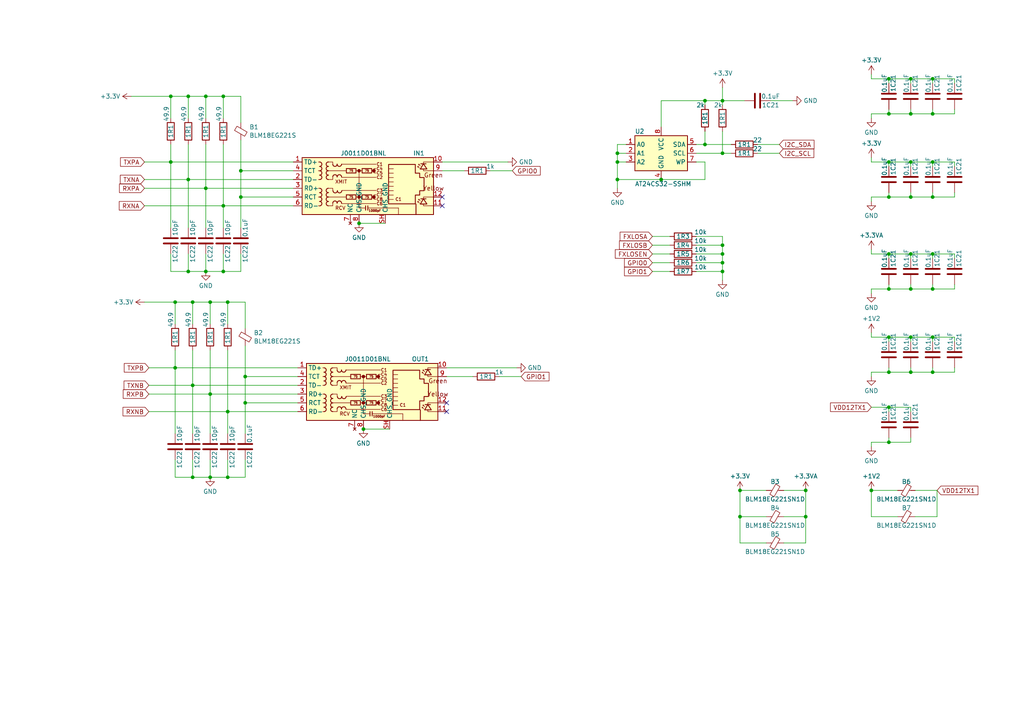
<source format=kicad_sch>
(kicad_sch (version 20230121) (generator eeschema)

  (uuid 44502797-95d0-4488-8494-8214d539b93c)

  (paper "A4")

  (lib_symbols
    (symbol "Device:C" (pin_numbers hide) (pin_names (offset 0.254)) (in_bom yes) (on_board yes)
      (property "Reference" "C" (at 0.635 2.54 0)
        (effects (font (size 1.27 1.27)) (justify left))
      )
      (property "Value" "C" (at 0.635 -2.54 0)
        (effects (font (size 1.27 1.27)) (justify left))
      )
      (property "Footprint" "" (at 0.9652 -3.81 0)
        (effects (font (size 1.27 1.27)) hide)
      )
      (property "Datasheet" "~" (at 0 0 0)
        (effects (font (size 1.27 1.27)) hide)
      )
      (property "ki_keywords" "cap capacitor" (at 0 0 0)
        (effects (font (size 1.27 1.27)) hide)
      )
      (property "ki_description" "Unpolarized capacitor" (at 0 0 0)
        (effects (font (size 1.27 1.27)) hide)
      )
      (property "ki_fp_filters" "C_*" (at 0 0 0)
        (effects (font (size 1.27 1.27)) hide)
      )
      (symbol "C_0_1"
        (polyline
          (pts
            (xy -2.032 -0.762)
            (xy 2.032 -0.762)
          )
          (stroke (width 0.508) (type default))
          (fill (type none))
        )
        (polyline
          (pts
            (xy -2.032 0.762)
            (xy 2.032 0.762)
          )
          (stroke (width 0.508) (type default))
          (fill (type none))
        )
      )
      (symbol "C_1_1"
        (pin passive line (at 0 3.81 270) (length 2.794)
          (name "~" (effects (font (size 1.27 1.27))))
          (number "1" (effects (font (size 1.27 1.27))))
        )
        (pin passive line (at 0 -3.81 90) (length 2.794)
          (name "~" (effects (font (size 1.27 1.27))))
          (number "2" (effects (font (size 1.27 1.27))))
        )
      )
    )
    (symbol "Device:FerriteBead_Small" (pin_numbers hide) (pin_names (offset 0)) (in_bom yes) (on_board yes)
      (property "Reference" "FB" (at 1.905 1.27 0)
        (effects (font (size 1.27 1.27)) (justify left))
      )
      (property "Value" "FerriteBead_Small" (at 1.905 -1.27 0)
        (effects (font (size 1.27 1.27)) (justify left))
      )
      (property "Footprint" "" (at -1.778 0 90)
        (effects (font (size 1.27 1.27)) hide)
      )
      (property "Datasheet" "~" (at 0 0 0)
        (effects (font (size 1.27 1.27)) hide)
      )
      (property "ki_keywords" "L ferrite bead inductor filter" (at 0 0 0)
        (effects (font (size 1.27 1.27)) hide)
      )
      (property "ki_description" "Ferrite bead, small symbol" (at 0 0 0)
        (effects (font (size 1.27 1.27)) hide)
      )
      (property "ki_fp_filters" "Inductor_* L_* *Ferrite*" (at 0 0 0)
        (effects (font (size 1.27 1.27)) hide)
      )
      (symbol "FerriteBead_Small_0_1"
        (polyline
          (pts
            (xy 0 -1.27)
            (xy 0 -0.7874)
          )
          (stroke (width 0) (type default))
          (fill (type none))
        )
        (polyline
          (pts
            (xy 0 0.889)
            (xy 0 1.2954)
          )
          (stroke (width 0) (type default))
          (fill (type none))
        )
        (polyline
          (pts
            (xy -1.8288 0.2794)
            (xy -1.1176 1.4986)
            (xy 1.8288 -0.2032)
            (xy 1.1176 -1.4224)
            (xy -1.8288 0.2794)
          )
          (stroke (width 0) (type default))
          (fill (type none))
        )
      )
      (symbol "FerriteBead_Small_1_1"
        (pin passive line (at 0 2.54 270) (length 1.27)
          (name "~" (effects (font (size 1.27 1.27))))
          (number "1" (effects (font (size 1.27 1.27))))
        )
        (pin passive line (at 0 -2.54 90) (length 1.27)
          (name "~" (effects (font (size 1.27 1.27))))
          (number "2" (effects (font (size 1.27 1.27))))
        )
      )
    )
    (symbol "Device:R" (pin_numbers hide) (pin_names (offset 0)) (in_bom yes) (on_board yes)
      (property "Reference" "R" (at 2.032 0 90)
        (effects (font (size 1.27 1.27)))
      )
      (property "Value" "R" (at 0 0 90)
        (effects (font (size 1.27 1.27)))
      )
      (property "Footprint" "" (at -1.778 0 90)
        (effects (font (size 1.27 1.27)) hide)
      )
      (property "Datasheet" "~" (at 0 0 0)
        (effects (font (size 1.27 1.27)) hide)
      )
      (property "ki_keywords" "R res resistor" (at 0 0 0)
        (effects (font (size 1.27 1.27)) hide)
      )
      (property "ki_description" "Resistor" (at 0 0 0)
        (effects (font (size 1.27 1.27)) hide)
      )
      (property "ki_fp_filters" "R_*" (at 0 0 0)
        (effects (font (size 1.27 1.27)) hide)
      )
      (symbol "R_0_1"
        (rectangle (start -1.016 -2.54) (end 1.016 2.54)
          (stroke (width 0.254) (type default))
          (fill (type none))
        )
      )
      (symbol "R_1_1"
        (pin passive line (at 0 3.81 270) (length 1.27)
          (name "~" (effects (font (size 1.27 1.27))))
          (number "1" (effects (font (size 1.27 1.27))))
        )
        (pin passive line (at 0 -3.81 90) (length 1.27)
          (name "~" (effects (font (size 1.27 1.27))))
          (number "2" (effects (font (size 1.27 1.27))))
        )
      )
    )
    (symbol "HakansLibrary:J0011D01BNL" (in_bom yes) (on_board yes)
      (property "Reference" "J" (at 17.78 10.16 0)
        (effects (font (size 1.27 1.27)) (justify right))
      )
      (property "Value" "J0011D01BNL" (at 0 10.16 0)
        (effects (font (size 1.27 1.27)))
      )
      (property "Footprint" "" (at 0 12.7 0)
        (effects (font (size 1.27 1.27)) hide)
      )
      (property "Datasheet" "" (at 0 16.51 0)
        (effects (font (size 1.27 1.27)) (justify top) hide)
      )
      (property "ki_keywords" "lan jack socket transformer" (at 0 0 0)
        (effects (font (size 1.27 1.27)) hide)
      )
      (property "ki_description" "LAN Transformer Jack, RJ45, 10/100 BaseT" (at 0 0 0)
        (effects (font (size 1.27 1.27)) hide)
      )
      (property "ki_fp_filters" "RJ45*Wuerth*7499010121A*" (at 0 0 0)
        (effects (font (size 1.27 1.27)) hide)
      )
      (symbol "J0011D01BNL_0_0"
        (circle (center -1.27 -2.54) (radius 0.0001)
          (stroke (width 0.508) (type default))
          (fill (type none))
        )
        (circle (center -1.27 5.08) (radius 0.0001)
          (stroke (width 0.508) (type default))
          (fill (type none))
        )
        (polyline
          (pts
            (xy -1.27 5.08)
            (xy -1.27 -5.715)
          )
          (stroke (width 0) (type default))
          (fill (type none))
        )
        (polyline
          (pts
            (xy 0.635 -5.08)
            (xy 0.635 -6.35)
          )
          (stroke (width 0.254) (type default))
          (fill (type none))
        )
        (polyline
          (pts
            (xy 1.27 -5.08)
            (xy 1.27 -6.35)
          )
          (stroke (width 0.254) (type default))
          (fill (type none))
        )
        (polyline
          (pts
            (xy 3.048 -2.54)
            (xy 2.54 -2.54)
          )
          (stroke (width 0) (type default))
          (fill (type none))
        )
        (polyline
          (pts
            (xy 3.048 5.08)
            (xy 2.54 5.08)
          )
          (stroke (width 0) (type default))
          (fill (type none))
        )
        (polyline
          (pts
            (xy 17.399 -3.175)
            (xy 17.399 -2.54)
            (xy 20.32 -2.54)
          )
          (stroke (width 0) (type default))
          (fill (type none))
        )
        (polyline
          (pts
            (xy 17.399 6.985)
            (xy 17.399 7.62)
            (xy 20.32 7.62)
          )
          (stroke (width 0) (type default))
          (fill (type none))
        )
        (polyline
          (pts
            (xy 20.32 -5.08)
            (xy 17.399 -5.08)
            (xy 17.399 -4.572)
          )
          (stroke (width 0) (type default))
          (fill (type none))
        )
        (polyline
          (pts
            (xy 20.32 5.08)
            (xy 17.399 5.08)
            (xy 17.399 5.588)
          )
          (stroke (width 0) (type default))
          (fill (type none))
        )
        (polyline
          (pts
            (xy 3.683 -1.905)
            (xy 3.048 -1.905)
            (xy 3.048 -3.175)
            (xy 3.683 -3.175)
          )
          (stroke (width 0) (type default))
          (fill (type none))
        )
        (polyline
          (pts
            (xy 3.683 5.715)
            (xy 3.048 5.715)
            (xy 3.048 4.445)
            (xy 3.683 4.445)
          )
          (stroke (width 0) (type default))
          (fill (type none))
        )
        (circle (center 3.048 -2.54) (radius 0.0001)
          (stroke (width 0.508) (type default))
          (fill (type none))
        )
        (circle (center 3.048 5.08) (radius 0.0001)
          (stroke (width 0.508) (type default))
          (fill (type none))
        )
        (text "C1" (at 4.699 6.985 0)
          (effects (font (size 0.889 0.889)))
        )
        (text "C1" (at 10.16 -3.175 0)
          (effects (font (size 0.889 0.889)))
        )
        (text "C2" (at 4.699 3.175 0)
          (effects (font (size 0.889 0.889)))
        )
        (text "C3" (at 4.699 -0.635 0)
          (effects (font (size 0.889 0.889)))
        )
        (text "C4" (at 4.699 5.715 0)
          (effects (font (size 0.889 0.889)))
        )
        (text "C5" (at 4.699 4.445 0)
          (effects (font (size 0.889 0.889)))
        )
        (text "C6" (at 4.699 -4.445 0)
          (effects (font (size 0.889 0.889)))
        )
        (text "C7" (at 4.699 -1.905 0)
          (effects (font (size 0.889 0.889)))
        )
        (text "C8" (at 4.699 -3.175 0)
          (effects (font (size 0.889 0.889)))
        )
        (text "RCV" (at -8.255 -5.715 0)
          (effects (font (size 1.016 1.016)) (justify left))
        )
        (text "XMIT" (at -8.255 1.905 0)
          (effects (font (size 1.016 1.016)) (justify left))
        )
      )
      (symbol "J0011D01BNL_0_1"
        (rectangle (start -17.78 8.89) (end 20.32 -7.62)
          (stroke (width 0.254) (type default))
          (fill (type background))
        )
        (polyline
          (pts
            (xy -12.7 -5.08)
            (xy -13.081 -5.08)
          )
          (stroke (width 0) (type default))
          (fill (type none))
        )
        (polyline
          (pts
            (xy -12.7 -2.54)
            (xy -13.081 -2.54)
          )
          (stroke (width 0) (type default))
          (fill (type none))
        )
        (polyline
          (pts
            (xy -12.7 0)
            (xy -13.081 0)
          )
          (stroke (width 0) (type default))
          (fill (type none))
        )
        (polyline
          (pts
            (xy -12.7 2.54)
            (xy -13.081 2.54)
          )
          (stroke (width 0) (type default))
          (fill (type none))
        )
        (polyline
          (pts
            (xy -12.7 5.08)
            (xy -13.081 5.08)
          )
          (stroke (width 0) (type default))
          (fill (type none))
        )
        (polyline
          (pts
            (xy -12.7 7.62)
            (xy -13.081 7.62)
          )
          (stroke (width 0) (type default))
          (fill (type none))
        )
        (polyline
          (pts
            (xy -6.35 -4.445)
            (xy 3.683 -4.445)
          )
          (stroke (width 0) (type default))
          (fill (type none))
        )
        (polyline
          (pts
            (xy -6.35 3.175)
            (xy 3.683 3.175)
          )
          (stroke (width 0) (type default))
          (fill (type none))
        )
        (polyline
          (pts
            (xy -6.35 6.985)
            (xy 3.683 6.985)
          )
          (stroke (width 0) (type default))
          (fill (type none))
        )
        (polyline
          (pts
            (xy -6.223 -0.635)
            (xy 3.683 -0.635)
          )
          (stroke (width 0) (type default))
          (fill (type none))
        )
        (polyline
          (pts
            (xy -5.08 -2.54)
            (xy -10.16 -2.54)
          )
          (stroke (width 0) (type default))
          (fill (type none))
        )
        (polyline
          (pts
            (xy -4.953 5.08)
            (xy -10.16 5.08)
          )
          (stroke (width 0) (type default))
          (fill (type none))
        )
        (polyline
          (pts
            (xy -2.159 -2.54)
            (xy -0.381 -2.54)
          )
          (stroke (width 0) (type default))
          (fill (type none))
        )
        (polyline
          (pts
            (xy -2.159 5.08)
            (xy -0.381 5.08)
          )
          (stroke (width 0) (type default))
          (fill (type none))
        )
        (polyline
          (pts
            (xy 0.635 -5.715)
            (xy -1.27 -5.715)
          )
          (stroke (width 0) (type default))
          (fill (type none))
        )
        (polyline
          (pts
            (xy 7.4295 -1.9685)
            (xy 8.6995 -1.9685)
          )
          (stroke (width 0) (type default))
          (fill (type none))
        )
        (polyline
          (pts
            (xy 7.4295 -0.6985)
            (xy 8.6995 -0.6985)
          )
          (stroke (width 0) (type default))
          (fill (type none))
        )
        (polyline
          (pts
            (xy 7.4295 0.5715)
            (xy 8.6995 0.5715)
          )
          (stroke (width 0) (type default))
          (fill (type none))
        )
        (polyline
          (pts
            (xy 7.4295 1.8415)
            (xy 8.6995 1.8415)
          )
          (stroke (width 0) (type default))
          (fill (type none))
        )
        (polyline
          (pts
            (xy 7.4295 3.1115)
            (xy 8.6995 3.1115)
          )
          (stroke (width 0) (type default))
          (fill (type none))
        )
        (polyline
          (pts
            (xy 8.6995 -3.2385)
            (xy 7.4295 -3.2385)
          )
          (stroke (width 0) (type default))
          (fill (type none))
        )
        (polyline
          (pts
            (xy 8.6995 4.3815)
            (xy 7.4295 4.3815)
          )
          (stroke (width 0) (type default))
          (fill (type none))
        )
        (polyline
          (pts
            (xy 8.6995 5.6515)
            (xy 7.4295 5.6515)
          )
          (stroke (width 0) (type default))
          (fill (type none))
        )
        (polyline
          (pts
            (xy 10.16 -5.715)
            (xy 1.27 -5.715)
          )
          (stroke (width 0) (type default))
          (fill (type none))
        )
        (polyline
          (pts
            (xy 10.16 -5.715)
            (xy 10.16 -7.62)
          )
          (stroke (width 0) (type default))
          (fill (type none))
        )
        (polyline
          (pts
            (xy -10.16 0)
            (xy -8.89 0)
            (xy -8.89 -0.635)
          )
          (stroke (width 0) (type default))
          (fill (type none))
        )
        (polyline
          (pts
            (xy -10.16 7.62)
            (xy -8.89 7.62)
            (xy -8.89 6.985)
          )
          (stroke (width 0) (type default))
          (fill (type none))
        )
        (polyline
          (pts
            (xy -8.89 -4.445)
            (xy -8.89 -5.08)
            (xy -10.16 -5.08)
          )
          (stroke (width 0) (type default))
          (fill (type none))
        )
        (polyline
          (pts
            (xy -8.89 3.175)
            (xy -8.89 2.54)
            (xy -10.16 2.54)
          )
          (stroke (width 0) (type default))
          (fill (type none))
        )
      )
      (symbol "J0011D01BNL_1_0"
        (text "1000pF" (at 3.302 -6.477 0)
          (effects (font (size 0.635 0.635)))
        )
      )
      (symbol "J0011D01BNL_1_1"
        (arc (start -12.7 -1.27) (mid -12.0677 -0.635) (end -12.7 0)
          (stroke (width 0.254) (type default))
          (fill (type none))
        )
        (arc (start -12.6973 -5.08) (mid -12.065 -4.445) (end -12.6973 -3.81)
          (stroke (width 0.254) (type default))
          (fill (type none))
        )
        (arc (start -12.6973 -3.81) (mid -12.065 -3.175) (end -12.6973 -2.54)
          (stroke (width 0.254) (type default))
          (fill (type none))
        )
        (arc (start -12.6973 -2.54) (mid -12.065 -1.905) (end -12.6973 -1.27)
          (stroke (width 0.254) (type default))
          (fill (type none))
        )
        (arc (start -12.6973 6.35) (mid -12.065 6.985) (end -12.6973 7.62)
          (stroke (width 0.254) (type default))
          (fill (type none))
        )
        (arc (start -12.6946 2.54) (mid -12.0623 3.175) (end -12.6946 3.81)
          (stroke (width 0.254) (type default))
          (fill (type none))
        )
        (arc (start -12.6946 3.81) (mid -12.0623 4.445) (end -12.6946 5.08)
          (stroke (width 0.254) (type default))
          (fill (type none))
        )
        (arc (start -12.6946 5.08) (mid -12.0623 5.715) (end -12.6946 6.35)
          (stroke (width 0.254) (type default))
          (fill (type none))
        )
        (arc (start -10.1654 -2.54) (mid -10.7977 -3.175) (end -10.1654 -3.81)
          (stroke (width 0.254) (type default))
          (fill (type none))
        )
        (arc (start -10.1654 -1.27) (mid -10.7977 -1.905) (end -10.1654 -2.54)
          (stroke (width 0.254) (type default))
          (fill (type none))
        )
        (arc (start -10.1654 0) (mid -10.7977 -0.635) (end -10.1654 -1.27)
          (stroke (width 0.254) (type default))
          (fill (type none))
        )
        (arc (start -10.1654 5.08) (mid -10.7977 4.445) (end -10.1654 3.81)
          (stroke (width 0.254) (type default))
          (fill (type none))
        )
        (arc (start -10.1654 6.35) (mid -10.7977 5.715) (end -10.1654 5.08)
          (stroke (width 0.254) (type default))
          (fill (type none))
        )
        (arc (start -10.1654 7.62) (mid -10.7977 6.985) (end -10.1654 6.35)
          (stroke (width 0.254) (type default))
          (fill (type none))
        )
        (arc (start -10.1627 -3.81) (mid -10.795 -4.445) (end -10.1627 -5.08)
          (stroke (width 0.254) (type default))
          (fill (type none))
        )
        (arc (start -10.1627 3.81) (mid -10.795 3.175) (end -10.1627 2.54)
          (stroke (width 0.254) (type default))
          (fill (type none))
        )
        (arc (start -8.89 6.9823) (mid -8.255 6.35) (end -7.62 6.9823)
          (stroke (width 0.254) (type default))
          (fill (type none))
        )
        (arc (start -8.8265 -0.7012) (mid -8.1915 -1.3335) (end -7.5565 -0.7012)
          (stroke (width 0.254) (type default))
          (fill (type none))
        )
        (arc (start -7.62 -4.3153) (mid -8.255 -3.683) (end -8.89 -4.3153)
          (stroke (width 0.254) (type default))
          (fill (type none))
        )
        (arc (start -7.62 3.3047) (mid -8.255 3.937) (end -8.89 3.3047)
          (stroke (width 0.254) (type default))
          (fill (type none))
        )
        (arc (start -7.62 6.985) (mid -6.985 6.3527) (end -6.35 6.985)
          (stroke (width 0.254) (type default))
          (fill (type none))
        )
        (arc (start -7.5565 -0.6985) (mid -6.9215 -1.3308) (end -6.2865 -0.6985)
          (stroke (width 0.254) (type default))
          (fill (type none))
        )
        (arc (start -6.35 -4.3126) (mid -6.985 -3.6803) (end -7.62 -4.3126)
          (stroke (width 0.254) (type default))
          (fill (type none))
        )
        (arc (start -6.35 3.3074) (mid -6.985 3.9397) (end -7.62 3.3074)
          (stroke (width 0.254) (type default))
          (fill (type none))
        )
        (rectangle (start -4.953 -1.905) (end -2.159 -3.175)
          (stroke (width 0.254) (type default))
          (fill (type none))
        )
        (rectangle (start -4.953 5.715) (end -2.159 4.445)
          (stroke (width 0.254) (type default))
          (fill (type none))
        )
        (rectangle (start -0.381 -1.905) (end 2.413 -3.175)
          (stroke (width 0.254) (type default))
          (fill (type none))
        )
        (rectangle (start -0.381 5.715) (end 2.413 4.445)
          (stroke (width 0.254) (type default))
          (fill (type none))
        )
        (polyline
          (pts
            (xy 15.24 -7.62)
            (xy 15.24 -4.572)
          )
          (stroke (width 0.254) (type default))
          (fill (type none))
        )
        (polyline
          (pts
            (xy 15.748 -3.81)
            (xy 15.748 -4.064)
          )
          (stroke (width 0) (type default))
          (fill (type none))
        )
        (polyline
          (pts
            (xy 15.748 6.35)
            (xy 15.748 6.096)
          )
          (stroke (width 0) (type default))
          (fill (type none))
        )
        (polyline
          (pts
            (xy 16.002 -3.175)
            (xy 16.002 -3.429)
          )
          (stroke (width 0) (type default))
          (fill (type none))
        )
        (polyline
          (pts
            (xy 16.002 6.985)
            (xy 16.002 6.731)
          )
          (stroke (width 0) (type default))
          (fill (type none))
        )
        (polyline
          (pts
            (xy 16.637 -3.048)
            (xy 18.161 -3.048)
          )
          (stroke (width 0.254) (type default))
          (fill (type none))
        )
        (polyline
          (pts
            (xy 16.637 7.112)
            (xy 18.161 7.112)
          )
          (stroke (width 0.254) (type default))
          (fill (type none))
        )
        (polyline
          (pts
            (xy 16.256 -4.318)
            (xy 15.748 -3.81)
            (xy 16.002 -3.81)
          )
          (stroke (width 0) (type default))
          (fill (type none))
        )
        (polyline
          (pts
            (xy 16.256 5.842)
            (xy 15.748 6.35)
            (xy 16.002 6.35)
          )
          (stroke (width 0) (type default))
          (fill (type none))
        )
        (polyline
          (pts
            (xy 16.51 -3.683)
            (xy 16.002 -3.175)
            (xy 16.256 -3.175)
          )
          (stroke (width 0) (type default))
          (fill (type none))
        )
        (polyline
          (pts
            (xy 16.51 6.477)
            (xy 16.002 6.985)
            (xy 16.256 6.985)
          )
          (stroke (width 0) (type default))
          (fill (type none))
        )
        (polyline
          (pts
            (xy 16.51 -4.572)
            (xy 18.415 -4.572)
            (xy 17.399 -3.048)
            (xy 16.51 -4.572)
          )
          (stroke (width 0.254) (type default))
          (fill (type none))
        )
        (polyline
          (pts
            (xy 16.51 5.588)
            (xy 18.415 5.588)
            (xy 17.399 7.112)
            (xy 16.51 5.588)
          )
          (stroke (width 0.254) (type default))
          (fill (type none))
        )
        (polyline
          (pts
            (xy 7.3025 -4.5085)
            (xy 7.3025 6.9215)
            (xy 15.0495 6.9215)
            (xy 15.0495 4.3815)
            (xy 16.3195 4.3815)
            (xy 16.3195 3.1115)
            (xy 17.5895 3.1115)
            (xy 17.5895 -0.6985)
            (xy 16.3195 -0.6985)
            (xy 16.3195 -1.9685)
            (xy 15.0495 -1.9685)
            (xy 15.0495 -4.5085)
            (xy 7.3025 -4.5085)
          )
          (stroke (width 0.254) (type default))
          (fill (type none))
        )
        (text "75" (at -3.556 -2.54 0)
          (effects (font (size 0.635 0.635)))
        )
        (text "75" (at -3.556 5.08 0)
          (effects (font (size 0.635 0.635)))
        )
        (text "75" (at 1.016 -2.54 0)
          (effects (font (size 0.635 0.635)))
        )
        (text "75" (at 1.016 5.08 0)
          (effects (font (size 0.635 0.635)))
        )
        (text "Green" (at 20.32 3.81 0)
          (effects (font (size 1.27 1.27)))
        )
        (text "Yellow" (at 20.32 0 0)
          (effects (font (size 1.27 1.27)))
        )
        (pin passive line (at -20.32 7.62 0) (length 2.54)
          (name "TD+" (effects (font (size 1.27 1.27))))
          (number "1" (effects (font (size 1.27 1.27))))
        )
        (pin passive line (at 22.86 7.62 180) (length 2.54)
          (name "" (effects (font (size 1.27 1.27))))
          (number "10" (effects (font (size 1.27 1.27))))
        )
        (pin passive line (at 22.86 -5.08 180) (length 2.54)
          (name "" (effects (font (size 1.27 1.27))))
          (number "11" (effects (font (size 1.27 1.27))))
        )
        (pin passive line (at 22.86 -2.54 180) (length 2.54)
          (name "" (effects (font (size 1.27 1.27))))
          (number "12" (effects (font (size 1.27 1.27))))
        )
        (pin passive line (at -20.32 2.54 0) (length 2.54)
          (name "TD-" (effects (font (size 1.27 1.27))))
          (number "2" (effects (font (size 1.27 1.27))))
        )
        (pin passive line (at -20.32 0 0) (length 2.54)
          (name "RD+" (effects (font (size 1.27 1.27))))
          (number "3" (effects (font (size 1.27 1.27))))
        )
        (pin passive line (at -20.32 5.08 0) (length 2.54)
          (name "TCT" (effects (font (size 1.27 1.27))))
          (number "4" (effects (font (size 1.27 1.27))))
        )
        (pin passive line (at -20.32 -2.54 0) (length 2.54)
          (name "RCT" (effects (font (size 1.27 1.27))))
          (number "5" (effects (font (size 1.27 1.27))))
        )
        (pin passive line (at -20.32 -5.08 0) (length 2.54)
          (name "RD-" (effects (font (size 1.27 1.27))))
          (number "6" (effects (font (size 1.27 1.27))))
        )
        (pin no_connect line (at -3.81 -10.16 90) (length 2.54)
          (name "NC" (effects (font (size 1.27 1.27))))
          (number "7" (effects (font (size 1.27 1.27))))
        )
        (pin no_connect line (at 20.32 0 0) (length 0) hide
          (name "NC" (effects (font (size 1.27 1.27))))
          (number "7" (effects (font (size 1.27 1.27))))
        )
        (pin power_in line (at -1.27 -10.16 90) (length 2.54)
          (name "CHS_GND" (effects (font (size 1.27 1.27))))
          (number "8" (effects (font (size 1.27 1.27))))
        )
        (pin passive line (at 22.86 5.08 180) (length 2.54)
          (name "" (effects (font (size 1.27 1.27))))
          (number "9" (effects (font (size 1.27 1.27))))
        )
        (pin power_in line (at 6.35 -10.16 90) (length 2.54)
          (name "CHS_GND" (effects (font (size 1.27 1.27))))
          (number "SH" (effects (font (size 1.27 1.27))))
        )
      )
    )
    (symbol "Memory_EEPROM:AT24CS32-SSHM" (in_bom yes) (on_board yes)
      (property "Reference" "U" (at -7.62 6.35 0)
        (effects (font (size 1.27 1.27)))
      )
      (property "Value" "AT24CS32-SSHM" (at 2.54 -6.35 0)
        (effects (font (size 1.27 1.27)) (justify left))
      )
      (property "Footprint" "Package_SO:SOIC-8_3.9x4.9mm_P1.27mm" (at 0 0 0)
        (effects (font (size 1.27 1.27)) hide)
      )
      (property "Datasheet" "http://ww1.microchip.com/downloads/en/DeviceDoc/Atmel-8869-SEEPROM-AT24CS32-Datasheet.pdf" (at 0 0 0)
        (effects (font (size 1.27 1.27)) hide)
      )
      (property "ki_keywords" "I2C Serial EEPROM Nonvolatile Memory" (at 0 0 0)
        (effects (font (size 1.27 1.27)) hide)
      )
      (property "ki_description" "I2C Serial EEPROM, 32Kb (4096x8) with Unique Serial Number, SO8" (at 0 0 0)
        (effects (font (size 1.27 1.27)) hide)
      )
      (property "ki_fp_filters" "SOIC*3.9x4.9mm*P1.27mm*" (at 0 0 0)
        (effects (font (size 1.27 1.27)) hide)
      )
      (symbol "AT24CS32-SSHM_1_1"
        (rectangle (start -7.62 5.08) (end 7.62 -5.08)
          (stroke (width 0.254) (type default))
          (fill (type background))
        )
        (pin input line (at -10.16 2.54 0) (length 2.54)
          (name "A0" (effects (font (size 1.27 1.27))))
          (number "1" (effects (font (size 1.27 1.27))))
        )
        (pin input line (at -10.16 0 0) (length 2.54)
          (name "A1" (effects (font (size 1.27 1.27))))
          (number "2" (effects (font (size 1.27 1.27))))
        )
        (pin input line (at -10.16 -2.54 0) (length 2.54)
          (name "A2" (effects (font (size 1.27 1.27))))
          (number "3" (effects (font (size 1.27 1.27))))
        )
        (pin power_in line (at 0 -7.62 90) (length 2.54)
          (name "GND" (effects (font (size 1.27 1.27))))
          (number "4" (effects (font (size 1.27 1.27))))
        )
        (pin bidirectional line (at 10.16 2.54 180) (length 2.54)
          (name "SDA" (effects (font (size 1.27 1.27))))
          (number "5" (effects (font (size 1.27 1.27))))
        )
        (pin input line (at 10.16 0 180) (length 2.54)
          (name "SCL" (effects (font (size 1.27 1.27))))
          (number "6" (effects (font (size 1.27 1.27))))
        )
        (pin input line (at 10.16 -2.54 180) (length 2.54)
          (name "WP" (effects (font (size 1.27 1.27))))
          (number "7" (effects (font (size 1.27 1.27))))
        )
        (pin power_in line (at 0 7.62 270) (length 2.54)
          (name "VCC" (effects (font (size 1.27 1.27))))
          (number "8" (effects (font (size 1.27 1.27))))
        )
      )
    )
    (symbol "power:+1V2" (power) (pin_names (offset 0)) (in_bom yes) (on_board yes)
      (property "Reference" "#PWR" (at 0 -3.81 0)
        (effects (font (size 1.27 1.27)) hide)
      )
      (property "Value" "+1V2" (at 0 3.556 0)
        (effects (font (size 1.27 1.27)))
      )
      (property "Footprint" "" (at 0 0 0)
        (effects (font (size 1.27 1.27)) hide)
      )
      (property "Datasheet" "" (at 0 0 0)
        (effects (font (size 1.27 1.27)) hide)
      )
      (property "ki_keywords" "global power" (at 0 0 0)
        (effects (font (size 1.27 1.27)) hide)
      )
      (property "ki_description" "Power symbol creates a global label with name \"+1V2\"" (at 0 0 0)
        (effects (font (size 1.27 1.27)) hide)
      )
      (symbol "+1V2_0_1"
        (polyline
          (pts
            (xy -0.762 1.27)
            (xy 0 2.54)
          )
          (stroke (width 0) (type default))
          (fill (type none))
        )
        (polyline
          (pts
            (xy 0 0)
            (xy 0 2.54)
          )
          (stroke (width 0) (type default))
          (fill (type none))
        )
        (polyline
          (pts
            (xy 0 2.54)
            (xy 0.762 1.27)
          )
          (stroke (width 0) (type default))
          (fill (type none))
        )
      )
      (symbol "+1V2_1_1"
        (pin power_in line (at 0 0 90) (length 0) hide
          (name "+1V2" (effects (font (size 1.27 1.27))))
          (number "1" (effects (font (size 1.27 1.27))))
        )
      )
    )
    (symbol "power:+3.3V" (power) (pin_names (offset 0)) (in_bom yes) (on_board yes)
      (property "Reference" "#PWR" (at 0 -3.81 0)
        (effects (font (size 1.27 1.27)) hide)
      )
      (property "Value" "+3.3V" (at 0 3.556 0)
        (effects (font (size 1.27 1.27)))
      )
      (property "Footprint" "" (at 0 0 0)
        (effects (font (size 1.27 1.27)) hide)
      )
      (property "Datasheet" "" (at 0 0 0)
        (effects (font (size 1.27 1.27)) hide)
      )
      (property "ki_keywords" "global power" (at 0 0 0)
        (effects (font (size 1.27 1.27)) hide)
      )
      (property "ki_description" "Power symbol creates a global label with name \"+3.3V\"" (at 0 0 0)
        (effects (font (size 1.27 1.27)) hide)
      )
      (symbol "+3.3V_0_1"
        (polyline
          (pts
            (xy -0.762 1.27)
            (xy 0 2.54)
          )
          (stroke (width 0) (type default))
          (fill (type none))
        )
        (polyline
          (pts
            (xy 0 0)
            (xy 0 2.54)
          )
          (stroke (width 0) (type default))
          (fill (type none))
        )
        (polyline
          (pts
            (xy 0 2.54)
            (xy 0.762 1.27)
          )
          (stroke (width 0) (type default))
          (fill (type none))
        )
      )
      (symbol "+3.3V_1_1"
        (pin power_in line (at 0 0 90) (length 0) hide
          (name "+3.3V" (effects (font (size 1.27 1.27))))
          (number "1" (effects (font (size 1.27 1.27))))
        )
      )
    )
    (symbol "power:+3.3VA" (power) (pin_names (offset 0)) (in_bom yes) (on_board yes)
      (property "Reference" "#PWR" (at 0 -3.81 0)
        (effects (font (size 1.27 1.27)) hide)
      )
      (property "Value" "+3.3VA" (at 0 3.556 0)
        (effects (font (size 1.27 1.27)))
      )
      (property "Footprint" "" (at 0 0 0)
        (effects (font (size 1.27 1.27)) hide)
      )
      (property "Datasheet" "" (at 0 0 0)
        (effects (font (size 1.27 1.27)) hide)
      )
      (property "ki_keywords" "global power" (at 0 0 0)
        (effects (font (size 1.27 1.27)) hide)
      )
      (property "ki_description" "Power symbol creates a global label with name \"+3.3VA\"" (at 0 0 0)
        (effects (font (size 1.27 1.27)) hide)
      )
      (symbol "+3.3VA_0_1"
        (polyline
          (pts
            (xy -0.762 1.27)
            (xy 0 2.54)
          )
          (stroke (width 0) (type default))
          (fill (type none))
        )
        (polyline
          (pts
            (xy 0 0)
            (xy 0 2.54)
          )
          (stroke (width 0) (type default))
          (fill (type none))
        )
        (polyline
          (pts
            (xy 0 2.54)
            (xy 0.762 1.27)
          )
          (stroke (width 0) (type default))
          (fill (type none))
        )
      )
      (symbol "+3.3VA_1_1"
        (pin power_in line (at 0 0 90) (length 0) hide
          (name "+3.3VA" (effects (font (size 1.27 1.27))))
          (number "1" (effects (font (size 1.27 1.27))))
        )
      )
    )
    (symbol "power:GND" (power) (pin_names (offset 0)) (in_bom yes) (on_board yes)
      (property "Reference" "#PWR" (at 0 -6.35 0)
        (effects (font (size 1.27 1.27)) hide)
      )
      (property "Value" "GND" (at 0 -3.81 0)
        (effects (font (size 1.27 1.27)))
      )
      (property "Footprint" "" (at 0 0 0)
        (effects (font (size 1.27 1.27)) hide)
      )
      (property "Datasheet" "" (at 0 0 0)
        (effects (font (size 1.27 1.27)) hide)
      )
      (property "ki_keywords" "global power" (at 0 0 0)
        (effects (font (size 1.27 1.27)) hide)
      )
      (property "ki_description" "Power symbol creates a global label with name \"GND\" , ground" (at 0 0 0)
        (effects (font (size 1.27 1.27)) hide)
      )
      (symbol "GND_0_1"
        (polyline
          (pts
            (xy 0 0)
            (xy 0 -1.27)
            (xy 1.27 -1.27)
            (xy 0 -2.54)
            (xy -1.27 -1.27)
            (xy 0 -1.27)
          )
          (stroke (width 0) (type default))
          (fill (type none))
        )
      )
      (symbol "GND_1_1"
        (pin power_in line (at 0 0 270) (length 0) hide
          (name "GND" (effects (font (size 1.27 1.27))))
          (number "1" (effects (font (size 1.27 1.27))))
        )
      )
    )
  )

  (junction (at 179.07 52.07) (diameter 0) (color 0 0 0 0)
    (uuid 02359a45-d280-4278-b595-8150e4614b76)
  )
  (junction (at 71.12 109.22) (diameter 0) (color 0 0 0 0)
    (uuid 04ad02f9-ee5d-4d83-be42-5e1d2554aa33)
  )
  (junction (at 270.51 83.82) (diameter 0) (color 0 0 0 0)
    (uuid 082608ac-3dcb-4191-b69d-792374d838e8)
  )
  (junction (at 66.04 87.63) (diameter 0) (color 0 0 0 0)
    (uuid 09829df9-b429-426d-98e9-76c322cb804f)
  )
  (junction (at 59.69 27.94) (diameter 0) (color 0 0 0 0)
    (uuid 0cc0bbe9-24b0-4ef2-b98c-acc8e295b8c1)
  )
  (junction (at 257.81 33.02) (diameter 0) (color 0 0 0 0)
    (uuid 16f160f7-9f2a-49eb-b64b-4e1bda6c76a0)
  )
  (junction (at 233.68 142.24) (diameter 0) (color 0 0 0 0)
    (uuid 1a3dc34d-c751-40a7-b74d-b6b1ffd7fe3f)
  )
  (junction (at 264.16 33.02) (diameter 0) (color 0 0 0 0)
    (uuid 1b5ae384-477a-4df7-8d26-52750c6bde75)
  )
  (junction (at 233.68 149.86) (diameter 0) (color 0 0 0 0)
    (uuid 2214dfd9-3f67-4c62-9260-a30b6b458351)
  )
  (junction (at 54.61 52.07) (diameter 0) (color 0 0 0 0)
    (uuid 266d5b6a-b5c5-4abc-b8d2-9331475730b6)
  )
  (junction (at 257.81 107.95) (diameter 0) (color 0 0 0 0)
    (uuid 26bd2564-ef3a-4d8d-86e4-e708d92b6068)
  )
  (junction (at 209.55 78.74) (diameter 0) (color 0 0 0 0)
    (uuid 28cedfd9-11b8-4bb4-b56a-39b67ee2102f)
  )
  (junction (at 179.07 44.45) (diameter 0) (color 0 0 0 0)
    (uuid 28f6062a-cbc7-4302-8115-49a2de18d093)
  )
  (junction (at 71.12 116.84) (diameter 0) (color 0 0 0 0)
    (uuid 2ab8af70-5a99-488c-94ec-9abf980e00a7)
  )
  (junction (at 270.51 33.02) (diameter 0) (color 0 0 0 0)
    (uuid 2c6909bd-d1b8-409a-b3ea-decf49e0df60)
  )
  (junction (at 270.51 73.66) (diameter 0) (color 0 0 0 0)
    (uuid 2d23b0c4-866c-4eac-8108-9ab30a92b7aa)
  )
  (junction (at 204.47 41.91) (diameter 0) (color 0 0 0 0)
    (uuid 39941981-6f91-415f-8b38-caa391819c35)
  )
  (junction (at 54.61 78.74) (diameter 0) (color 0 0 0 0)
    (uuid 39f0c635-849b-4898-abe0-de2de1c13c3c)
  )
  (junction (at 252.73 142.24) (diameter 0) (color 0 0 0 0)
    (uuid 3bb8c096-2a44-464c-9b62-7f4653321433)
  )
  (junction (at 264.16 73.66) (diameter 0) (color 0 0 0 0)
    (uuid 3f9efd1c-efde-4f30-aeab-de6965257275)
  )
  (junction (at 209.55 29.21) (diameter 0) (color 0 0 0 0)
    (uuid 42a08367-5347-4dbc-be99-8a20c822509a)
  )
  (junction (at 64.77 59.69) (diameter 0) (color 0 0 0 0)
    (uuid 44e06539-65c9-4617-8d41-e9fa05551d21)
  )
  (junction (at 54.61 27.94) (diameter 0) (color 0 0 0 0)
    (uuid 49b9b3c9-24c7-4cc6-82eb-700b96baef2b)
  )
  (junction (at 270.51 107.95) (diameter 0) (color 0 0 0 0)
    (uuid 4cd1a64e-e061-42ae-ab8c-dade406fab7f)
  )
  (junction (at 270.51 97.79) (diameter 0) (color 0 0 0 0)
    (uuid 4d891fbb-1e8c-4ae4-91dd-bb5261ec8f6b)
  )
  (junction (at 209.55 76.2) (diameter 0) (color 0 0 0 0)
    (uuid 50572a70-3bc2-43f4-9417-17c964a255e5)
  )
  (junction (at 257.81 97.79) (diameter 0) (color 0 0 0 0)
    (uuid 5124e3ae-4b03-4ba8-bf44-82ef7d3fc585)
  )
  (junction (at 264.16 46.99) (diameter 0) (color 0 0 0 0)
    (uuid 53ad923b-5965-416b-b213-5f7c13190140)
  )
  (junction (at 214.63 149.86) (diameter 0) (color 0 0 0 0)
    (uuid 59621103-6343-40ac-aca0-bb26d5abc2c1)
  )
  (junction (at 60.96 114.3) (diameter 0) (color 0 0 0 0)
    (uuid 5b5ea108-0db3-4a3c-9844-fab3c708cbac)
  )
  (junction (at 257.81 118.11) (diameter 0) (color 0 0 0 0)
    (uuid 646cebd0-2439-423c-9f5e-43b913f98c52)
  )
  (junction (at 257.81 128.27) (diameter 0) (color 0 0 0 0)
    (uuid 66c60be5-b234-40d2-9ad3-b8f3e1c78280)
  )
  (junction (at 49.53 27.94) (diameter 0) (color 0 0 0 0)
    (uuid 6a304377-6dbf-44c7-8c6e-f24f57aacfc4)
  )
  (junction (at 50.8 106.68) (diameter 0) (color 0 0 0 0)
    (uuid 6f016c03-31a5-4849-990a-7b5103a677ed)
  )
  (junction (at 69.85 49.53) (diameter 0) (color 0 0 0 0)
    (uuid 6f483612-3c96-4597-b962-48979959f369)
  )
  (junction (at 204.47 29.21) (diameter 0) (color 0 0 0 0)
    (uuid 721077d3-cb97-40f2-beb1-34a468d7f7fa)
  )
  (junction (at 257.81 46.99) (diameter 0) (color 0 0 0 0)
    (uuid 77d108a8-19ee-47d6-b4d7-e8f49393c154)
  )
  (junction (at 264.16 57.15) (diameter 0) (color 0 0 0 0)
    (uuid 787c3f24-7ee7-4e57-b366-9d33c194c50d)
  )
  (junction (at 69.85 57.15) (diameter 0) (color 0 0 0 0)
    (uuid 7b05c181-5e33-4678-87ab-b95a94055432)
  )
  (junction (at 60.96 138.43) (diameter 0) (color 0 0 0 0)
    (uuid 7d2551c5-74bb-4790-b2f2-6a2c8172925d)
  )
  (junction (at 270.51 57.15) (diameter 0) (color 0 0 0 0)
    (uuid 80e31114-76bc-44cd-af41-9e25942946eb)
  )
  (junction (at 257.81 83.82) (diameter 0) (color 0 0 0 0)
    (uuid 8175c8c0-97ac-473e-9d08-39784e0d77c6)
  )
  (junction (at 270.51 22.86) (diameter 0) (color 0 0 0 0)
    (uuid 8184b8a8-5063-4099-8a47-b6ec9eb92555)
  )
  (junction (at 264.16 22.86) (diameter 0) (color 0 0 0 0)
    (uuid 845ac726-449c-4907-b0ad-a42fe48396df)
  )
  (junction (at 179.07 46.99) (diameter 0) (color 0 0 0 0)
    (uuid 8b4e715b-1f99-44fb-a71e-15660073d982)
  )
  (junction (at 55.88 87.63) (diameter 0) (color 0 0 0 0)
    (uuid 8ba1132d-3059-49cb-8a79-9b383e356e0a)
  )
  (junction (at 104.14 64.77) (diameter 0) (color 0 0 0 0)
    (uuid 8e191199-57cc-4b53-8221-7d3e7a1ad6ac)
  )
  (junction (at 264.16 83.82) (diameter 0) (color 0 0 0 0)
    (uuid 9212dfa5-3e1c-4444-97cf-7dc02fb984fc)
  )
  (junction (at 209.55 44.45) (diameter 0) (color 0 0 0 0)
    (uuid 9374e490-0f43-4a8a-b795-57db37884a5f)
  )
  (junction (at 66.04 138.43) (diameter 0) (color 0 0 0 0)
    (uuid 954d822f-b9d4-4561-acfc-bf6ba26e3c09)
  )
  (junction (at 55.88 111.76) (diameter 0) (color 0 0 0 0)
    (uuid 9933d23e-3ae4-481f-974e-a59835dac1e2)
  )
  (junction (at 59.69 78.74) (diameter 0) (color 0 0 0 0)
    (uuid 9bd97f96-61ea-4f2f-afa6-5cb3564694fa)
  )
  (junction (at 59.69 54.61) (diameter 0) (color 0 0 0 0)
    (uuid 9ea578fe-e95c-42b2-9a12-20aaa17ba4fb)
  )
  (junction (at 64.77 27.94) (diameter 0) (color 0 0 0 0)
    (uuid a56f4dcf-0765-4855-8b6d-64e18ab30f40)
  )
  (junction (at 191.77 52.07) (diameter 0) (color 0 0 0 0)
    (uuid aedc67d2-bb74-43ac-8c7a-9e251f1ecf56)
  )
  (junction (at 257.81 57.15) (diameter 0) (color 0 0 0 0)
    (uuid b2a38c23-b371-4d51-b8fc-365083da909b)
  )
  (junction (at 270.51 46.99) (diameter 0) (color 0 0 0 0)
    (uuid b5cbf42f-917d-4993-b520-254a453c2029)
  )
  (junction (at 264.16 107.95) (diameter 0) (color 0 0 0 0)
    (uuid b5e31b71-58bf-4341-86d6-617a74979e13)
  )
  (junction (at 105.41 124.46) (diameter 0) (color 0 0 0 0)
    (uuid bd51ebfa-54cb-48d5-9e50-3d7f6bd741ca)
  )
  (junction (at 257.81 73.66) (diameter 0) (color 0 0 0 0)
    (uuid c7e9e172-6660-4908-bd73-8d20a4812e95)
  )
  (junction (at 209.55 71.12) (diameter 0) (color 0 0 0 0)
    (uuid cc15d197-0876-42d4-b265-d38b9a7ffe6c)
  )
  (junction (at 214.63 142.24) (diameter 0) (color 0 0 0 0)
    (uuid ceeb141a-9c4a-4232-94f3-078004ba6436)
  )
  (junction (at 55.88 138.43) (diameter 0) (color 0 0 0 0)
    (uuid d96a35cd-de89-4f14-a637-881e63a0bfc1)
  )
  (junction (at 66.04 119.38) (diameter 0) (color 0 0 0 0)
    (uuid e3eba43f-160a-401e-8fed-c662a5447a45)
  )
  (junction (at 264.16 97.79) (diameter 0) (color 0 0 0 0)
    (uuid f5c9d0c3-1bf5-490a-9904-c60cd65166bf)
  )
  (junction (at 50.8 87.63) (diameter 0) (color 0 0 0 0)
    (uuid f5d86e08-5495-4095-b83a-948a98578ea7)
  )
  (junction (at 209.55 73.66) (diameter 0) (color 0 0 0 0)
    (uuid f654adff-4bc6-4159-9b83-9cff4bd5cab9)
  )
  (junction (at 257.81 22.86) (diameter 0) (color 0 0 0 0)
    (uuid f6d625ac-2ced-4e25-bff9-20b8cec796bb)
  )
  (junction (at 49.53 46.99) (diameter 0) (color 0 0 0 0)
    (uuid f89a6888-d47d-41ca-8ff5-50133b50a749)
  )
  (junction (at 64.77 78.74) (diameter 0) (color 0 0 0 0)
    (uuid f966f9af-7178-4ddc-b3a2-bb1dcfda6d5a)
  )
  (junction (at 60.96 87.63) (diameter 0) (color 0 0 0 0)
    (uuid fff6ca77-7cb6-4c48-99db-453f205659a9)
  )

  (no_connect (at 128.27 59.69) (uuid 2c7d6a15-c98d-4e60-8f8b-3ad74c1edd49))
  (no_connect (at 129.54 116.84) (uuid 3d7e9f6c-aa39-491c-9f63-5dd4662060f2))
  (no_connect (at 129.54 119.38) (uuid 5c8cc520-b98e-450f-b353-4e0e01b51817))
  (no_connect (at 128.27 57.15) (uuid cba7619a-e257-44b7-9de3-c2f3b1d8f9df))

  (wire (pts (xy 55.88 111.76) (xy 55.88 125.73))
    (stroke (width 0) (type default))
    (uuid 03cfca6e-5a5d-457b-8b9e-85417e12009a)
  )
  (wire (pts (xy 252.73 85.09) (xy 252.73 83.82))
    (stroke (width 0) (type default))
    (uuid 042b1631-1bee-4bf0-aec4-cb322c094b9b)
  )
  (wire (pts (xy 257.81 82.55) (xy 257.81 83.82))
    (stroke (width 0) (type default))
    (uuid 05f42c9d-bcea-486e-b86f-d4ebec9b00c1)
  )
  (wire (pts (xy 264.16 118.11) (xy 264.16 119.38))
    (stroke (width 0) (type default))
    (uuid 06f31a85-25fd-44dd-819d-cec3edb59be2)
  )
  (wire (pts (xy 257.81 46.99) (xy 264.16 46.99))
    (stroke (width 0) (type default))
    (uuid 07089d07-f85a-4b7d-b66c-5289eadbd47e)
  )
  (wire (pts (xy 41.91 52.07) (xy 54.61 52.07))
    (stroke (width 0) (type default))
    (uuid 0855579b-570b-4a6f-9784-78d93d6d4991)
  )
  (wire (pts (xy 209.55 78.74) (xy 209.55 81.28))
    (stroke (width 0) (type default))
    (uuid 0c6ebb50-53bc-4ea0-a3c2-82d8e453fb16)
  )
  (wire (pts (xy 59.69 27.94) (xy 59.69 34.29))
    (stroke (width 0) (type default))
    (uuid 120f507d-9138-4b5d-9fcd-4ad3ef17972d)
  )
  (wire (pts (xy 264.16 55.88) (xy 264.16 57.15))
    (stroke (width 0) (type default))
    (uuid 12613d92-3b11-4ecb-9b51-d2a3eb702bc1)
  )
  (wire (pts (xy 55.88 138.43) (xy 60.96 138.43))
    (stroke (width 0) (type default))
    (uuid 1288c938-b52f-4c27-9480-d178289d6b49)
  )
  (wire (pts (xy 64.77 73.66) (xy 64.77 78.74))
    (stroke (width 0) (type default))
    (uuid 12f03ede-4f1d-4fdd-a34e-fd18856fc19b)
  )
  (wire (pts (xy 189.23 76.2) (xy 194.31 76.2))
    (stroke (width 0) (type default))
    (uuid 150cb86e-1154-4637-9cf9-509aeafa7f63)
  )
  (wire (pts (xy 179.07 52.07) (xy 191.77 52.07))
    (stroke (width 0) (type default))
    (uuid 168dfcf8-7b5c-447f-b9d9-427138b9489f)
  )
  (wire (pts (xy 252.73 109.22) (xy 252.73 107.95))
    (stroke (width 0) (type default))
    (uuid 178554b6-34c2-4a2a-b638-90a0f39688ab)
  )
  (wire (pts (xy 71.12 100.33) (xy 71.12 109.22))
    (stroke (width 0) (type default))
    (uuid 178cdbc1-fffc-44c4-95ce-9551d6738723)
  )
  (wire (pts (xy 60.96 133.35) (xy 60.96 138.43))
    (stroke (width 0) (type default))
    (uuid 18815d9a-60cb-4106-86cb-d4c80595c642)
  )
  (wire (pts (xy 209.55 29.21) (xy 209.55 30.48))
    (stroke (width 0) (type default))
    (uuid 19b01678-ad44-404c-abb6-2505fc33ab9d)
  )
  (wire (pts (xy 233.68 149.86) (xy 233.68 142.24))
    (stroke (width 0) (type default))
    (uuid 1a0f2825-b917-49f3-9914-ceaa98053bb2)
  )
  (wire (pts (xy 60.96 87.63) (xy 66.04 87.63))
    (stroke (width 0) (type default))
    (uuid 1e255625-b373-40d5-af9a-834e437500a5)
  )
  (wire (pts (xy 270.51 106.68) (xy 270.51 107.95))
    (stroke (width 0) (type default))
    (uuid 1e292136-6ea6-4aa2-99f4-d7c1788bdc29)
  )
  (wire (pts (xy 60.96 93.98) (xy 60.96 87.63))
    (stroke (width 0) (type default))
    (uuid 1f17b757-1014-463a-baa4-88f59af67b56)
  )
  (wire (pts (xy 204.47 41.91) (xy 212.09 41.91))
    (stroke (width 0) (type default))
    (uuid 208b9f8d-f386-4d63-9b8a-4c224202f6dd)
  )
  (wire (pts (xy 270.51 97.79) (xy 276.86 97.79))
    (stroke (width 0) (type default))
    (uuid 2094b94b-c91d-45f8-88ab-1d55bbf66310)
  )
  (wire (pts (xy 66.04 87.63) (xy 71.12 87.63))
    (stroke (width 0) (type default))
    (uuid 20d17632-8249-450d-8e4c-00dbb297fda3)
  )
  (wire (pts (xy 252.73 118.11) (xy 257.81 118.11))
    (stroke (width 0) (type default))
    (uuid 215b8b47-f1a7-47c3-a104-22ca245411c3)
  )
  (wire (pts (xy 257.81 57.15) (xy 264.16 57.15))
    (stroke (width 0) (type default))
    (uuid 21bc17ea-a1b3-4d39-a273-83de19b9b013)
  )
  (wire (pts (xy 264.16 97.79) (xy 264.16 99.06))
    (stroke (width 0) (type default))
    (uuid 22e87628-14b6-4c03-94a0-b1f0d5aa3643)
  )
  (wire (pts (xy 270.51 33.02) (xy 276.86 33.02))
    (stroke (width 0) (type default))
    (uuid 2319d62c-9aa0-4605-a57a-6ce19a45eb37)
  )
  (wire (pts (xy 50.8 106.68) (xy 86.36 106.68))
    (stroke (width 0) (type default))
    (uuid 23840184-6194-4e54-b007-402989d7d2c7)
  )
  (wire (pts (xy 257.81 31.75) (xy 257.81 33.02))
    (stroke (width 0) (type default))
    (uuid 238a7f95-7620-4bc0-80d7-c22f12827985)
  )
  (wire (pts (xy 50.8 106.68) (xy 50.8 125.73))
    (stroke (width 0) (type default))
    (uuid 2416193e-4f57-4dbd-be18-d6bafdfa02fa)
  )
  (wire (pts (xy 264.16 22.86) (xy 270.51 22.86))
    (stroke (width 0) (type default))
    (uuid 2543a9d6-a51f-4766-ac65-02e7a71b1c34)
  )
  (wire (pts (xy 69.85 57.15) (xy 69.85 66.04))
    (stroke (width 0) (type default))
    (uuid 25d2430c-a3a9-48a9-88a2-ea1ce3921814)
  )
  (wire (pts (xy 69.85 49.53) (xy 85.09 49.53))
    (stroke (width 0) (type default))
    (uuid 25ead2f1-8b83-415a-8515-11cc82df7ba0)
  )
  (wire (pts (xy 38.1 27.94) (xy 49.53 27.94))
    (stroke (width 0) (type default))
    (uuid 2663954d-160d-424c-87aa-3bba54328a3c)
  )
  (wire (pts (xy 179.07 44.45) (xy 181.61 44.45))
    (stroke (width 0) (type default))
    (uuid 274347aa-a333-418e-9303-232a896763d9)
  )
  (wire (pts (xy 204.47 38.1) (xy 204.47 41.91))
    (stroke (width 0) (type default))
    (uuid 2948cb26-0ae5-42a9-b401-00be49330a6a)
  )
  (wire (pts (xy 209.55 44.45) (xy 212.09 44.45))
    (stroke (width 0) (type default))
    (uuid 2b6571e8-f41b-4270-9220-87bb68199bb8)
  )
  (wire (pts (xy 276.86 83.82) (xy 276.86 82.55))
    (stroke (width 0) (type default))
    (uuid 2fea9727-096c-4a94-9330-cc7e48c754e4)
  )
  (wire (pts (xy 49.53 73.66) (xy 49.53 78.74))
    (stroke (width 0) (type default))
    (uuid 33136e17-4e40-4046-b5d3-f31ebe491b66)
  )
  (wire (pts (xy 264.16 73.66) (xy 264.16 74.93))
    (stroke (width 0) (type default))
    (uuid 35baaba3-02f6-466e-8f1d-d4fa1ea5cc18)
  )
  (wire (pts (xy 257.81 22.86) (xy 264.16 22.86))
    (stroke (width 0) (type default))
    (uuid 370256b2-9d3e-4b12-ae27-ce7497cf3479)
  )
  (wire (pts (xy 54.61 27.94) (xy 54.61 34.29))
    (stroke (width 0) (type default))
    (uuid 3702c7ed-cede-4b21-994b-00a2b36152e7)
  )
  (wire (pts (xy 85.09 54.61) (xy 59.69 54.61))
    (stroke (width 0) (type default))
    (uuid 374a4c62-21c9-4045-ab57-4c07736f8681)
  )
  (wire (pts (xy 142.24 49.53) (xy 148.59 49.53))
    (stroke (width 0) (type default))
    (uuid 3844eba3-886a-4f83-aaba-5065c00d46ce)
  )
  (wire (pts (xy 252.73 45.72) (xy 252.73 46.99))
    (stroke (width 0) (type default))
    (uuid 3a11a72a-e886-4f97-ba8b-7ea477ed10ee)
  )
  (wire (pts (xy 204.47 46.99) (xy 204.47 52.07))
    (stroke (width 0) (type default))
    (uuid 3af4f7c0-3154-469e-b8ec-28dfe6de0c4d)
  )
  (wire (pts (xy 55.88 133.35) (xy 55.88 138.43))
    (stroke (width 0) (type default))
    (uuid 3e485157-8fa9-4ee7-9a37-8c47a5d0a3cc)
  )
  (wire (pts (xy 257.81 97.79) (xy 264.16 97.79))
    (stroke (width 0) (type default))
    (uuid 3e7c4c2b-e472-4191-ad84-5170683cba02)
  )
  (wire (pts (xy 43.18 111.76) (xy 55.88 111.76))
    (stroke (width 0) (type default))
    (uuid 3f5d343e-f1f8-422e-9d85-306d62ca1e29)
  )
  (wire (pts (xy 50.8 138.43) (xy 55.88 138.43))
    (stroke (width 0) (type default))
    (uuid 3ff12942-4886-4f0d-bcd8-621051ecaa01)
  )
  (wire (pts (xy 54.61 52.07) (xy 54.61 66.04))
    (stroke (width 0) (type default))
    (uuid 4119a811-56bc-4057-b272-cac9955925cb)
  )
  (wire (pts (xy 49.53 46.99) (xy 49.53 66.04))
    (stroke (width 0) (type default))
    (uuid 42a46152-0e08-4e3a-a0fa-5b9fe4b538a9)
  )
  (wire (pts (xy 129.54 106.68) (xy 149.86 106.68))
    (stroke (width 0) (type default))
    (uuid 42e86d1c-f98a-411e-8c14-78282cbecd34)
  )
  (wire (pts (xy 264.16 106.68) (xy 264.16 107.95))
    (stroke (width 0) (type default))
    (uuid 48be1729-72bb-4278-bca4-8802044716d7)
  )
  (wire (pts (xy 128.27 49.53) (xy 134.62 49.53))
    (stroke (width 0) (type default))
    (uuid 4a1495d9-3402-455e-9b52-516cc4e2b844)
  )
  (wire (pts (xy 204.47 29.21) (xy 204.47 30.48))
    (stroke (width 0) (type default))
    (uuid 4a2a602d-3b3f-4f4f-8640-3d5be979ef68)
  )
  (wire (pts (xy 270.51 73.66) (xy 270.51 74.93))
    (stroke (width 0) (type default))
    (uuid 4b4d6373-e6e5-430d-ba51-1a6fbac278d1)
  )
  (wire (pts (xy 201.93 76.2) (xy 209.55 76.2))
    (stroke (width 0) (type default))
    (uuid 4ca51e4e-3a88-47f7-9eae-13af7be0e2fc)
  )
  (wire (pts (xy 201.93 44.45) (xy 209.55 44.45))
    (stroke (width 0) (type default))
    (uuid 4d1357e5-1759-4894-b189-d225a5355daf)
  )
  (wire (pts (xy 257.81 83.82) (xy 264.16 83.82))
    (stroke (width 0) (type default))
    (uuid 4dac7fcd-749e-4129-822f-23e3ca3dbbe5)
  )
  (wire (pts (xy 59.69 73.66) (xy 59.69 78.74))
    (stroke (width 0) (type default))
    (uuid 4eb48aa3-b185-4b50-b4da-ea30dc68a899)
  )
  (wire (pts (xy 179.07 46.99) (xy 181.61 46.99))
    (stroke (width 0) (type default))
    (uuid 500a5210-f08a-4aec-aea1-c67e5b2cb021)
  )
  (wire (pts (xy 252.73 22.86) (xy 257.81 22.86))
    (stroke (width 0) (type default))
    (uuid 50955759-a7cf-49c5-bbaa-1bd90a41efaa)
  )
  (wire (pts (xy 214.63 142.24) (xy 222.25 142.24))
    (stroke (width 0) (type default))
    (uuid 537b26f3-ac35-44a6-8d29-e7c9aa99b516)
  )
  (wire (pts (xy 50.8 87.63) (xy 50.8 93.98))
    (stroke (width 0) (type default))
    (uuid 54a1a5f5-5bc6-4a29-827c-e482a794ae5e)
  )
  (wire (pts (xy 104.14 64.77) (xy 111.76 64.77))
    (stroke (width 0) (type default))
    (uuid 54f0271b-b1e8-4d49-8afe-a200d920e326)
  )
  (wire (pts (xy 270.51 73.66) (xy 276.86 73.66))
    (stroke (width 0) (type default))
    (uuid 59635c4f-5937-4fb2-90d7-1ff33e412595)
  )
  (wire (pts (xy 50.8 133.35) (xy 50.8 138.43))
    (stroke (width 0) (type default))
    (uuid 5a9ba4c1-9256-46c4-aada-cab8e15e3c54)
  )
  (wire (pts (xy 60.96 101.6) (xy 60.96 114.3))
    (stroke (width 0) (type default))
    (uuid 5c13ee2d-8dba-4d93-b994-d9267174db3e)
  )
  (wire (pts (xy 49.53 27.94) (xy 49.53 34.29))
    (stroke (width 0) (type default))
    (uuid 5ccc9f92-a147-47a8-9243-5253ae339506)
  )
  (wire (pts (xy 49.53 27.94) (xy 54.61 27.94))
    (stroke (width 0) (type default))
    (uuid 5dccc041-c8a7-4510-abe4-ed7531a507ca)
  )
  (wire (pts (xy 264.16 57.15) (xy 270.51 57.15))
    (stroke (width 0) (type default))
    (uuid 6086ca3e-fd06-43f6-bb22-627d334f6951)
  )
  (wire (pts (xy 252.73 96.52) (xy 252.73 97.79))
    (stroke (width 0) (type default))
    (uuid 63da8c34-9c4a-4f33-93c7-f6d62c416604)
  )
  (wire (pts (xy 270.51 107.95) (xy 276.86 107.95))
    (stroke (width 0) (type default))
    (uuid 6573101b-0b32-4e1f-ba2a-ed44557e2ce4)
  )
  (wire (pts (xy 270.51 46.99) (xy 276.86 46.99))
    (stroke (width 0) (type default))
    (uuid 660dd7f5-60bd-47d3-a500-0b829d9ccc70)
  )
  (wire (pts (xy 257.81 55.88) (xy 257.81 57.15))
    (stroke (width 0) (type default))
    (uuid 67f0917f-e446-4bae-a3dd-7e37860b9936)
  )
  (wire (pts (xy 264.16 127) (xy 264.16 128.27))
    (stroke (width 0) (type default))
    (uuid 690fe591-f187-406d-afec-b56f36257921)
  )
  (wire (pts (xy 257.81 128.27) (xy 264.16 128.27))
    (stroke (width 0) (type default))
    (uuid 69130aa0-a114-4f3d-b133-a2cfcac4be29)
  )
  (wire (pts (xy 227.33 149.86) (xy 233.68 149.86))
    (stroke (width 0) (type default))
    (uuid 6aa9f000-15d6-4bfb-9a4e-526616ecda2e)
  )
  (wire (pts (xy 69.85 27.94) (xy 69.85 35.56))
    (stroke (width 0) (type default))
    (uuid 6ca1d792-13a8-4ece-9434-0d19bf167a55)
  )
  (wire (pts (xy 179.07 41.91) (xy 179.07 44.45))
    (stroke (width 0) (type default))
    (uuid 6f7c9060-647c-4541-8abb-dff7137d3ba9)
  )
  (wire (pts (xy 69.85 57.15) (xy 85.09 57.15))
    (stroke (width 0) (type default))
    (uuid 70ba7094-c8a8-4f54-9fb7-609f289c7880)
  )
  (wire (pts (xy 252.73 142.24) (xy 260.35 142.24))
    (stroke (width 0) (type default))
    (uuid 71fb19c8-de9d-42b1-b79f-15532d9c500a)
  )
  (wire (pts (xy 54.61 27.94) (xy 59.69 27.94))
    (stroke (width 0) (type default))
    (uuid 744861f8-0c8d-4ace-a497-f1a9a09dd19d)
  )
  (wire (pts (xy 71.12 109.22) (xy 86.36 109.22))
    (stroke (width 0) (type default))
    (uuid 751dec89-c27d-4ae6-ab49-fb3342df5b15)
  )
  (wire (pts (xy 50.8 87.63) (xy 55.88 87.63))
    (stroke (width 0) (type default))
    (uuid 759bdfe8-f0ff-4c39-880e-8a9efa8ffd0d)
  )
  (wire (pts (xy 215.9 29.21) (xy 209.55 29.21))
    (stroke (width 0) (type default))
    (uuid 763b382f-0ba3-490a-9619-02e5c6499547)
  )
  (wire (pts (xy 55.88 87.63) (xy 55.88 93.98))
    (stroke (width 0) (type default))
    (uuid 7747b2f4-6f7f-48ad-959c-e0fa972c14d6)
  )
  (wire (pts (xy 264.16 83.82) (xy 270.51 83.82))
    (stroke (width 0) (type default))
    (uuid 79c2a148-1747-4f94-a797-d9e11b399aaa)
  )
  (wire (pts (xy 71.12 138.43) (xy 66.04 138.43))
    (stroke (width 0) (type default))
    (uuid 79fa7d25-48dd-411b-900f-04725756288a)
  )
  (wire (pts (xy 252.73 33.02) (xy 257.81 33.02))
    (stroke (width 0) (type default))
    (uuid 7c14072f-75bf-45f8-a667-61c088afe3c1)
  )
  (wire (pts (xy 189.23 68.58) (xy 194.31 68.58))
    (stroke (width 0) (type default))
    (uuid 7c48fa70-548b-483d-9233-1cb24c836562)
  )
  (wire (pts (xy 86.36 119.38) (xy 66.04 119.38))
    (stroke (width 0) (type default))
    (uuid 7caca55d-6e80-40b2-b6f6-47c8333b0904)
  )
  (wire (pts (xy 71.12 87.63) (xy 71.12 95.25))
    (stroke (width 0) (type default))
    (uuid 7ced2159-2786-42c2-bb58-163298a578a4)
  )
  (wire (pts (xy 276.86 73.66) (xy 276.86 74.93))
    (stroke (width 0) (type default))
    (uuid 7d564be8-03f0-4824-a359-c105158e27ed)
  )
  (wire (pts (xy 209.55 71.12) (xy 209.55 73.66))
    (stroke (width 0) (type default))
    (uuid 7ef56410-9f0f-4505-9096-4f53f6842272)
  )
  (wire (pts (xy 214.63 149.86) (xy 222.25 149.86))
    (stroke (width 0) (type default))
    (uuid 7f44914e-44ae-4dd4-8a75-e6f1ce8ad242)
  )
  (wire (pts (xy 204.47 29.21) (xy 209.55 29.21))
    (stroke (width 0) (type default))
    (uuid 818c81d3-7a32-4ea7-aab8-e42d1e0f8b6f)
  )
  (wire (pts (xy 59.69 54.61) (xy 59.69 66.04))
    (stroke (width 0) (type default))
    (uuid 82d0d42e-31b3-4ab1-9238-9f29741225b9)
  )
  (wire (pts (xy 64.77 59.69) (xy 41.91 59.69))
    (stroke (width 0) (type default))
    (uuid 85ed378c-8ed5-465f-81ac-edf977b3b56d)
  )
  (wire (pts (xy 257.81 22.86) (xy 257.81 24.13))
    (stroke (width 0) (type default))
    (uuid 870977fe-2fa5-452b-8741-b949fcf9405d)
  )
  (wire (pts (xy 71.12 116.84) (xy 86.36 116.84))
    (stroke (width 0) (type default))
    (uuid 88b6351d-1cad-41df-8c06-6630052ebfdc)
  )
  (wire (pts (xy 64.77 59.69) (xy 64.77 66.04))
    (stroke (width 0) (type default))
    (uuid 88b9526d-8672-4b8f-b13c-68bf7fdc5240)
  )
  (wire (pts (xy 59.69 27.94) (xy 64.77 27.94))
    (stroke (width 0) (type default))
    (uuid 89a7c371-5e02-4fe4-a878-f2fd97f9c5fa)
  )
  (wire (pts (xy 49.53 41.91) (xy 49.53 46.99))
    (stroke (width 0) (type default))
    (uuid 8aa84e65-2773-44a8-a47c-1c0038a7ef3d)
  )
  (wire (pts (xy 252.73 72.39) (xy 252.73 73.66))
    (stroke (width 0) (type default))
    (uuid 8ba72847-8894-4974-b1c3-4494d53fba94)
  )
  (wire (pts (xy 264.16 73.66) (xy 270.51 73.66))
    (stroke (width 0) (type default))
    (uuid 8e2005da-29b1-4586-b907-fe6b218b82bc)
  )
  (wire (pts (xy 69.85 78.74) (xy 64.77 78.74))
    (stroke (width 0) (type default))
    (uuid 8ef466e1-3f3f-4b22-8313-d76d5b06b578)
  )
  (wire (pts (xy 264.16 82.55) (xy 264.16 83.82))
    (stroke (width 0) (type default))
    (uuid 8f3742c0-b53b-446b-8287-208113364ff1)
  )
  (wire (pts (xy 214.63 142.24) (xy 214.63 149.86))
    (stroke (width 0) (type default))
    (uuid 90efb54c-672c-440c-8e6b-27f4200a5da3)
  )
  (wire (pts (xy 179.07 52.07) (xy 179.07 54.61))
    (stroke (width 0) (type default))
    (uuid 9192f4eb-5ea4-4194-8114-b1d3bae3a9b0)
  )
  (wire (pts (xy 252.73 142.24) (xy 252.73 149.86))
    (stroke (width 0) (type default))
    (uuid 92ec6f86-51e9-4c97-8a7e-bb4b01465d73)
  )
  (wire (pts (xy 229.87 29.21) (xy 223.52 29.21))
    (stroke (width 0) (type default))
    (uuid 96536184-529e-4f9b-be6a-b9085eda3695)
  )
  (wire (pts (xy 264.16 97.79) (xy 270.51 97.79))
    (stroke (width 0) (type default))
    (uuid 9697535c-5d79-4833-a694-849d7cf4285d)
  )
  (wire (pts (xy 69.85 73.66) (xy 69.85 78.74))
    (stroke (width 0) (type default))
    (uuid 974484b6-beb0-4b04-9753-b376b918607e)
  )
  (wire (pts (xy 252.73 46.99) (xy 257.81 46.99))
    (stroke (width 0) (type default))
    (uuid 987b9155-3c60-4abd-b4d4-019b0fba490c)
  )
  (wire (pts (xy 69.85 40.64) (xy 69.85 49.53))
    (stroke (width 0) (type default))
    (uuid 987d58f8-8c2a-4e53-9f1b-16eb597753a3)
  )
  (wire (pts (xy 49.53 46.99) (xy 85.09 46.99))
    (stroke (width 0) (type default))
    (uuid 98a68445-5d60-4758-8d09-bb90547a3b81)
  )
  (wire (pts (xy 252.73 129.54) (xy 252.73 128.27))
    (stroke (width 0) (type default))
    (uuid 99f95688-7529-4d80-a9ed-a0e260ac281a)
  )
  (wire (pts (xy 54.61 52.07) (xy 85.09 52.07))
    (stroke (width 0) (type default))
    (uuid a1ee316a-8567-4936-85a6-42ee373cd4ba)
  )
  (wire (pts (xy 54.61 78.74) (xy 59.69 78.74))
    (stroke (width 0) (type default))
    (uuid a2621a45-abd5-4440-90e8-b435e9a3332f)
  )
  (wire (pts (xy 209.55 73.66) (xy 209.55 76.2))
    (stroke (width 0) (type default))
    (uuid a310895d-1bed-45d2-b239-b957e0d86e34)
  )
  (wire (pts (xy 54.61 41.91) (xy 54.61 52.07))
    (stroke (width 0) (type default))
    (uuid a353a861-cc0b-4696-b0c6-119b9ca794ae)
  )
  (wire (pts (xy 276.86 57.15) (xy 276.86 55.88))
    (stroke (width 0) (type default))
    (uuid a4f680a6-bbf4-4a29-ac31-30d854c4c4ad)
  )
  (wire (pts (xy 257.81 33.02) (xy 264.16 33.02))
    (stroke (width 0) (type default))
    (uuid a6a1b589-f9e9-4b54-9a48-8b2988601931)
  )
  (wire (pts (xy 252.73 21.59) (xy 252.73 22.86))
    (stroke (width 0) (type default))
    (uuid a8d9f415-5862-43dd-b21c-6b5aaa214f5b)
  )
  (wire (pts (xy 257.81 118.11) (xy 264.16 118.11))
    (stroke (width 0) (type default))
    (uuid a8e5c1d2-b861-46cd-8e5b-65729fec5c1e)
  )
  (wire (pts (xy 54.61 73.66) (xy 54.61 78.74))
    (stroke (width 0) (type default))
    (uuid a9e848e5-691d-45b4-bbbf-b135b2e3c427)
  )
  (wire (pts (xy 276.86 107.95) (xy 276.86 106.68))
    (stroke (width 0) (type default))
    (uuid aaaa8b11-418f-4568-882c-740cfc7abd47)
  )
  (wire (pts (xy 252.73 73.66) (xy 257.81 73.66))
    (stroke (width 0) (type default))
    (uuid aae4740a-5293-4729-bd15-749faf86bc10)
  )
  (wire (pts (xy 276.86 33.02) (xy 276.86 31.75))
    (stroke (width 0) (type default))
    (uuid ad62790c-dc10-40e6-83cc-ef20bd29ba43)
  )
  (wire (pts (xy 59.69 54.61) (xy 41.91 54.61))
    (stroke (width 0) (type default))
    (uuid adba111c-8587-4ce0-a6a3-8d4a82da6209)
  )
  (wire (pts (xy 201.93 71.12) (xy 209.55 71.12))
    (stroke (width 0) (type default))
    (uuid af8e837f-d720-426c-921f-b4dc54b33c85)
  )
  (wire (pts (xy 264.16 33.02) (xy 270.51 33.02))
    (stroke (width 0) (type default))
    (uuid b1a3cd84-2e2b-4126-9119-3bfedc71b57d)
  )
  (wire (pts (xy 264.16 107.95) (xy 270.51 107.95))
    (stroke (width 0) (type default))
    (uuid b29b4523-7414-4e76-8c22-2ecb1947b36d)
  )
  (wire (pts (xy 66.04 133.35) (xy 66.04 138.43))
    (stroke (width 0) (type default))
    (uuid b391b1dc-9a50-4b89-ae6a-c06db9c50065)
  )
  (wire (pts (xy 227.33 142.24) (xy 233.68 142.24))
    (stroke (width 0) (type default))
    (uuid b3db6932-ffab-4e81-b3e2-851204110bfa)
  )
  (wire (pts (xy 265.43 142.24) (xy 271.78 142.24))
    (stroke (width 0) (type default))
    (uuid b48adff0-430f-4cbd-b7dd-32f1c863199b)
  )
  (wire (pts (xy 252.73 97.79) (xy 257.81 97.79))
    (stroke (width 0) (type default))
    (uuid b4947999-072f-4a65-84ca-ec3251ec7775)
  )
  (wire (pts (xy 219.71 44.45) (xy 226.06 44.45))
    (stroke (width 0) (type default))
    (uuid b528a780-0591-4ee8-bbe1-91dd5e166e93)
  )
  (wire (pts (xy 264.16 46.99) (xy 270.51 46.99))
    (stroke (width 0) (type default))
    (uuid b5ef4af1-60d6-4af4-b2b4-2402dfcd4934)
  )
  (wire (pts (xy 66.04 87.63) (xy 66.04 93.98))
    (stroke (width 0) (type default))
    (uuid b6036b1e-90d8-4de4-8ab4-fdbc5b1a463f)
  )
  (wire (pts (xy 270.51 46.99) (xy 270.51 48.26))
    (stroke (width 0) (type default))
    (uuid b738aa2e-6cf6-401e-9d1d-842a94dd159c)
  )
  (wire (pts (xy 71.12 133.35) (xy 71.12 138.43))
    (stroke (width 0) (type default))
    (uuid b7a52fa2-6a4c-432d-baac-b625b3a4d4c6)
  )
  (wire (pts (xy 270.51 82.55) (xy 270.51 83.82))
    (stroke (width 0) (type default))
    (uuid b918947c-c361-4b9e-a79a-ddbd9a936a06)
  )
  (wire (pts (xy 264.16 22.86) (xy 264.16 24.13))
    (stroke (width 0) (type default))
    (uuid b96c0125-5025-462b-98ad-00bf0860441f)
  )
  (wire (pts (xy 55.88 111.76) (xy 86.36 111.76))
    (stroke (width 0) (type default))
    (uuid b97290c1-bee1-4dc0-ba30-ab504c6232ed)
  )
  (wire (pts (xy 271.78 149.86) (xy 271.78 142.24))
    (stroke (width 0) (type default))
    (uuid b9a49986-c79d-44a5-af54-b87331022a5d)
  )
  (wire (pts (xy 252.73 83.82) (xy 257.81 83.82))
    (stroke (width 0) (type default))
    (uuid b9ff01d2-6d7e-4147-bb06-00ce5506dfd3)
  )
  (wire (pts (xy 64.77 27.94) (xy 69.85 27.94))
    (stroke (width 0) (type default))
    (uuid bae0ac57-1f76-483e-8d58-6b1cc24c7474)
  )
  (wire (pts (xy 252.73 58.42) (xy 252.73 57.15))
    (stroke (width 0) (type default))
    (uuid bb6c26fd-a8c3-4ea1-b6b8-e7eb0be0ac2d)
  )
  (wire (pts (xy 252.73 107.95) (xy 257.81 107.95))
    (stroke (width 0) (type default))
    (uuid bbbb5949-9253-49e4-aebf-7aace05a8e5f)
  )
  (wire (pts (xy 257.81 118.11) (xy 257.81 119.38))
    (stroke (width 0) (type default))
    (uuid bbd48bff-2bb5-4136-8909-94b69a737b28)
  )
  (wire (pts (xy 64.77 27.94) (xy 64.77 34.29))
    (stroke (width 0) (type default))
    (uuid bc19e105-9a6c-44ba-9248-362de30c5176)
  )
  (wire (pts (xy 189.23 73.66) (xy 194.31 73.66))
    (stroke (width 0) (type default))
    (uuid bcdb1ba2-71c3-4e51-80e1-4632b8f71185)
  )
  (wire (pts (xy 128.27 46.99) (xy 147.32 46.99))
    (stroke (width 0) (type default))
    (uuid be79ed95-bd0e-468b-be38-7e11f6c802d7)
  )
  (wire (pts (xy 214.63 149.86) (xy 214.63 157.48))
    (stroke (width 0) (type default))
    (uuid c08403cd-d953-4b84-b791-c720067e8b50)
  )
  (wire (pts (xy 233.68 157.48) (xy 233.68 149.86))
    (stroke (width 0) (type default))
    (uuid c13570e2-ee7f-47c3-9f5d-f4f0a1dce3e6)
  )
  (wire (pts (xy 66.04 119.38) (xy 66.04 125.73))
    (stroke (width 0) (type default))
    (uuid c15234e1-4ac9-44df-8a59-8c2a39c2b93e)
  )
  (wire (pts (xy 209.55 76.2) (xy 209.55 78.74))
    (stroke (width 0) (type default))
    (uuid c1620f1b-935f-454e-881b-479368c06566)
  )
  (wire (pts (xy 60.96 114.3) (xy 60.96 125.73))
    (stroke (width 0) (type default))
    (uuid c26926a4-8cf1-410c-8bff-33339034f7be)
  )
  (wire (pts (xy 60.96 138.43) (xy 66.04 138.43))
    (stroke (width 0) (type default))
    (uuid c42f72d6-0a2b-497e-b0a2-0a760ad59c95)
  )
  (wire (pts (xy 189.23 71.12) (xy 194.31 71.12))
    (stroke (width 0) (type default))
    (uuid c4fbbe52-6a93-4764-930a-d53ebf6970a8)
  )
  (wire (pts (xy 276.86 97.79) (xy 276.86 99.06))
    (stroke (width 0) (type default))
    (uuid c65cf830-8432-4c09-9026-8b47390c8ce1)
  )
  (wire (pts (xy 276.86 22.86) (xy 276.86 24.13))
    (stroke (width 0) (type default))
    (uuid c6fe6980-a3c5-4024-9799-6f20f5ef2cf3)
  )
  (wire (pts (xy 50.8 101.6) (xy 50.8 106.68))
    (stroke (width 0) (type default))
    (uuid c74786ef-401e-4383-b7f1-61e628ab309c)
  )
  (wire (pts (xy 181.61 41.91) (xy 179.07 41.91))
    (stroke (width 0) (type default))
    (uuid c9a61037-6560-4468-afb6-78208f3581bd)
  )
  (wire (pts (xy 179.07 44.45) (xy 179.07 46.99))
    (stroke (width 0) (type default))
    (uuid ca71d338-54cd-4d96-88fe-a1a60d79b7b1)
  )
  (wire (pts (xy 257.81 73.66) (xy 257.81 74.93))
    (stroke (width 0) (type default))
    (uuid ccae46f9-5c66-4ac1-849f-aeca38b528cc)
  )
  (wire (pts (xy 270.51 55.88) (xy 270.51 57.15))
    (stroke (width 0) (type default))
    (uuid ccfab16c-98f2-41d3-a2dd-f413a876000c)
  )
  (wire (pts (xy 257.81 97.79) (xy 257.81 99.06))
    (stroke (width 0) (type default))
    (uuid cd2920b0-e18d-4d39-8ac0-1bdb5bdb4996)
  )
  (wire (pts (xy 55.88 87.63) (xy 60.96 87.63))
    (stroke (width 0) (type default))
    (uuid cd64aac9-38d4-4acc-920f-52db66d7093f)
  )
  (wire (pts (xy 85.09 59.69) (xy 64.77 59.69))
    (stroke (width 0) (type default))
    (uuid cf82fb6e-e1e9-4d73-9caa-feed6f2d3dcb)
  )
  (wire (pts (xy 264.16 46.99) (xy 264.16 48.26))
    (stroke (width 0) (type default))
    (uuid cfde81a5-3a24-4cff-b3bd-0df54c5e5f86)
  )
  (wire (pts (xy 276.86 46.99) (xy 276.86 48.26))
    (stroke (width 0) (type default))
    (uuid d01e33bc-e7de-46a4-8438-2d80fc669d2d)
  )
  (wire (pts (xy 257.81 46.99) (xy 257.81 48.26))
    (stroke (width 0) (type default))
    (uuid d1a710fa-1b34-48ad-83d5-5974d0cb1c2c)
  )
  (wire (pts (xy 59.69 41.91) (xy 59.69 54.61))
    (stroke (width 0) (type default))
    (uuid d387ad3d-ab34-4416-b8d7-780a4a6539f9)
  )
  (wire (pts (xy 209.55 25.4) (xy 209.55 29.21))
    (stroke (width 0) (type default))
    (uuid d3fc4f49-6375-4c0f-8662-8d4cba0404e7)
  )
  (wire (pts (xy 64.77 78.74) (xy 59.69 78.74))
    (stroke (width 0) (type default))
    (uuid d4524626-9f19-402c-936f-08bf0e2f0e57)
  )
  (wire (pts (xy 43.18 106.68) (xy 50.8 106.68))
    (stroke (width 0) (type default))
    (uuid d4d530d4-8be5-49e6-9bfe-1e1262f580dd)
  )
  (wire (pts (xy 252.73 34.29) (xy 252.73 33.02))
    (stroke (width 0) (type default))
    (uuid d51a1d98-ed54-4e1e-ada8-a122a4d779b2)
  )
  (wire (pts (xy 270.51 83.82) (xy 276.86 83.82))
    (stroke (width 0) (type default))
    (uuid d6200a77-0c44-439c-b5b4-aede074a2ae6)
  )
  (wire (pts (xy 201.93 46.99) (xy 204.47 46.99))
    (stroke (width 0) (type default))
    (uuid d664add8-4fd8-4fcc-9f8f-9575d4b48d50)
  )
  (wire (pts (xy 209.55 68.58) (xy 209.55 71.12))
    (stroke (width 0) (type default))
    (uuid d763ca3c-d3e7-440b-9438-e5ffc4ac7eb9)
  )
  (wire (pts (xy 257.81 127) (xy 257.81 128.27))
    (stroke (width 0) (type default))
    (uuid d94df981-36fc-4485-a7c9-5b3a1b959a48)
  )
  (wire (pts (xy 189.23 78.74) (xy 194.31 78.74))
    (stroke (width 0) (type default))
    (uuid d9856f46-cc6b-4caf-88f2-ac50ba1e4f14)
  )
  (wire (pts (xy 129.54 109.22) (xy 137.16 109.22))
    (stroke (width 0) (type default))
    (uuid d99d0f2d-0d52-4c77-8994-9a378752e174)
  )
  (wire (pts (xy 252.73 149.86) (xy 260.35 149.86))
    (stroke (width 0) (type default))
    (uuid d9c30f05-db5d-4002-86ec-e9ffbebd22f4)
  )
  (wire (pts (xy 270.51 22.86) (xy 270.51 24.13))
    (stroke (width 0) (type default))
    (uuid da383222-985e-482c-ae26-c9a00f724ba6)
  )
  (wire (pts (xy 55.88 101.6) (xy 55.88 111.76))
    (stroke (width 0) (type default))
    (uuid daede5ad-842d-4327-a4f6-9d41699b7f21)
  )
  (wire (pts (xy 179.07 46.99) (xy 179.07 52.07))
    (stroke (width 0) (type default))
    (uuid db449857-9bfa-4faa-8109-1dade7438fb2)
  )
  (wire (pts (xy 201.93 73.66) (xy 209.55 73.66))
    (stroke (width 0) (type default))
    (uuid db5a482e-3f6a-40ca-8d2e-55070ee0274d)
  )
  (wire (pts (xy 252.73 128.27) (xy 257.81 128.27))
    (stroke (width 0) (type default))
    (uuid dbefbba5-3194-4640-82c9-613f8b4bcd80)
  )
  (wire (pts (xy 219.71 41.91) (xy 226.06 41.91))
    (stroke (width 0) (type default))
    (uuid dcc19b13-5e53-4b0b-a32a-f93ae2825c8d)
  )
  (wire (pts (xy 227.33 157.48) (xy 233.68 157.48))
    (stroke (width 0) (type default))
    (uuid e11d0c5e-247d-44c9-bfda-bdc2e3a29cac)
  )
  (wire (pts (xy 257.81 106.68) (xy 257.81 107.95))
    (stroke (width 0) (type default))
    (uuid e1ce8704-4fcc-4900-a654-560f971055bd)
  )
  (wire (pts (xy 144.78 109.22) (xy 151.13 109.22))
    (stroke (width 0) (type default))
    (uuid e26f4048-1fcc-4884-9b75-449b60764552)
  )
  (wire (pts (xy 71.12 109.22) (xy 71.12 116.84))
    (stroke (width 0) (type default))
    (uuid e8863781-559e-41ef-a9c0-69f544355735)
  )
  (wire (pts (xy 201.93 41.91) (xy 204.47 41.91))
    (stroke (width 0) (type default))
    (uuid ea1c3fbd-0e0b-4af4-8d0e-e30ec99e528f)
  )
  (wire (pts (xy 214.63 157.48) (xy 222.25 157.48))
    (stroke (width 0) (type default))
    (uuid ec97a757-ad57-4807-a419-487452d1f9d7)
  )
  (wire (pts (xy 69.85 49.53) (xy 69.85 57.15))
    (stroke (width 0) (type default))
    (uuid ecb12406-0bb0-4d6c-aa36-2191779dbc16)
  )
  (wire (pts (xy 66.04 101.6) (xy 66.04 119.38))
    (stroke (width 0) (type default))
    (uuid ed4d4d0e-032b-4fbf-9bd8-1257156637a7)
  )
  (wire (pts (xy 264.16 31.75) (xy 264.16 33.02))
    (stroke (width 0) (type default))
    (uuid eed515c1-0631-499f-9eec-5e1c8812a1e5)
  )
  (wire (pts (xy 257.81 73.66) (xy 264.16 73.66))
    (stroke (width 0) (type default))
    (uuid efcdd0cf-aa16-4d63-b80b-690cfb587e54)
  )
  (wire (pts (xy 191.77 29.21) (xy 204.47 29.21))
    (stroke (width 0) (type default))
    (uuid f0c1fd64-360e-4921-a422-5766e3559418)
  )
  (wire (pts (xy 105.41 124.46) (xy 113.03 124.46))
    (stroke (width 0) (type default))
    (uuid f141c3c5-2252-4e80-b328-4e2a1ec2d33f)
  )
  (wire (pts (xy 209.55 38.1) (xy 209.55 44.45))
    (stroke (width 0) (type default))
    (uuid f179f82b-1ef9-4605-8186-598e23beff87)
  )
  (wire (pts (xy 66.04 119.38) (xy 43.18 119.38))
    (stroke (width 0) (type default))
    (uuid f18de148-d23d-4e7e-b95c-3c038d581ce3)
  )
  (wire (pts (xy 60.96 114.3) (xy 43.18 114.3))
    (stroke (width 0) (type default))
    (uuid f4494163-1c09-4083-b12c-88ac68dae9aa)
  )
  (wire (pts (xy 201.93 78.74) (xy 209.55 78.74))
    (stroke (width 0) (type default))
    (uuid f44cbfc3-fb41-40ec-b9c2-2494ecc0a72d)
  )
  (wire (pts (xy 86.36 114.3) (xy 60.96 114.3))
    (stroke (width 0) (type default))
    (uuid f453e52d-9a44-43f0-b9e5-d647165be09e)
  )
  (wire (pts (xy 265.43 149.86) (xy 271.78 149.86))
    (stroke (width 0) (type default))
    (uuid f5bfe581-206e-42ab-beb0-3805e83b0aab)
  )
  (wire (pts (xy 64.77 41.91) (xy 64.77 59.69))
    (stroke (width 0) (type default))
    (uuid f622f933-fde6-4b09-abcb-a46a111a7e1b)
  )
  (wire (pts (xy 257.81 107.95) (xy 264.16 107.95))
    (stroke (width 0) (type default))
    (uuid f69f3295-ab74-46b7-a005-437788557c3b)
  )
  (wire (pts (xy 270.51 97.79) (xy 270.51 99.06))
    (stroke (width 0) (type default))
    (uuid f72eb208-3bfb-482f-aece-c906dd26c883)
  )
  (wire (pts (xy 252.73 57.15) (xy 257.81 57.15))
    (stroke (width 0) (type default))
    (uuid f7ace0f2-9199-4353-951d-5695d258861e)
  )
  (wire (pts (xy 270.51 57.15) (xy 276.86 57.15))
    (stroke (width 0) (type default))
    (uuid f7b92773-a75b-4d17-880b-19c8f70c81a8)
  )
  (wire (pts (xy 41.91 46.99) (xy 49.53 46.99))
    (stroke (width 0) (type default))
    (uuid f7bb2764-4df8-428f-b9d9-f00a060e82ee)
  )
  (wire (pts (xy 270.51 31.75) (xy 270.51 33.02))
    (stroke (width 0) (type default))
    (uuid f97af4a3-e920-4c52-b5ed-59d428d78949)
  )
  (wire (pts (xy 41.91 87.63) (xy 50.8 87.63))
    (stroke (width 0) (type default))
    (uuid fb852fff-fa11-444e-8bb1-1758817a64e6)
  )
  (wire (pts (xy 204.47 52.07) (xy 191.77 52.07))
    (stroke (width 0) (type default))
    (uuid fc7fa579-4856-49ec-8d2f-2eb3fe24e9b3)
  )
  (wire (pts (xy 201.93 68.58) (xy 209.55 68.58))
    (stroke (width 0) (type default))
    (uuid fd74cb24-5eb9-4456-ae26-8b5e4a9cc467)
  )
  (wire (pts (xy 191.77 36.83) (xy 191.77 29.21))
    (stroke (width 0) (type default))
    (uuid fd94bdab-e5ea-429c-8623-f28731cd0eff)
  )
  (wire (pts (xy 270.51 22.86) (xy 276.86 22.86))
    (stroke (width 0) (type default))
    (uuid feaec551-931e-40cb-a8a5-dabce69a55fd)
  )
  (wire (pts (xy 49.53 78.74) (xy 54.61 78.74))
    (stroke (width 0) (type default))
    (uuid ff84a680-74e2-497c-be47-dfd3822c3db0)
  )
  (wire (pts (xy 71.12 116.84) (xy 71.12 125.73))
    (stroke (width 0) (type default))
    (uuid ffb47446-dcfe-4a35-96bd-2798a2aec91e)
  )

  (global_label "VDD12TX1" (shape input) (at 252.73 118.11 180) (fields_autoplaced)
    (effects (font (size 1.27 1.27)) (justify right))
    (uuid 1c416bac-0d47-49b9-9dd8-d36520111810)
    (property "Intersheetrefs" "${INTERSHEET_REFS}" (at 240.3106 118.11 0)
      (effects (font (size 1.27 1.27)) (justify right) hide)
    )
  )
  (global_label "TXPB" (shape input) (at 43.18 106.68 180) (fields_autoplaced)
    (effects (font (size 1.27 1.27)) (justify right))
    (uuid 3c64eaab-b903-4e9b-999d-4f12a8cefa6f)
    (property "Intersheetrefs" "${INTERSHEET_REFS}" (at 35.4777 106.68 0)
      (effects (font (size 1.27 1.27)) (justify right) hide)
    )
  )
  (global_label "GPIO1" (shape input) (at 151.13 109.22 0) (fields_autoplaced)
    (effects (font (size 1.27 1.27)) (justify left))
    (uuid 3ffb7e61-6730-44e0-8b38-ce99bd2d8a4b)
    (property "Intersheetrefs" "${INTERSHEET_REFS}" (at 159.8 109.22 0)
      (effects (font (size 1.27 1.27)) (justify left) hide)
    )
  )
  (global_label "VDD12TX1" (shape input) (at 271.78 142.24 0) (fields_autoplaced)
    (effects (font (size 1.27 1.27)) (justify left))
    (uuid 4f6fc5aa-47d7-435d-8bc1-a4abeb1c70ef)
    (property "Intersheetrefs" "${INTERSHEET_REFS}" (at 284.1994 142.24 0)
      (effects (font (size 1.27 1.27)) (justify left) hide)
    )
  )
  (global_label "TXPA" (shape input) (at 41.91 46.99 180) (fields_autoplaced)
    (effects (font (size 1.27 1.27)) (justify right))
    (uuid 8558b5a4-7ee4-4fdc-9185-916cd7ffae47)
    (property "Intersheetrefs" "${INTERSHEET_REFS}" (at 34.3891 46.99 0)
      (effects (font (size 1.27 1.27)) (justify right) hide)
    )
  )
  (global_label "TXNB" (shape input) (at 43.18 111.76 180) (fields_autoplaced)
    (effects (font (size 1.27 1.27)) (justify right))
    (uuid 95a3976f-0f08-4f45-8304-01b354b4fc87)
    (property "Intersheetrefs" "${INTERSHEET_REFS}" (at 35.4172 111.76 0)
      (effects (font (size 1.27 1.27)) (justify right) hide)
    )
  )
  (global_label "FXLOSB" (shape input) (at 189.23 71.12 180) (fields_autoplaced)
    (effects (font (size 1.27 1.27)) (justify right))
    (uuid 9b3ebf24-b43d-4747-b042-dab373fb7973)
    (property "Intersheetrefs" "${INTERSHEET_REFS}" (at 179.1086 71.12 0)
      (effects (font (size 1.27 1.27)) (justify right) hide)
    )
  )
  (global_label "RXNA" (shape input) (at 41.91 59.69 180) (fields_autoplaced)
    (effects (font (size 1.27 1.27)) (justify right))
    (uuid 9ca4e1c8-4c30-487c-ab40-5939e6b0c172)
    (property "Intersheetrefs" "${INTERSHEET_REFS}" (at 34.0262 59.69 0)
      (effects (font (size 1.27 1.27)) (justify right) hide)
    )
  )
  (global_label "GPIO0" (shape input) (at 148.59 49.53 0) (fields_autoplaced)
    (effects (font (size 1.27 1.27)) (justify left))
    (uuid 9e867166-0d03-4b16-bc01-2d87dbc8e2cd)
    (property "Intersheetrefs" "${INTERSHEET_REFS}" (at 157.26 49.53 0)
      (effects (font (size 1.27 1.27)) (justify left) hide)
    )
  )
  (global_label "GPIO1" (shape input) (at 189.23 78.74 180) (fields_autoplaced)
    (effects (font (size 1.27 1.27)) (justify right))
    (uuid ad50bbb6-5f20-412b-8248-3f29d8985bb2)
    (property "Intersheetrefs" "${INTERSHEET_REFS}" (at 180.56 78.74 0)
      (effects (font (size 1.27 1.27)) (justify right) hide)
    )
  )
  (global_label "GPIO0" (shape input) (at 189.23 76.2 180) (fields_autoplaced)
    (effects (font (size 1.27 1.27)) (justify right))
    (uuid c3d699b4-06de-4a7b-883c-b48e9609deb9)
    (property "Intersheetrefs" "${INTERSHEET_REFS}" (at 180.56 76.2 0)
      (effects (font (size 1.27 1.27)) (justify right) hide)
    )
  )
  (global_label "RXNB" (shape input) (at 43.18 119.38 180) (fields_autoplaced)
    (effects (font (size 1.27 1.27)) (justify right))
    (uuid c9b391f0-0a9e-45d5-b02c-c0ef372d6ca2)
    (property "Intersheetrefs" "${INTERSHEET_REFS}" (at 35.1148 119.38 0)
      (effects (font (size 1.27 1.27)) (justify right) hide)
    )
  )
  (global_label "RXPB" (shape input) (at 43.18 114.3 180) (fields_autoplaced)
    (effects (font (size 1.27 1.27)) (justify right))
    (uuid ca8889d1-904d-41d7-bbf7-5247e1ff3210)
    (property "Intersheetrefs" "${INTERSHEET_REFS}" (at 35.1753 114.3 0)
      (effects (font (size 1.27 1.27)) (justify right) hide)
    )
  )
  (global_label "I2C_SCL" (shape input) (at 226.06 44.45 0) (fields_autoplaced)
    (effects (font (size 1.27 1.27)) (justify left))
    (uuid d077cd34-66de-428d-8499-cd47340d0440)
    (property "Intersheetrefs" "${INTERSHEET_REFS}" (at 236.6047 44.45 0)
      (effects (font (size 1.27 1.27)) (justify left) hide)
    )
  )
  (global_label "RXPA" (shape input) (at 41.91 54.61 180) (fields_autoplaced)
    (effects (font (size 1.27 1.27)) (justify right))
    (uuid d728bfa9-d1f8-4f07-af22-35473a251ae5)
    (property "Intersheetrefs" "${INTERSHEET_REFS}" (at 34.0867 54.61 0)
      (effects (font (size 1.27 1.27)) (justify right) hide)
    )
  )
  (global_label "TXNA" (shape input) (at 41.91 52.07 180) (fields_autoplaced)
    (effects (font (size 1.27 1.27)) (justify right))
    (uuid d87c0b61-06f5-4c49-a2be-db832b03abd5)
    (property "Intersheetrefs" "${INTERSHEET_REFS}" (at 34.3286 52.07 0)
      (effects (font (size 1.27 1.27)) (justify right) hide)
    )
  )
  (global_label "I2C_SDA" (shape input) (at 226.06 41.91 0) (fields_autoplaced)
    (effects (font (size 1.27 1.27)) (justify left))
    (uuid d88a64e0-f3e5-4775-bb81-bb8f3fc12196)
    (property "Intersheetrefs" "${INTERSHEET_REFS}" (at 236.6652 41.91 0)
      (effects (font (size 1.27 1.27)) (justify left) hide)
    )
  )
  (global_label "FXLOSA" (shape input) (at 189.23 68.58 180) (fields_autoplaced)
    (effects (font (size 1.27 1.27)) (justify right))
    (uuid e978cc76-4d56-4d89-8234-387f87d6ac50)
    (property "Intersheetrefs" "${INTERSHEET_REFS}" (at 179.29 68.58 0)
      (effects (font (size 1.27 1.27)) (justify right) hide)
    )
  )
  (global_label "FXLOSEN" (shape input) (at 189.23 73.66 180) (fields_autoplaced)
    (effects (font (size 1.27 1.27)) (justify right))
    (uuid f537a290-26d8-457e-a890-31f146995c8f)
    (property "Intersheetrefs" "${INTERSHEET_REFS}" (at 177.8991 73.66 0)
      (effects (font (size 1.27 1.27)) (justify right) hide)
    )
  )

  (symbol (lib_id "power:GND") (at 147.32 46.99 90) (unit 1)
    (in_bom yes) (on_board yes) (dnp no) (fields_autoplaced)
    (uuid 05ae215d-668d-4bf9-93a0-3979c1b139f0)
    (property "Reference" "#PWR03" (at 153.67 46.99 0)
      (effects (font (size 1.27 1.27)) hide)
    )
    (property "Value" "GND" (at 150.495 46.99 90)
      (effects (font (size 1.27 1.27)) (justify right))
    )
    (property "Footprint" "" (at 147.32 46.99 0)
      (effects (font (size 1.27 1.27)) hide)
    )
    (property "Datasheet" "" (at 147.32 46.99 0)
      (effects (font (size 1.27 1.27)) hide)
    )
    (pin "1" (uuid ad884cc6-3645-4105-bc87-c725069b3ebc))
    (instances
      (project "Ethercat-stm32"
        (path "/5597aedc-b607-407f-bbfd-31b3b298ecb1/d564400f-40ba-4aca-9c2a-14ec52a8353b"
          (reference "#PWR03") (unit 1)
        )
        (path "/5597aedc-b607-407f-bbfd-31b3b298ecb1/a120273a-c1ae-42b3-935d-01f789f654a3"
          (reference "#PWR017") (unit 1)
        )
        (path "/5597aedc-b607-407f-bbfd-31b3b298ecb1/650f1ee4-2ce7-4e9d-a70d-f9d8defa5d03"
          (reference "#PWR018") (unit 1)
        )
      )
    )
  )

  (symbol (lib_id "Device:C") (at 69.85 69.85 180) (unit 1)
    (in_bom yes) (on_board yes) (dnp no)
    (uuid 0671bed7-5d87-4966-82af-b52d2e78cfd3)
    (property "Reference" "1C22" (at 71.12 73.66 90)
      (effects (font (size 1.27 1.27)))
    )
    (property "Value" "0.1uF" (at 71.12 66.04 90)
      (effects (font (size 1.27 1.27)))
    )
    (property "Footprint" "Capacitor_SMD:C_0805_2012Metric" (at 68.8848 66.04 0)
      (effects (font (size 1.27 1.27)) hide)
    )
    (property "Datasheet" "~" (at 69.85 69.85 0)
      (effects (font (size 1.27 1.27)) hide)
    )
    (pin "1" (uuid 5bf7a1f2-a3c8-4831-aad8-cb7c41151488))
    (pin "2" (uuid 249d16ad-0e04-460c-978e-ee4e8407ec8c))
    (instances
      (project "Ethercat-stm32"
        (path "/5597aedc-b607-407f-bbfd-31b3b298ecb1/a120273a-c1ae-42b3-935d-01f789f654a3"
          (reference "1C22") (unit 1)
        )
        (path "/5597aedc-b607-407f-bbfd-31b3b298ecb1/650f1ee4-2ce7-4e9d-a70d-f9d8defa5d03"
          (reference "C14") (unit 1)
        )
      )
    )
  )

  (symbol (lib_id "power:+3.3V") (at 209.55 25.4 0) (unit 1)
    (in_bom yes) (on_board yes) (dnp no) (fields_autoplaced)
    (uuid 09ed115e-3e0b-436d-8b8b-7fc93139748d)
    (property "Reference" "#PWR01" (at 209.55 29.21 0)
      (effects (font (size 1.27 1.27)) hide)
    )
    (property "Value" "+3.3V" (at 209.55 21.2669 0)
      (effects (font (size 1.27 1.27)))
    )
    (property "Footprint" "" (at 209.55 25.4 0)
      (effects (font (size 1.27 1.27)) hide)
    )
    (property "Datasheet" "" (at 209.55 25.4 0)
      (effects (font (size 1.27 1.27)) hide)
    )
    (pin "1" (uuid 0ab5cd21-509a-4d71-bcc4-ea12b59f4ff0))
    (instances
      (project "Ethercat-stm32"
        (path "/5597aedc-b607-407f-bbfd-31b3b298ecb1/d564400f-40ba-4aca-9c2a-14ec52a8353b"
          (reference "#PWR01") (unit 1)
        )
        (path "/5597aedc-b607-407f-bbfd-31b3b298ecb1/a120273a-c1ae-42b3-935d-01f789f654a3"
          (reference "#PWR018") (unit 1)
        )
        (path "/5597aedc-b607-407f-bbfd-31b3b298ecb1/650f1ee4-2ce7-4e9d-a70d-f9d8defa5d03"
          (reference "#PWR021") (unit 1)
        )
      )
    )
  )

  (symbol (lib_id "power:GND") (at 252.73 85.09 0) (unit 1)
    (in_bom yes) (on_board yes) (dnp no) (fields_autoplaced)
    (uuid 0de8cd99-74cf-4b7e-b236-3732a6dca7b4)
    (property "Reference" "#PWR03" (at 252.73 91.44 0)
      (effects (font (size 1.27 1.27)) hide)
    )
    (property "Value" "GND" (at 252.73 89.2231 0)
      (effects (font (size 1.27 1.27)))
    )
    (property "Footprint" "" (at 252.73 85.09 0)
      (effects (font (size 1.27 1.27)) hide)
    )
    (property "Datasheet" "" (at 252.73 85.09 0)
      (effects (font (size 1.27 1.27)) hide)
    )
    (pin "1" (uuid a707a0e1-f3a8-4f32-b77b-7662cf6f90aa))
    (instances
      (project "Ethercat-stm32"
        (path "/5597aedc-b607-407f-bbfd-31b3b298ecb1/d564400f-40ba-4aca-9c2a-14ec52a8353b"
          (reference "#PWR03") (unit 1)
        )
        (path "/5597aedc-b607-407f-bbfd-31b3b298ecb1/a120273a-c1ae-42b3-935d-01f789f654a3"
          (reference "#PWR017") (unit 1)
        )
        (path "/5597aedc-b607-407f-bbfd-31b3b298ecb1/650f1ee4-2ce7-4e9d-a70d-f9d8defa5d03"
          (reference "#PWR031") (unit 1)
        )
      )
    )
  )

  (symbol (lib_id "Device:C") (at 257.81 78.74 0) (unit 1)
    (in_bom yes) (on_board yes) (dnp no)
    (uuid 0f371e09-4a70-4a51-9f6c-f8132175fcba)
    (property "Reference" "1C21" (at 259.08 74.93 90)
      (effects (font (size 1.27 1.27)))
    )
    (property "Value" "0.1uF" (at 256.54 74.93 90)
      (effects (font (size 1.27 1.27)))
    )
    (property "Footprint" "Capacitor_SMD:C_0805_2012Metric" (at 258.7752 82.55 0)
      (effects (font (size 1.27 1.27)) hide)
    )
    (property "Datasheet" "~" (at 257.81 78.74 0)
      (effects (font (size 1.27 1.27)) hide)
    )
    (pin "1" (uuid b208d95f-a0ba-4000-a173-f6fadc1990cf))
    (pin "2" (uuid 47af40ff-0a36-4877-8155-16a147c67b1e))
    (instances
      (project "Ethercat-stm32"
        (path "/5597aedc-b607-407f-bbfd-31b3b298ecb1/a120273a-c1ae-42b3-935d-01f789f654a3"
          (reference "1C21") (unit 1)
        )
        (path "/5597aedc-b607-407f-bbfd-31b3b298ecb1/650f1ee4-2ce7-4e9d-a70d-f9d8defa5d03"
          (reference "C19") (unit 1)
        )
      )
    )
  )

  (symbol (lib_id "Device:R") (at 198.12 78.74 90) (unit 1)
    (in_bom yes) (on_board yes) (dnp no)
    (uuid 12bfef2f-3911-4ac6-9726-ce3c1fa69d94)
    (property "Reference" "1R7" (at 198.12 78.74 90)
      (effects (font (size 1.27 1.27)))
    )
    (property "Value" "10k" (at 203.2 77.47 90)
      (effects (font (size 1.27 1.27)))
    )
    (property "Footprint" "Resistor_SMD:R_0805_2012Metric" (at 198.12 80.518 90)
      (effects (font (size 1.27 1.27)) hide)
    )
    (property "Datasheet" "~" (at 198.12 78.74 0)
      (effects (font (size 1.27 1.27)) hide)
    )
    (pin "1" (uuid a80804b3-73f2-4793-bd6e-b6f1ccc316cf))
    (pin "2" (uuid a7a744b6-afc1-4664-9076-9060560dfc81))
    (instances
      (project "Ethercat-stm32"
        (path "/5597aedc-b607-407f-bbfd-31b3b298ecb1/a120273a-c1ae-42b3-935d-01f789f654a3"
          (reference "1R7") (unit 1)
        )
        (path "/5597aedc-b607-407f-bbfd-31b3b298ecb1/650f1ee4-2ce7-4e9d-a70d-f9d8defa5d03"
          (reference "R25") (unit 1)
        )
      )
    )
  )

  (symbol (lib_id "Memory_EEPROM:AT24CS32-SSHM") (at 191.77 44.45 0) (unit 1)
    (in_bom yes) (on_board yes) (dnp no)
    (uuid 161d1974-78ba-4d9c-98a6-6ec9349caa07)
    (property "Reference" "U2" (at 184.15 38.1 0)
      (effects (font (size 1.27 1.27)) (justify left))
    )
    (property "Value" "AT24CS32-SSHM" (at 184.15 53.34 0)
      (effects (font (size 1.27 1.27)) (justify left))
    )
    (property "Footprint" "Package_SO:SOIC-8_3.9x4.9mm_P1.27mm" (at 191.77 44.45 0)
      (effects (font (size 1.27 1.27)) hide)
    )
    (property "Datasheet" "http://ww1.microchip.com/downloads/en/DeviceDoc/Atmel-8869-SEEPROM-AT24CS32-Datasheet.pdf" (at 191.77 44.45 0)
      (effects (font (size 1.27 1.27)) hide)
    )
    (pin "1" (uuid 46cd9a7c-efe0-46fd-b63c-8f672207ba45))
    (pin "2" (uuid f1ba345d-2b60-4224-b76b-5c9e7359d671))
    (pin "3" (uuid d92e4c69-008c-43d9-8c9b-aca37e22ea9f))
    (pin "4" (uuid f8bda7d4-b4ae-416b-a016-8419dee881f5))
    (pin "5" (uuid 319c4c87-7ea0-4bb2-bc1e-1a59028ac271))
    (pin "6" (uuid 97fd594a-7a0c-49d7-afd7-39cd3d810d95))
    (pin "7" (uuid 6960ebd6-980c-4783-9b54-92ca76b7be9e))
    (pin "8" (uuid bf30673b-b5ec-48a1-8621-871f8847a611))
    (instances
      (project "Ethercat-stm32"
        (path "/5597aedc-b607-407f-bbfd-31b3b298ecb1/650f1ee4-2ce7-4e9d-a70d-f9d8defa5d03"
          (reference "U2") (unit 1)
        )
      )
    )
  )

  (symbol (lib_id "Device:C") (at 66.04 129.54 180) (unit 1)
    (in_bom yes) (on_board yes) (dnp no)
    (uuid 19176e98-0bf3-4689-a920-e0c85f5af9e5)
    (property "Reference" "1C22" (at 67.31 133.35 90)
      (effects (font (size 1.27 1.27)))
    )
    (property "Value" "10pF" (at 67.31 125.73 90)
      (effects (font (size 1.27 1.27)))
    )
    (property "Footprint" "Capacitor_SMD:C_0805_2012Metric" (at 65.0748 125.73 0)
      (effects (font (size 1.27 1.27)) hide)
    )
    (property "Datasheet" "~" (at 66.04 129.54 0)
      (effects (font (size 1.27 1.27)) hide)
    )
    (pin "1" (uuid aa5cbadc-7b72-402e-854e-642ada843811))
    (pin "2" (uuid 3240c2ab-eddc-4931-b9a1-91dc1484e4eb))
    (instances
      (project "Ethercat-stm32"
        (path "/5597aedc-b607-407f-bbfd-31b3b298ecb1/a120273a-c1ae-42b3-935d-01f789f654a3"
          (reference "1C22") (unit 1)
        )
        (path "/5597aedc-b607-407f-bbfd-31b3b298ecb1/650f1ee4-2ce7-4e9d-a70d-f9d8defa5d03"
          (reference "C13") (unit 1)
        )
      )
    )
  )

  (symbol (lib_id "Device:R") (at 215.9 44.45 270) (unit 1)
    (in_bom yes) (on_board yes) (dnp no)
    (uuid 233f9937-596c-4c8b-9c2f-b9e6a448e42a)
    (property "Reference" "1R1" (at 215.9 44.45 90)
      (effects (font (size 1.27 1.27)))
    )
    (property "Value" "22" (at 219.71 43.18 90)
      (effects (font (size 1.27 1.27)))
    )
    (property "Footprint" "Resistor_SMD:R_0805_2012Metric" (at 215.9 42.672 90)
      (effects (font (size 1.27 1.27)) hide)
    )
    (property "Datasheet" "~" (at 215.9 44.45 0)
      (effects (font (size 1.27 1.27)) hide)
    )
    (pin "1" (uuid 7b584bb2-4e35-47b3-95ab-8633270edaef))
    (pin "2" (uuid 204c5185-393f-40d4-9889-b2226ba3914a))
    (instances
      (project "Ethercat-stm32"
        (path "/5597aedc-b607-407f-bbfd-31b3b298ecb1/a120273a-c1ae-42b3-935d-01f789f654a3"
          (reference "1R1") (unit 1)
        )
        (path "/5597aedc-b607-407f-bbfd-31b3b298ecb1/650f1ee4-2ce7-4e9d-a70d-f9d8defa5d03"
          (reference "R29") (unit 1)
        )
      )
    )
  )

  (symbol (lib_id "power:GND") (at 252.73 34.29 0) (unit 1)
    (in_bom yes) (on_board yes) (dnp no) (fields_autoplaced)
    (uuid 241f4f03-2d66-4fd3-99fc-02eb17604c90)
    (property "Reference" "#PWR03" (at 252.73 40.64 0)
      (effects (font (size 1.27 1.27)) hide)
    )
    (property "Value" "GND" (at 252.73 38.4231 0)
      (effects (font (size 1.27 1.27)))
    )
    (property "Footprint" "" (at 252.73 34.29 0)
      (effects (font (size 1.27 1.27)) hide)
    )
    (property "Datasheet" "" (at 252.73 34.29 0)
      (effects (font (size 1.27 1.27)) hide)
    )
    (pin "1" (uuid 7cfee872-051d-48c8-81cf-61eebdf35291))
    (instances
      (project "Ethercat-stm32"
        (path "/5597aedc-b607-407f-bbfd-31b3b298ecb1/d564400f-40ba-4aca-9c2a-14ec52a8353b"
          (reference "#PWR03") (unit 1)
        )
        (path "/5597aedc-b607-407f-bbfd-31b3b298ecb1/a120273a-c1ae-42b3-935d-01f789f654a3"
          (reference "#PWR017") (unit 1)
        )
        (path "/5597aedc-b607-407f-bbfd-31b3b298ecb1/650f1ee4-2ce7-4e9d-a70d-f9d8defa5d03"
          (reference "#PWR027") (unit 1)
        )
      )
    )
  )

  (symbol (lib_id "power:GND") (at 105.41 124.46 0) (unit 1)
    (in_bom yes) (on_board yes) (dnp no) (fields_autoplaced)
    (uuid 2c86519a-39da-4a28-a32b-c2b20bb6de4e)
    (property "Reference" "#PWR03" (at 105.41 130.81 0)
      (effects (font (size 1.27 1.27)) hide)
    )
    (property "Value" "GND" (at 105.41 128.5931 0)
      (effects (font (size 1.27 1.27)))
    )
    (property "Footprint" "" (at 105.41 124.46 0)
      (effects (font (size 1.27 1.27)) hide)
    )
    (property "Datasheet" "" (at 105.41 124.46 0)
      (effects (font (size 1.27 1.27)) hide)
    )
    (pin "1" (uuid c5624ca5-26cc-4048-a461-0e3c07ff8ddd))
    (instances
      (project "Ethercat-stm32"
        (path "/5597aedc-b607-407f-bbfd-31b3b298ecb1/d564400f-40ba-4aca-9c2a-14ec52a8353b"
          (reference "#PWR03") (unit 1)
        )
        (path "/5597aedc-b607-407f-bbfd-31b3b298ecb1/a120273a-c1ae-42b3-935d-01f789f654a3"
          (reference "#PWR017") (unit 1)
        )
        (path "/5597aedc-b607-407f-bbfd-31b3b298ecb1/650f1ee4-2ce7-4e9d-a70d-f9d8defa5d03"
          (reference "#PWR017") (unit 1)
        )
      )
    )
  )

  (symbol (lib_id "Device:C") (at 49.53 69.85 180) (unit 1)
    (in_bom yes) (on_board yes) (dnp no)
    (uuid 2f4fc79a-4a38-4658-9f8e-3ec24db1b9cf)
    (property "Reference" "1C22" (at 50.8 73.66 90)
      (effects (font (size 1.27 1.27)))
    )
    (property "Value" "10pF" (at 50.8 66.04 90)
      (effects (font (size 1.27 1.27)))
    )
    (property "Footprint" "Capacitor_SMD:C_0805_2012Metric" (at 48.5648 66.04 0)
      (effects (font (size 1.27 1.27)) hide)
    )
    (property "Datasheet" "~" (at 49.53 69.85 0)
      (effects (font (size 1.27 1.27)) hide)
    )
    (pin "1" (uuid d4d3351f-6438-44c6-98a4-45c79cb6e704))
    (pin "2" (uuid 84600ad2-f166-42e0-8244-e1d5311dcb65))
    (instances
      (project "Ethercat-stm32"
        (path "/5597aedc-b607-407f-bbfd-31b3b298ecb1/a120273a-c1ae-42b3-935d-01f789f654a3"
          (reference "1C22") (unit 1)
        )
        (path "/5597aedc-b607-407f-bbfd-31b3b298ecb1/650f1ee4-2ce7-4e9d-a70d-f9d8defa5d03"
          (reference "C6") (unit 1)
        )
      )
    )
  )

  (symbol (lib_id "Device:C") (at 264.16 78.74 0) (unit 1)
    (in_bom yes) (on_board yes) (dnp no)
    (uuid 31e51c14-abfa-4aea-9007-7d0e425bc148)
    (property "Reference" "1C21" (at 265.43 74.93 90)
      (effects (font (size 1.27 1.27)))
    )
    (property "Value" "0.1uF" (at 262.89 74.93 90)
      (effects (font (size 1.27 1.27)))
    )
    (property "Footprint" "Capacitor_SMD:C_0805_2012Metric" (at 265.1252 82.55 0)
      (effects (font (size 1.27 1.27)) hide)
    )
    (property "Datasheet" "~" (at 264.16 78.74 0)
      (effects (font (size 1.27 1.27)) hide)
    )
    (pin "1" (uuid 03a78820-0563-4305-ba19-cc2a11f2af42))
    (pin "2" (uuid 9b111994-c90b-4b90-a729-635282281562))
    (instances
      (project "Ethercat-stm32"
        (path "/5597aedc-b607-407f-bbfd-31b3b298ecb1/a120273a-c1ae-42b3-935d-01f789f654a3"
          (reference "1C21") (unit 1)
        )
        (path "/5597aedc-b607-407f-bbfd-31b3b298ecb1/650f1ee4-2ce7-4e9d-a70d-f9d8defa5d03"
          (reference "C24") (unit 1)
        )
      )
    )
  )

  (symbol (lib_id "Device:C") (at 54.61 69.85 180) (unit 1)
    (in_bom yes) (on_board yes) (dnp no)
    (uuid 349ce9fc-66e6-4ca6-ac22-7c1befada880)
    (property "Reference" "1C22" (at 55.88 73.66 90)
      (effects (font (size 1.27 1.27)))
    )
    (property "Value" "10pF" (at 55.88 66.04 90)
      (effects (font (size 1.27 1.27)))
    )
    (property "Footprint" "Capacitor_SMD:C_0805_2012Metric" (at 53.6448 66.04 0)
      (effects (font (size 1.27 1.27)) hide)
    )
    (property "Datasheet" "~" (at 54.61 69.85 0)
      (effects (font (size 1.27 1.27)) hide)
    )
    (pin "1" (uuid f8d9ab16-8899-4d70-8133-16e16a56510e))
    (pin "2" (uuid 9c194e12-0ccb-4be1-9913-354683991d75))
    (instances
      (project "Ethercat-stm32"
        (path "/5597aedc-b607-407f-bbfd-31b3b298ecb1/a120273a-c1ae-42b3-935d-01f789f654a3"
          (reference "1C22") (unit 1)
        )
        (path "/5597aedc-b607-407f-bbfd-31b3b298ecb1/650f1ee4-2ce7-4e9d-a70d-f9d8defa5d03"
          (reference "C8") (unit 1)
        )
      )
    )
  )

  (symbol (lib_id "Device:R") (at 140.97 109.22 270) (unit 1)
    (in_bom yes) (on_board yes) (dnp no)
    (uuid 3783f0a1-33ff-4203-9229-9d136794954f)
    (property "Reference" "1R1" (at 140.97 109.22 90)
      (effects (font (size 1.27 1.27)))
    )
    (property "Value" "1k" (at 144.78 107.95 90)
      (effects (font (size 1.27 1.27)))
    )
    (property "Footprint" "Resistor_SMD:R_0805_2012Metric" (at 140.97 107.442 90)
      (effects (font (size 1.27 1.27)) hide)
    )
    (property "Datasheet" "~" (at 140.97 109.22 0)
      (effects (font (size 1.27 1.27)) hide)
    )
    (pin "1" (uuid 444ed71f-4ce7-4036-9b9b-24aec16352d3))
    (pin "2" (uuid 986cd04b-56bb-441e-a43f-1d9711c6893e))
    (instances
      (project "Ethercat-stm32"
        (path "/5597aedc-b607-407f-bbfd-31b3b298ecb1/a120273a-c1ae-42b3-935d-01f789f654a3"
          (reference "1R1") (unit 1)
        )
        (path "/5597aedc-b607-407f-bbfd-31b3b298ecb1/650f1ee4-2ce7-4e9d-a70d-f9d8defa5d03"
          (reference "R20") (unit 1)
        )
      )
    )
  )

  (symbol (lib_id "Device:R") (at 198.12 68.58 90) (unit 1)
    (in_bom yes) (on_board yes) (dnp no)
    (uuid 38a7223f-1ffa-42bd-908d-59e29134387b)
    (property "Reference" "1R3" (at 198.12 68.58 90)
      (effects (font (size 1.27 1.27)))
    )
    (property "Value" "10k" (at 203.2 67.31 90)
      (effects (font (size 1.27 1.27)))
    )
    (property "Footprint" "Resistor_SMD:R_0805_2012Metric" (at 198.12 70.358 90)
      (effects (font (size 1.27 1.27)) hide)
    )
    (property "Datasheet" "~" (at 198.12 68.58 0)
      (effects (font (size 1.27 1.27)) hide)
    )
    (pin "1" (uuid 66f211d1-2970-43ea-ba53-0e7b4b7e0eb5))
    (pin "2" (uuid 65b31140-91d4-482b-9913-0d8d9a2fd071))
    (instances
      (project "Ethercat-stm32"
        (path "/5597aedc-b607-407f-bbfd-31b3b298ecb1/a120273a-c1ae-42b3-935d-01f789f654a3"
          (reference "1R3") (unit 1)
        )
        (path "/5597aedc-b607-407f-bbfd-31b3b298ecb1/650f1ee4-2ce7-4e9d-a70d-f9d8defa5d03"
          (reference "R21") (unit 1)
        )
      )
    )
  )

  (symbol (lib_id "Device:C") (at 276.86 52.07 0) (unit 1)
    (in_bom yes) (on_board yes) (dnp no)
    (uuid 3b789931-e907-4fb4-96c4-7ae5b614eaec)
    (property "Reference" "1C21" (at 278.13 48.26 90)
      (effects (font (size 1.27 1.27)))
    )
    (property "Value" "0.1uF" (at 275.59 48.26 90)
      (effects (font (size 1.27 1.27)))
    )
    (property "Footprint" "Capacitor_SMD:C_0805_2012Metric" (at 277.8252 55.88 0)
      (effects (font (size 1.27 1.27)) hide)
    )
    (property "Datasheet" "~" (at 276.86 52.07 0)
      (effects (font (size 1.27 1.27)) hide)
    )
    (pin "1" (uuid 4f3f247a-c607-41eb-9558-ea891adb3102))
    (pin "2" (uuid 086ad24e-3b46-45ca-9337-efadecaccde0))
    (instances
      (project "Ethercat-stm32"
        (path "/5597aedc-b607-407f-bbfd-31b3b298ecb1/a120273a-c1ae-42b3-935d-01f789f654a3"
          (reference "1C21") (unit 1)
        )
        (path "/5597aedc-b607-407f-bbfd-31b3b298ecb1/650f1ee4-2ce7-4e9d-a70d-f9d8defa5d03"
          (reference "C33") (unit 1)
        )
      )
    )
  )

  (symbol (lib_id "power:GND") (at 149.86 106.68 90) (unit 1)
    (in_bom yes) (on_board yes) (dnp no) (fields_autoplaced)
    (uuid 3b9060a3-90a7-4a49-b295-e8921df6aa1e)
    (property "Reference" "#PWR03" (at 156.21 106.68 0)
      (effects (font (size 1.27 1.27)) hide)
    )
    (property "Value" "GND" (at 153.035 106.68 90)
      (effects (font (size 1.27 1.27)) (justify right))
    )
    (property "Footprint" "" (at 149.86 106.68 0)
      (effects (font (size 1.27 1.27)) hide)
    )
    (property "Datasheet" "" (at 149.86 106.68 0)
      (effects (font (size 1.27 1.27)) hide)
    )
    (pin "1" (uuid 68d42732-f8aa-499a-8ed0-6033a7e63b40))
    (instances
      (project "Ethercat-stm32"
        (path "/5597aedc-b607-407f-bbfd-31b3b298ecb1/d564400f-40ba-4aca-9c2a-14ec52a8353b"
          (reference "#PWR03") (unit 1)
        )
        (path "/5597aedc-b607-407f-bbfd-31b3b298ecb1/a120273a-c1ae-42b3-935d-01f789f654a3"
          (reference "#PWR017") (unit 1)
        )
        (path "/5597aedc-b607-407f-bbfd-31b3b298ecb1/650f1ee4-2ce7-4e9d-a70d-f9d8defa5d03"
          (reference "#PWR019") (unit 1)
        )
      )
    )
  )

  (symbol (lib_id "power:GND") (at 252.73 129.54 0) (unit 1)
    (in_bom yes) (on_board yes) (dnp no) (fields_autoplaced)
    (uuid 3c354646-2d38-4ffe-903d-9d35a340a0a4)
    (property "Reference" "#PWR03" (at 252.73 135.89 0)
      (effects (font (size 1.27 1.27)) hide)
    )
    (property "Value" "GND" (at 252.73 133.6731 0)
      (effects (font (size 1.27 1.27)))
    )
    (property "Footprint" "" (at 252.73 129.54 0)
      (effects (font (size 1.27 1.27)) hide)
    )
    (property "Datasheet" "" (at 252.73 129.54 0)
      (effects (font (size 1.27 1.27)) hide)
    )
    (pin "1" (uuid 92dfa315-d721-4b9b-933e-e1a374b527cd))
    (instances
      (project "Ethercat-stm32"
        (path "/5597aedc-b607-407f-bbfd-31b3b298ecb1/d564400f-40ba-4aca-9c2a-14ec52a8353b"
          (reference "#PWR03") (unit 1)
        )
        (path "/5597aedc-b607-407f-bbfd-31b3b298ecb1/a120273a-c1ae-42b3-935d-01f789f654a3"
          (reference "#PWR017") (unit 1)
        )
        (path "/5597aedc-b607-407f-bbfd-31b3b298ecb1/650f1ee4-2ce7-4e9d-a70d-f9d8defa5d03"
          (reference "#PWR034") (unit 1)
        )
      )
    )
  )

  (symbol (lib_id "Device:C") (at 270.51 27.94 0) (unit 1)
    (in_bom yes) (on_board yes) (dnp no)
    (uuid 3e0606fb-8ed9-4341-b2ed-7dd1f6ad2f90)
    (property "Reference" "1C21" (at 271.78 24.13 90)
      (effects (font (size 1.27 1.27)))
    )
    (property "Value" "0.1uF" (at 269.24 24.13 90)
      (effects (font (size 1.27 1.27)))
    )
    (property "Footprint" "Capacitor_SMD:C_0805_2012Metric" (at 271.4752 31.75 0)
      (effects (font (size 1.27 1.27)) hide)
    )
    (property "Datasheet" "~" (at 270.51 27.94 0)
      (effects (font (size 1.27 1.27)) hide)
    )
    (pin "1" (uuid 5bb7b786-84d0-4a37-859c-50a01df311ab))
    (pin "2" (uuid 5b422b37-11e7-40c8-966d-d8ed9f85bbae))
    (instances
      (project "Ethercat-stm32"
        (path "/5597aedc-b607-407f-bbfd-31b3b298ecb1/a120273a-c1ae-42b3-935d-01f789f654a3"
          (reference "1C21") (unit 1)
        )
        (path "/5597aedc-b607-407f-bbfd-31b3b298ecb1/650f1ee4-2ce7-4e9d-a70d-f9d8defa5d03"
          (reference "C27") (unit 1)
        )
      )
    )
  )

  (symbol (lib_id "power:+3.3V") (at 214.63 142.24 0) (unit 1)
    (in_bom yes) (on_board yes) (dnp no) (fields_autoplaced)
    (uuid 3e9df34c-4b0c-4434-8854-779efa69027b)
    (property "Reference" "#PWR01" (at 214.63 146.05 0)
      (effects (font (size 1.27 1.27)) hide)
    )
    (property "Value" "+3.3V" (at 214.63 138.1069 0)
      (effects (font (size 1.27 1.27)))
    )
    (property "Footprint" "" (at 214.63 142.24 0)
      (effects (font (size 1.27 1.27)) hide)
    )
    (property "Datasheet" "" (at 214.63 142.24 0)
      (effects (font (size 1.27 1.27)) hide)
    )
    (pin "1" (uuid 9ca498a2-4ec0-472f-95f6-02e6e03154f7))
    (instances
      (project "Ethercat-stm32"
        (path "/5597aedc-b607-407f-bbfd-31b3b298ecb1/d564400f-40ba-4aca-9c2a-14ec52a8353b"
          (reference "#PWR01") (unit 1)
        )
        (path "/5597aedc-b607-407f-bbfd-31b3b298ecb1/a120273a-c1ae-42b3-935d-01f789f654a3"
          (reference "#PWR018") (unit 1)
        )
        (path "/5597aedc-b607-407f-bbfd-31b3b298ecb1/650f1ee4-2ce7-4e9d-a70d-f9d8defa5d03"
          (reference "#PWR023") (unit 1)
        )
      )
    )
  )

  (symbol (lib_id "power:+1V2") (at 252.73 96.52 0) (unit 1)
    (in_bom yes) (on_board yes) (dnp no) (fields_autoplaced)
    (uuid 3edf4184-202e-4729-aebb-d66bb1707e78)
    (property "Reference" "#PWR012" (at 252.73 100.33 0)
      (effects (font (size 1.27 1.27)) hide)
    )
    (property "Value" "+1V2" (at 252.73 92.3869 0)
      (effects (font (size 1.27 1.27)))
    )
    (property "Footprint" "" (at 252.73 96.52 0)
      (effects (font (size 1.27 1.27)) hide)
    )
    (property "Datasheet" "" (at 252.73 96.52 0)
      (effects (font (size 1.27 1.27)) hide)
    )
    (pin "1" (uuid c4192626-59f4-4428-9bca-32a8837990fb))
    (instances
      (project "Ethercat-stm32"
        (path "/5597aedc-b607-407f-bbfd-31b3b298ecb1/a120273a-c1ae-42b3-935d-01f789f654a3"
          (reference "#PWR012") (unit 1)
        )
        (path "/5597aedc-b607-407f-bbfd-31b3b298ecb1/650f1ee4-2ce7-4e9d-a70d-f9d8defa5d03"
          (reference "#PWR032") (unit 1)
        )
      )
    )
  )

  (symbol (lib_id "Device:C") (at 50.8 129.54 180) (unit 1)
    (in_bom yes) (on_board yes) (dnp no)
    (uuid 3fc2bbfd-8990-4b19-8090-b19e32d12929)
    (property "Reference" "1C22" (at 52.07 133.35 90)
      (effects (font (size 1.27 1.27)))
    )
    (property "Value" "10pF" (at 52.07 125.73 90)
      (effects (font (size 1.27 1.27)))
    )
    (property "Footprint" "Capacitor_SMD:C_0805_2012Metric" (at 49.8348 125.73 0)
      (effects (font (size 1.27 1.27)) hide)
    )
    (property "Datasheet" "~" (at 50.8 129.54 0)
      (effects (font (size 1.27 1.27)) hide)
    )
    (pin "1" (uuid 0a699990-1578-4f8a-b8d8-e774eedff646))
    (pin "2" (uuid fb115d9f-e870-4ecd-a2f6-f22bf8881951))
    (instances
      (project "Ethercat-stm32"
        (path "/5597aedc-b607-407f-bbfd-31b3b298ecb1/a120273a-c1ae-42b3-935d-01f789f654a3"
          (reference "1C22") (unit 1)
        )
        (path "/5597aedc-b607-407f-bbfd-31b3b298ecb1/650f1ee4-2ce7-4e9d-a70d-f9d8defa5d03"
          (reference "C7") (unit 1)
        )
      )
    )
  )

  (symbol (lib_id "Device:R") (at 66.04 97.79 180) (unit 1)
    (in_bom yes) (on_board yes) (dnp no)
    (uuid 466f413e-a0ce-4851-9f5e-0758ede8f634)
    (property "Reference" "1R1" (at 66.04 97.79 90)
      (effects (font (size 1.27 1.27)))
    )
    (property "Value" "49.9" (at 64.77 92.71 90)
      (effects (font (size 1.27 1.27)))
    )
    (property "Footprint" "Resistor_SMD:R_0805_2012Metric" (at 67.818 97.79 90)
      (effects (font (size 1.27 1.27)) hide)
    )
    (property "Datasheet" "~" (at 66.04 97.79 0)
      (effects (font (size 1.27 1.27)) hide)
    )
    (pin "1" (uuid 5754e306-8d8f-48d1-944e-2fb2ac0166d5))
    (pin "2" (uuid 19780397-b468-4259-a95e-3a273104f48a))
    (instances
      (project "Ethercat-stm32"
        (path "/5597aedc-b607-407f-bbfd-31b3b298ecb1/a120273a-c1ae-42b3-935d-01f789f654a3"
          (reference "1R1") (unit 1)
        )
        (path "/5597aedc-b607-407f-bbfd-31b3b298ecb1/650f1ee4-2ce7-4e9d-a70d-f9d8defa5d03"
          (reference "R18") (unit 1)
        )
      )
    )
  )

  (symbol (lib_id "Device:C") (at 257.81 27.94 0) (unit 1)
    (in_bom yes) (on_board yes) (dnp no)
    (uuid 467636b5-656a-4e22-851d-98ded495281f)
    (property "Reference" "1C21" (at 259.08 24.13 90)
      (effects (font (size 1.27 1.27)))
    )
    (property "Value" "0.1uF" (at 256.54 24.13 90)
      (effects (font (size 1.27 1.27)))
    )
    (property "Footprint" "Capacitor_SMD:C_0805_2012Metric" (at 258.7752 31.75 0)
      (effects (font (size 1.27 1.27)) hide)
    )
    (property "Datasheet" "~" (at 257.81 27.94 0)
      (effects (font (size 1.27 1.27)) hide)
    )
    (pin "1" (uuid 20f93090-44e2-42a4-9827-e7124aa8bfa5))
    (pin "2" (uuid 3b9f07ce-751e-4db8-b4d0-bbd9838f4d0c))
    (instances
      (project "Ethercat-stm32"
        (path "/5597aedc-b607-407f-bbfd-31b3b298ecb1/a120273a-c1ae-42b3-935d-01f789f654a3"
          (reference "1C21") (unit 1)
        )
        (path "/5597aedc-b607-407f-bbfd-31b3b298ecb1/650f1ee4-2ce7-4e9d-a70d-f9d8defa5d03"
          (reference "C17") (unit 1)
        )
      )
    )
  )

  (symbol (lib_id "Device:R") (at 198.12 71.12 90) (unit 1)
    (in_bom yes) (on_board yes) (dnp no)
    (uuid 46a78547-2247-4f61-8e9d-7641ca556e27)
    (property "Reference" "1R4" (at 198.12 71.12 90)
      (effects (font (size 1.27 1.27)))
    )
    (property "Value" "10k" (at 203.2 69.85 90)
      (effects (font (size 1.27 1.27)))
    )
    (property "Footprint" "Resistor_SMD:R_0805_2012Metric" (at 198.12 72.898 90)
      (effects (font (size 1.27 1.27)) hide)
    )
    (property "Datasheet" "~" (at 198.12 71.12 0)
      (effects (font (size 1.27 1.27)) hide)
    )
    (pin "1" (uuid 289c496a-2666-492a-bb61-e00c9fa721a9))
    (pin "2" (uuid 4a018a3f-3d4a-45c6-a883-e5ab92a47406))
    (instances
      (project "Ethercat-stm32"
        (path "/5597aedc-b607-407f-bbfd-31b3b298ecb1/a120273a-c1ae-42b3-935d-01f789f654a3"
          (reference "1R4") (unit 1)
        )
        (path "/5597aedc-b607-407f-bbfd-31b3b298ecb1/650f1ee4-2ce7-4e9d-a70d-f9d8defa5d03"
          (reference "R22") (unit 1)
        )
      )
    )
  )

  (symbol (lib_id "Device:FerriteBead_Small") (at 224.79 149.86 90) (unit 1)
    (in_bom yes) (on_board yes) (dnp no)
    (uuid 4761daa2-640d-4bb2-b466-a49ef171d2b9)
    (property "Reference" "B4" (at 224.79 147.32 90)
      (effects (font (size 1.27 1.27)))
    )
    (property "Value" "BLM18EG221SN1D" (at 224.79 152.4 90)
      (effects (font (size 1.27 1.27)))
    )
    (property "Footprint" "Capacitor_SMD:C_0805_2012Metric" (at 224.79 151.638 90)
      (effects (font (size 1.27 1.27)) hide)
    )
    (property "Datasheet" "~" (at 224.79 149.86 0)
      (effects (font (size 1.27 1.27)) hide)
    )
    (pin "1" (uuid d0d147d5-5c57-4cc1-9f3c-402302328c71))
    (pin "2" (uuid 0a111e07-32b0-49c9-8f7f-4cacfb41be1a))
    (instances
      (project "Ethercat-stm32"
        (path "/5597aedc-b607-407f-bbfd-31b3b298ecb1/650f1ee4-2ce7-4e9d-a70d-f9d8defa5d03"
          (reference "B4") (unit 1)
        )
      )
    )
  )

  (symbol (lib_id "Device:R") (at 64.77 38.1 180) (unit 1)
    (in_bom yes) (on_board yes) (dnp no)
    (uuid 47f94934-958b-45c3-aebc-9578e3dc3b9f)
    (property "Reference" "1R1" (at 64.77 38.1 90)
      (effects (font (size 1.27 1.27)))
    )
    (property "Value" "49.9" (at 63.5 33.02 90)
      (effects (font (size 1.27 1.27)))
    )
    (property "Footprint" "Resistor_SMD:R_0805_2012Metric" (at 66.548 38.1 90)
      (effects (font (size 1.27 1.27)) hide)
    )
    (property "Datasheet" "~" (at 64.77 38.1 0)
      (effects (font (size 1.27 1.27)) hide)
    )
    (pin "1" (uuid 2a68eb04-67bc-477e-baaa-2305dc49efa6))
    (pin "2" (uuid 688b644d-59b4-458c-9d6f-68e98d27d543))
    (instances
      (project "Ethercat-stm32"
        (path "/5597aedc-b607-407f-bbfd-31b3b298ecb1/a120273a-c1ae-42b3-935d-01f789f654a3"
          (reference "1R1") (unit 1)
        )
        (path "/5597aedc-b607-407f-bbfd-31b3b298ecb1/650f1ee4-2ce7-4e9d-a70d-f9d8defa5d03"
          (reference "R17") (unit 1)
        )
      )
    )
  )

  (symbol (lib_id "Device:FerriteBead_Small") (at 224.79 157.48 90) (unit 1)
    (in_bom yes) (on_board yes) (dnp no)
    (uuid 49e433c5-d738-4851-bd7d-28b57cb7b279)
    (property "Reference" "B5" (at 224.79 154.94 90)
      (effects (font (size 1.27 1.27)))
    )
    (property "Value" "BLM18EG221SN1D" (at 224.79 160.02 90)
      (effects (font (size 1.27 1.27)))
    )
    (property "Footprint" "Capacitor_SMD:C_0805_2012Metric" (at 224.79 159.258 90)
      (effects (font (size 1.27 1.27)) hide)
    )
    (property "Datasheet" "~" (at 224.79 157.48 0)
      (effects (font (size 1.27 1.27)) hide)
    )
    (pin "1" (uuid 509c4c11-1f97-4fd6-859c-6257d7757593))
    (pin "2" (uuid ea5d8983-fea9-4a0c-8f43-f044830b7ed8))
    (instances
      (project "Ethercat-stm32"
        (path "/5597aedc-b607-407f-bbfd-31b3b298ecb1/650f1ee4-2ce7-4e9d-a70d-f9d8defa5d03"
          (reference "B5") (unit 1)
        )
      )
    )
  )

  (symbol (lib_id "Device:C") (at 59.69 69.85 180) (unit 1)
    (in_bom yes) (on_board yes) (dnp no)
    (uuid 4bf7fcdb-9a3f-4cfc-9923-00280e4e14f4)
    (property "Reference" "1C22" (at 60.96 73.66 90)
      (effects (font (size 1.27 1.27)))
    )
    (property "Value" "10pF" (at 60.96 66.04 90)
      (effects (font (size 1.27 1.27)))
    )
    (property "Footprint" "Capacitor_SMD:C_0805_2012Metric" (at 58.7248 66.04 0)
      (effects (font (size 1.27 1.27)) hide)
    )
    (property "Datasheet" "~" (at 59.69 69.85 0)
      (effects (font (size 1.27 1.27)) hide)
    )
    (pin "1" (uuid cd6e086c-cd4f-4aab-9490-026b3b8946f6))
    (pin "2" (uuid b1bea66c-d4ae-459b-855e-7195e047fcfe))
    (instances
      (project "Ethercat-stm32"
        (path "/5597aedc-b607-407f-bbfd-31b3b298ecb1/a120273a-c1ae-42b3-935d-01f789f654a3"
          (reference "1C22") (unit 1)
        )
        (path "/5597aedc-b607-407f-bbfd-31b3b298ecb1/650f1ee4-2ce7-4e9d-a70d-f9d8defa5d03"
          (reference "C10") (unit 1)
        )
      )
    )
  )

  (symbol (lib_id "power:+3.3V") (at 41.91 87.63 90) (unit 1)
    (in_bom yes) (on_board yes) (dnp no) (fields_autoplaced)
    (uuid 4ce50582-1d19-4a45-8249-17c3ceab621d)
    (property "Reference" "#PWR01" (at 45.72 87.63 0)
      (effects (font (size 1.27 1.27)) hide)
    )
    (property "Value" "+3.3V" (at 38.735 87.63 90)
      (effects (font (size 1.27 1.27)) (justify left))
    )
    (property "Footprint" "" (at 41.91 87.63 0)
      (effects (font (size 1.27 1.27)) hide)
    )
    (property "Datasheet" "" (at 41.91 87.63 0)
      (effects (font (size 1.27 1.27)) hide)
    )
    (pin "1" (uuid 8fc08f50-a8a5-4737-afb3-79b4f0a232a8))
    (instances
      (project "Ethercat-stm32"
        (path "/5597aedc-b607-407f-bbfd-31b3b298ecb1/d564400f-40ba-4aca-9c2a-14ec52a8353b"
          (reference "#PWR01") (unit 1)
        )
        (path "/5597aedc-b607-407f-bbfd-31b3b298ecb1/a120273a-c1ae-42b3-935d-01f789f654a3"
          (reference "#PWR018") (unit 1)
        )
        (path "/5597aedc-b607-407f-bbfd-31b3b298ecb1/650f1ee4-2ce7-4e9d-a70d-f9d8defa5d03"
          (reference "#PWR013") (unit 1)
        )
      )
    )
  )

  (symbol (lib_id "power:+3.3V") (at 38.1 27.94 90) (unit 1)
    (in_bom yes) (on_board yes) (dnp no) (fields_autoplaced)
    (uuid 575b353b-b0b5-49fa-b689-4900ad7f3c10)
    (property "Reference" "#PWR01" (at 41.91 27.94 0)
      (effects (font (size 1.27 1.27)) hide)
    )
    (property "Value" "+3.3V" (at 34.925 27.94 90)
      (effects (font (size 1.27 1.27)) (justify left))
    )
    (property "Footprint" "" (at 38.1 27.94 0)
      (effects (font (size 1.27 1.27)) hide)
    )
    (property "Datasheet" "" (at 38.1 27.94 0)
      (effects (font (size 1.27 1.27)) hide)
    )
    (pin "1" (uuid f1f959d8-1800-45eb-959f-d3bba3b1a233))
    (instances
      (project "Ethercat-stm32"
        (path "/5597aedc-b607-407f-bbfd-31b3b298ecb1/d564400f-40ba-4aca-9c2a-14ec52a8353b"
          (reference "#PWR01") (unit 1)
        )
        (path "/5597aedc-b607-407f-bbfd-31b3b298ecb1/a120273a-c1ae-42b3-935d-01f789f654a3"
          (reference "#PWR018") (unit 1)
        )
        (path "/5597aedc-b607-407f-bbfd-31b3b298ecb1/650f1ee4-2ce7-4e9d-a70d-f9d8defa5d03"
          (reference "#PWR012") (unit 1)
        )
      )
    )
  )

  (symbol (lib_id "Device:R") (at 55.88 97.79 180) (unit 1)
    (in_bom yes) (on_board yes) (dnp no)
    (uuid 5b08b6b0-b7e9-4055-b470-3ac4027e061a)
    (property "Reference" "1R1" (at 55.88 97.79 90)
      (effects (font (size 1.27 1.27)))
    )
    (property "Value" "49.9" (at 54.61 92.71 90)
      (effects (font (size 1.27 1.27)))
    )
    (property "Footprint" "Resistor_SMD:R_0805_2012Metric" (at 57.658 97.79 90)
      (effects (font (size 1.27 1.27)) hide)
    )
    (property "Datasheet" "~" (at 55.88 97.79 0)
      (effects (font (size 1.27 1.27)) hide)
    )
    (pin "1" (uuid b2038c2d-9051-49b6-a7e9-e5c0e30d1f72))
    (pin "2" (uuid ea9edd10-f1c2-4549-8aa2-ea140dd39071))
    (instances
      (project "Ethercat-stm32"
        (path "/5597aedc-b607-407f-bbfd-31b3b298ecb1/a120273a-c1ae-42b3-935d-01f789f654a3"
          (reference "1R1") (unit 1)
        )
        (path "/5597aedc-b607-407f-bbfd-31b3b298ecb1/650f1ee4-2ce7-4e9d-a70d-f9d8defa5d03"
          (reference "R14") (unit 1)
        )
      )
    )
  )

  (symbol (lib_id "Device:C") (at 264.16 123.19 0) (unit 1)
    (in_bom yes) (on_board yes) (dnp no)
    (uuid 5bdb4c8a-a24f-4fba-bc9a-32de1d42db97)
    (property "Reference" "1C21" (at 265.43 119.38 90)
      (effects (font (size 1.27 1.27)))
    )
    (property "Value" "0.1uF" (at 262.89 119.38 90)
      (effects (font (size 1.27 1.27)))
    )
    (property "Footprint" "Capacitor_SMD:C_0805_2012Metric" (at 265.1252 127 0)
      (effects (font (size 1.27 1.27)) hide)
    )
    (property "Datasheet" "~" (at 264.16 123.19 0)
      (effects (font (size 1.27 1.27)) hide)
    )
    (pin "1" (uuid 0529d698-4601-4df9-992e-53ebff2a22f2))
    (pin "2" (uuid d019c501-6a15-44ba-a4f5-0536ea176f58))
    (instances
      (project "Ethercat-stm32"
        (path "/5597aedc-b607-407f-bbfd-31b3b298ecb1/a120273a-c1ae-42b3-935d-01f789f654a3"
          (reference "1C21") (unit 1)
        )
        (path "/5597aedc-b607-407f-bbfd-31b3b298ecb1/650f1ee4-2ce7-4e9d-a70d-f9d8defa5d03"
          (reference "C26") (unit 1)
        )
      )
    )
  )

  (symbol (lib_id "Device:R") (at 215.9 41.91 270) (unit 1)
    (in_bom yes) (on_board yes) (dnp no)
    (uuid 60aa7804-a6ed-455d-925a-40b56678f5e7)
    (property "Reference" "1R1" (at 215.9 41.91 90)
      (effects (font (size 1.27 1.27)))
    )
    (property "Value" "22" (at 219.71 40.64 90)
      (effects (font (size 1.27 1.27)))
    )
    (property "Footprint" "Resistor_SMD:R_0805_2012Metric" (at 215.9 40.132 90)
      (effects (font (size 1.27 1.27)) hide)
    )
    (property "Datasheet" "~" (at 215.9 41.91 0)
      (effects (font (size 1.27 1.27)) hide)
    )
    (pin "1" (uuid bc29a615-4f5f-42e1-9b65-f54873c757cd))
    (pin "2" (uuid 0f782eb7-ca11-4f2b-a7eb-b4e927030452))
    (instances
      (project "Ethercat-stm32"
        (path "/5597aedc-b607-407f-bbfd-31b3b298ecb1/a120273a-c1ae-42b3-935d-01f789f654a3"
          (reference "1R1") (unit 1)
        )
        (path "/5597aedc-b607-407f-bbfd-31b3b298ecb1/650f1ee4-2ce7-4e9d-a70d-f9d8defa5d03"
          (reference "R28") (unit 1)
        )
      )
    )
  )

  (symbol (lib_id "Device:C") (at 219.71 29.21 270) (unit 1)
    (in_bom yes) (on_board yes) (dnp no)
    (uuid 6212fa28-906f-4f41-b8a5-22fe2955ecbc)
    (property "Reference" "1C21" (at 223.52 30.48 90)
      (effects (font (size 1.27 1.27)))
    )
    (property "Value" "0.1uF" (at 223.52 27.94 90)
      (effects (font (size 1.27 1.27)))
    )
    (property "Footprint" "Capacitor_SMD:C_0805_2012Metric" (at 215.9 30.1752 0)
      (effects (font (size 1.27 1.27)) hide)
    )
    (property "Datasheet" "~" (at 219.71 29.21 0)
      (effects (font (size 1.27 1.27)) hide)
    )
    (pin "1" (uuid a1dfbce0-44c4-40c7-baf5-3fe43f805251))
    (pin "2" (uuid e0365f30-153d-4250-8b3a-c8740ac0a372))
    (instances
      (project "Ethercat-stm32"
        (path "/5597aedc-b607-407f-bbfd-31b3b298ecb1/a120273a-c1ae-42b3-935d-01f789f654a3"
          (reference "1C21") (unit 1)
        )
        (path "/5597aedc-b607-407f-bbfd-31b3b298ecb1/650f1ee4-2ce7-4e9d-a70d-f9d8defa5d03"
          (reference "C16") (unit 1)
        )
      )
    )
  )

  (symbol (lib_id "Device:R") (at 54.61 38.1 180) (unit 1)
    (in_bom yes) (on_board yes) (dnp no)
    (uuid 662c87fb-57c0-44c9-9a46-dccd0e4865d4)
    (property "Reference" "1R1" (at 54.61 38.1 90)
      (effects (font (size 1.27 1.27)))
    )
    (property "Value" "49.9" (at 53.34 33.02 90)
      (effects (font (size 1.27 1.27)))
    )
    (property "Footprint" "Resistor_SMD:R_0805_2012Metric" (at 56.388 38.1 90)
      (effects (font (size 1.27 1.27)) hide)
    )
    (property "Datasheet" "~" (at 54.61 38.1 0)
      (effects (font (size 1.27 1.27)) hide)
    )
    (pin "1" (uuid 901caab2-8b4b-471e-97b3-ac8e67916d3c))
    (pin "2" (uuid 31718c4d-3450-4bc7-8d34-c9937d864c87))
    (instances
      (project "Ethercat-stm32"
        (path "/5597aedc-b607-407f-bbfd-31b3b298ecb1/a120273a-c1ae-42b3-935d-01f789f654a3"
          (reference "1R1") (unit 1)
        )
        (path "/5597aedc-b607-407f-bbfd-31b3b298ecb1/650f1ee4-2ce7-4e9d-a70d-f9d8defa5d03"
          (reference "R13") (unit 1)
        )
      )
    )
  )

  (symbol (lib_id "Device:C") (at 64.77 69.85 180) (unit 1)
    (in_bom yes) (on_board yes) (dnp no)
    (uuid 66e5a2d4-2492-490d-87ee-37498d863583)
    (property "Reference" "1C22" (at 66.04 73.66 90)
      (effects (font (size 1.27 1.27)))
    )
    (property "Value" "10pF" (at 66.04 66.04 90)
      (effects (font (size 1.27 1.27)))
    )
    (property "Footprint" "Capacitor_SMD:C_0805_2012Metric" (at 63.8048 66.04 0)
      (effects (font (size 1.27 1.27)) hide)
    )
    (property "Datasheet" "~" (at 64.77 69.85 0)
      (effects (font (size 1.27 1.27)) hide)
    )
    (pin "1" (uuid 2741f494-bcec-4e2e-8bd0-7ab50cafa5d9))
    (pin "2" (uuid b1555e64-bc89-49d3-8abc-032b10668f71))
    (instances
      (project "Ethercat-stm32"
        (path "/5597aedc-b607-407f-bbfd-31b3b298ecb1/a120273a-c1ae-42b3-935d-01f789f654a3"
          (reference "1C22") (unit 1)
        )
        (path "/5597aedc-b607-407f-bbfd-31b3b298ecb1/650f1ee4-2ce7-4e9d-a70d-f9d8defa5d03"
          (reference "C12") (unit 1)
        )
      )
    )
  )

  (symbol (lib_id "power:+3.3V") (at 252.73 45.72 0) (unit 1)
    (in_bom yes) (on_board yes) (dnp no) (fields_autoplaced)
    (uuid 67403724-8e66-4012-b0de-8c7f3a44df17)
    (property "Reference" "#PWR01" (at 252.73 49.53 0)
      (effects (font (size 1.27 1.27)) hide)
    )
    (property "Value" "+3.3V" (at 252.73 41.5869 0)
      (effects (font (size 1.27 1.27)))
    )
    (property "Footprint" "" (at 252.73 45.72 0)
      (effects (font (size 1.27 1.27)) hide)
    )
    (property "Datasheet" "" (at 252.73 45.72 0)
      (effects (font (size 1.27 1.27)) hide)
    )
    (pin "1" (uuid c075dfa6-a5b5-482c-acef-b4e8b4155461))
    (instances
      (project "Ethercat-stm32"
        (path "/5597aedc-b607-407f-bbfd-31b3b298ecb1/d564400f-40ba-4aca-9c2a-14ec52a8353b"
          (reference "#PWR01") (unit 1)
        )
        (path "/5597aedc-b607-407f-bbfd-31b3b298ecb1/a120273a-c1ae-42b3-935d-01f789f654a3"
          (reference "#PWR018") (unit 1)
        )
        (path "/5597aedc-b607-407f-bbfd-31b3b298ecb1/650f1ee4-2ce7-4e9d-a70d-f9d8defa5d03"
          (reference "#PWR028") (unit 1)
        )
      )
    )
  )

  (symbol (lib_id "Device:R") (at 204.47 34.29 0) (unit 1)
    (in_bom yes) (on_board yes) (dnp no)
    (uuid 690186e1-2f4d-43ec-ad44-2a21badd2ca9)
    (property "Reference" "1R1" (at 204.47 34.29 90)
      (effects (font (size 1.27 1.27)))
    )
    (property "Value" "2k" (at 203.2 30.48 0)
      (effects (font (size 1.27 1.27)))
    )
    (property "Footprint" "Resistor_SMD:R_0805_2012Metric" (at 202.692 34.29 90)
      (effects (font (size 1.27 1.27)) hide)
    )
    (property "Datasheet" "~" (at 204.47 34.29 0)
      (effects (font (size 1.27 1.27)) hide)
    )
    (pin "1" (uuid a9add965-a6d0-4e1e-9c7d-fba0df7aef59))
    (pin "2" (uuid 333b1aa7-cb02-4564-818a-4d1859fa98f6))
    (instances
      (project "Ethercat-stm32"
        (path "/5597aedc-b607-407f-bbfd-31b3b298ecb1/a120273a-c1ae-42b3-935d-01f789f654a3"
          (reference "1R1") (unit 1)
        )
        (path "/5597aedc-b607-407f-bbfd-31b3b298ecb1/650f1ee4-2ce7-4e9d-a70d-f9d8defa5d03"
          (reference "R26") (unit 1)
        )
      )
    )
  )

  (symbol (lib_id "Device:C") (at 276.86 78.74 0) (unit 1)
    (in_bom yes) (on_board yes) (dnp no)
    (uuid 6a10fe43-8ce8-4484-8a77-a84bdb11362f)
    (property "Reference" "1C21" (at 278.13 74.93 90)
      (effects (font (size 1.27 1.27)))
    )
    (property "Value" "0.1uF" (at 275.59 74.93 90)
      (effects (font (size 1.27 1.27)))
    )
    (property "Footprint" "Capacitor_SMD:C_0805_2012Metric" (at 277.8252 82.55 0)
      (effects (font (size 1.27 1.27)) hide)
    )
    (property "Datasheet" "~" (at 276.86 78.74 0)
      (effects (font (size 1.27 1.27)) hide)
    )
    (pin "1" (uuid fcac8377-a01b-4405-9b14-01de5dd39a70))
    (pin "2" (uuid d200c8f7-571d-416e-a965-324e6728b19a))
    (instances
      (project "Ethercat-stm32"
        (path "/5597aedc-b607-407f-bbfd-31b3b298ecb1/a120273a-c1ae-42b3-935d-01f789f654a3"
          (reference "1C21") (unit 1)
        )
        (path "/5597aedc-b607-407f-bbfd-31b3b298ecb1/650f1ee4-2ce7-4e9d-a70d-f9d8defa5d03"
          (reference "C34") (unit 1)
        )
      )
    )
  )

  (symbol (lib_id "Device:C") (at 55.88 129.54 180) (unit 1)
    (in_bom yes) (on_board yes) (dnp no)
    (uuid 6da6d105-fa16-44aa-a5b6-b8cb9a5cb7b4)
    (property "Reference" "1C22" (at 57.15 133.35 90)
      (effects (font (size 1.27 1.27)))
    )
    (property "Value" "10pF" (at 57.15 125.73 90)
      (effects (font (size 1.27 1.27)))
    )
    (property "Footprint" "Capacitor_SMD:C_0805_2012Metric" (at 54.9148 125.73 0)
      (effects (font (size 1.27 1.27)) hide)
    )
    (property "Datasheet" "~" (at 55.88 129.54 0)
      (effects (font (size 1.27 1.27)) hide)
    )
    (pin "1" (uuid 2279a77c-655d-4158-8ac0-0340e36421d8))
    (pin "2" (uuid 67fd4229-86a8-4401-b87f-df054c42fe4b))
    (instances
      (project "Ethercat-stm32"
        (path "/5597aedc-b607-407f-bbfd-31b3b298ecb1/a120273a-c1ae-42b3-935d-01f789f654a3"
          (reference "1C22") (unit 1)
        )
        (path "/5597aedc-b607-407f-bbfd-31b3b298ecb1/650f1ee4-2ce7-4e9d-a70d-f9d8defa5d03"
          (reference "C9") (unit 1)
        )
      )
    )
  )

  (symbol (lib_id "HakansLibrary:J0011D01BNL") (at 105.41 54.61 0) (unit 1)
    (in_bom yes) (on_board yes) (dnp no)
    (uuid 70d22491-c5fa-49a3-8143-f6dbe7294a21)
    (property "Reference" "IN1" (at 123.19 44.45 0)
      (effects (font (size 1.27 1.27)) (justify right))
    )
    (property "Value" "J0011D01BNL" (at 105.41 44.45 0)
      (effects (font (size 1.27 1.27)))
    )
    (property "Footprint" "HakansLibrary:PulseJack JB0011D01BNL" (at 105.41 41.91 0)
      (effects (font (size 1.27 1.27)) hide)
    )
    (property "Datasheet" "" (at 105.41 38.1 0)
      (effects (font (size 1.27 1.27)) (justify top) hide)
    )
    (pin "1" (uuid 39148c76-f3e5-480c-aeb5-41604b48c354))
    (pin "10" (uuid b6a19597-176c-423a-8bd6-8c80df3867c7))
    (pin "11" (uuid 6dad3105-9a55-4fae-9f2b-e509f44a721e))
    (pin "12" (uuid 0e6f237d-2272-4332-8a23-fcfd201f74b9))
    (pin "2" (uuid 48d71911-2ab1-4667-97a9-291051f75c6e))
    (pin "3" (uuid 305501d8-d1f0-43c3-977a-8d7239a2b893))
    (pin "4" (uuid 28b21f3f-d162-48d3-a264-4b31b43d43bc))
    (pin "5" (uuid f35fd351-11ba-4c89-b0fc-e045699445f2))
    (pin "6" (uuid f47e4a0f-dd56-4c50-bc21-bbe6c554d6f5))
    (pin "7" (uuid 8175a6da-d26c-4399-a237-43ec86687e0a))
    (pin "7" (uuid 8175a6da-d26c-4399-a237-43ec86687e0b))
    (pin "8" (uuid ad5cf414-7a79-4290-9f2f-e592805ce304))
    (pin "9" (uuid af842086-8cb4-40f6-9431-7b969098bd5e))
    (pin "SH" (uuid 8b0a4626-9ea5-43af-a33b-bef119fd083c))
    (instances
      (project "Ethercat-stm32"
        (path "/5597aedc-b607-407f-bbfd-31b3b298ecb1/650f1ee4-2ce7-4e9d-a70d-f9d8defa5d03"
          (reference "IN1") (unit 1)
        )
      )
    )
  )

  (symbol (lib_id "Device:R") (at 198.12 73.66 90) (unit 1)
    (in_bom yes) (on_board yes) (dnp no)
    (uuid 73ae30a3-2099-4443-93b3-68e1dd0b0150)
    (property "Reference" "1R5" (at 198.12 73.66 90)
      (effects (font (size 1.27 1.27)))
    )
    (property "Value" "10k" (at 203.2 72.39 90)
      (effects (font (size 1.27 1.27)))
    )
    (property "Footprint" "Resistor_SMD:R_0805_2012Metric" (at 198.12 75.438 90)
      (effects (font (size 1.27 1.27)) hide)
    )
    (property "Datasheet" "~" (at 198.12 73.66 0)
      (effects (font (size 1.27 1.27)) hide)
    )
    (pin "1" (uuid 76f8d055-8fc0-4dc0-96bc-b3a0a4dfc177))
    (pin "2" (uuid b3f8feec-e0c2-44f5-bc3b-d654011d0b67))
    (instances
      (project "Ethercat-stm32"
        (path "/5597aedc-b607-407f-bbfd-31b3b298ecb1/a120273a-c1ae-42b3-935d-01f789f654a3"
          (reference "1R5") (unit 1)
        )
        (path "/5597aedc-b607-407f-bbfd-31b3b298ecb1/650f1ee4-2ce7-4e9d-a70d-f9d8defa5d03"
          (reference "R23") (unit 1)
        )
      )
    )
  )

  (symbol (lib_id "power:+3.3VA") (at 233.68 142.24 0) (unit 1)
    (in_bom yes) (on_board yes) (dnp no) (fields_autoplaced)
    (uuid 7759c779-5fdc-4392-beb4-35adf0830247)
    (property "Reference" "#PWR011" (at 233.68 146.05 0)
      (effects (font (size 1.27 1.27)) hide)
    )
    (property "Value" "+3.3VA" (at 233.68 138.1069 0)
      (effects (font (size 1.27 1.27)))
    )
    (property "Footprint" "" (at 233.68 142.24 0)
      (effects (font (size 1.27 1.27)) hide)
    )
    (property "Datasheet" "" (at 233.68 142.24 0)
      (effects (font (size 1.27 1.27)) hide)
    )
    (pin "1" (uuid c0ac24b5-61ea-4a59-82eb-812103bc78c9))
    (instances
      (project "Ethercat-stm32"
        (path "/5597aedc-b607-407f-bbfd-31b3b298ecb1/a120273a-c1ae-42b3-935d-01f789f654a3"
          (reference "#PWR011") (unit 1)
        )
        (path "/5597aedc-b607-407f-bbfd-31b3b298ecb1/650f1ee4-2ce7-4e9d-a70d-f9d8defa5d03"
          (reference "#PWR025") (unit 1)
        )
      )
    )
  )

  (symbol (lib_id "Device:R") (at 198.12 76.2 90) (unit 1)
    (in_bom yes) (on_board yes) (dnp no)
    (uuid 78961e6d-f016-4505-92fb-ec0408535d9f)
    (property "Reference" "1R6" (at 198.12 76.2 90)
      (effects (font (size 1.27 1.27)))
    )
    (property "Value" "10k" (at 203.2 74.93 90)
      (effects (font (size 1.27 1.27)))
    )
    (property "Footprint" "Resistor_SMD:R_0805_2012Metric" (at 198.12 77.978 90)
      (effects (font (size 1.27 1.27)) hide)
    )
    (property "Datasheet" "~" (at 198.12 76.2 0)
      (effects (font (size 1.27 1.27)) hide)
    )
    (pin "1" (uuid 3313b34a-1f31-4f62-8692-cf783bdfb241))
    (pin "2" (uuid 33260074-920f-4fb6-a0cd-1a6ca8e2efa3))
    (instances
      (project "Ethercat-stm32"
        (path "/5597aedc-b607-407f-bbfd-31b3b298ecb1/a120273a-c1ae-42b3-935d-01f789f654a3"
          (reference "1R6") (unit 1)
        )
        (path "/5597aedc-b607-407f-bbfd-31b3b298ecb1/650f1ee4-2ce7-4e9d-a70d-f9d8defa5d03"
          (reference "R24") (unit 1)
        )
      )
    )
  )

  (symbol (lib_id "Device:R") (at 138.43 49.53 270) (unit 1)
    (in_bom yes) (on_board yes) (dnp no)
    (uuid 7d172f56-9f57-4a01-a5d4-1a1478772585)
    (property "Reference" "1R1" (at 138.43 49.53 90)
      (effects (font (size 1.27 1.27)))
    )
    (property "Value" "1k" (at 142.24 48.26 90)
      (effects (font (size 1.27 1.27)))
    )
    (property "Footprint" "Resistor_SMD:R_0805_2012Metric" (at 138.43 47.752 90)
      (effects (font (size 1.27 1.27)) hide)
    )
    (property "Datasheet" "~" (at 138.43 49.53 0)
      (effects (font (size 1.27 1.27)) hide)
    )
    (pin "1" (uuid ae01f507-d080-4465-9c5c-3c80b817af36))
    (pin "2" (uuid 172a901d-c781-4c84-9d7b-f2d76189ce5e))
    (instances
      (project "Ethercat-stm32"
        (path "/5597aedc-b607-407f-bbfd-31b3b298ecb1/a120273a-c1ae-42b3-935d-01f789f654a3"
          (reference "1R1") (unit 1)
        )
        (path "/5597aedc-b607-407f-bbfd-31b3b298ecb1/650f1ee4-2ce7-4e9d-a70d-f9d8defa5d03"
          (reference "R19") (unit 1)
        )
      )
    )
  )

  (symbol (lib_id "power:GND") (at 59.69 78.74 0) (unit 1)
    (in_bom yes) (on_board yes) (dnp no) (fields_autoplaced)
    (uuid 7d6eae8e-9f6b-4116-a64d-52a070cd8ec5)
    (property "Reference" "#PWR03" (at 59.69 85.09 0)
      (effects (font (size 1.27 1.27)) hide)
    )
    (property "Value" "GND" (at 59.69 82.8731 0)
      (effects (font (size 1.27 1.27)))
    )
    (property "Footprint" "" (at 59.69 78.74 0)
      (effects (font (size 1.27 1.27)) hide)
    )
    (property "Datasheet" "" (at 59.69 78.74 0)
      (effects (font (size 1.27 1.27)) hide)
    )
    (pin "1" (uuid c2d9d4a3-b937-4429-8041-fd0e6e85fe0c))
    (instances
      (project "Ethercat-stm32"
        (path "/5597aedc-b607-407f-bbfd-31b3b298ecb1/d564400f-40ba-4aca-9c2a-14ec52a8353b"
          (reference "#PWR03") (unit 1)
        )
        (path "/5597aedc-b607-407f-bbfd-31b3b298ecb1/a120273a-c1ae-42b3-935d-01f789f654a3"
          (reference "#PWR017") (unit 1)
        )
        (path "/5597aedc-b607-407f-bbfd-31b3b298ecb1/650f1ee4-2ce7-4e9d-a70d-f9d8defa5d03"
          (reference "#PWR014") (unit 1)
        )
      )
    )
  )

  (symbol (lib_id "Device:C") (at 264.16 27.94 0) (unit 1)
    (in_bom yes) (on_board yes) (dnp no)
    (uuid 7e5de049-e422-405c-84d5-54b12a8402fe)
    (property "Reference" "1C21" (at 265.43 24.13 90)
      (effects (font (size 1.27 1.27)))
    )
    (property "Value" "0.1uF" (at 262.89 24.13 90)
      (effects (font (size 1.27 1.27)))
    )
    (property "Footprint" "Capacitor_SMD:C_0805_2012Metric" (at 265.1252 31.75 0)
      (effects (font (size 1.27 1.27)) hide)
    )
    (property "Datasheet" "~" (at 264.16 27.94 0)
      (effects (font (size 1.27 1.27)) hide)
    )
    (pin "1" (uuid 6c882408-ed14-426b-a346-958b3a937dd9))
    (pin "2" (uuid a9ad3208-30da-419e-8e69-f426c993110e))
    (instances
      (project "Ethercat-stm32"
        (path "/5597aedc-b607-407f-bbfd-31b3b298ecb1/a120273a-c1ae-42b3-935d-01f789f654a3"
          (reference "1C21") (unit 1)
        )
        (path "/5597aedc-b607-407f-bbfd-31b3b298ecb1/650f1ee4-2ce7-4e9d-a70d-f9d8defa5d03"
          (reference "C22") (unit 1)
        )
      )
    )
  )

  (symbol (lib_id "Device:C") (at 270.51 52.07 0) (unit 1)
    (in_bom yes) (on_board yes) (dnp no)
    (uuid 85ca5b6c-97eb-4cd9-a549-817374173239)
    (property "Reference" "1C21" (at 271.78 48.26 90)
      (effects (font (size 1.27 1.27)))
    )
    (property "Value" "0.1uF" (at 269.24 48.26 90)
      (effects (font (size 1.27 1.27)))
    )
    (property "Footprint" "Capacitor_SMD:C_0805_2012Metric" (at 271.4752 55.88 0)
      (effects (font (size 1.27 1.27)) hide)
    )
    (property "Datasheet" "~" (at 270.51 52.07 0)
      (effects (font (size 1.27 1.27)) hide)
    )
    (pin "1" (uuid 1f4a83e8-9454-46ef-b317-765b6dd4a50f))
    (pin "2" (uuid 5b6899bf-6571-4281-b51b-bb8e03b09621))
    (instances
      (project "Ethercat-stm32"
        (path "/5597aedc-b607-407f-bbfd-31b3b298ecb1/a120273a-c1ae-42b3-935d-01f789f654a3"
          (reference "1C21") (unit 1)
        )
        (path "/5597aedc-b607-407f-bbfd-31b3b298ecb1/650f1ee4-2ce7-4e9d-a70d-f9d8defa5d03"
          (reference "C28") (unit 1)
        )
      )
    )
  )

  (symbol (lib_id "Device:FerriteBead_Small") (at 71.12 97.79 0) (unit 1)
    (in_bom yes) (on_board yes) (dnp no) (fields_autoplaced)
    (uuid 8659e797-d287-4db9-b457-b33a113c417b)
    (property "Reference" "B2" (at 73.5838 96.5398 0)
      (effects (font (size 1.27 1.27)) (justify left))
    )
    (property "Value" "BLM18EG221S" (at 73.5838 98.964 0)
      (effects (font (size 1.27 1.27)) (justify left))
    )
    (property "Footprint" "Capacitor_SMD:C_0805_2012Metric" (at 69.342 97.79 90)
      (effects (font (size 1.27 1.27)) hide)
    )
    (property "Datasheet" "~" (at 71.12 97.79 0)
      (effects (font (size 1.27 1.27)) hide)
    )
    (pin "1" (uuid 04b42107-e562-4d8b-aec8-dfbdca2c9158))
    (pin "2" (uuid eee0a721-1220-43a0-868b-cc8f5463f82e))
    (instances
      (project "Ethercat-stm32"
        (path "/5597aedc-b607-407f-bbfd-31b3b298ecb1/650f1ee4-2ce7-4e9d-a70d-f9d8defa5d03"
          (reference "B2") (unit 1)
        )
      )
    )
  )

  (symbol (lib_id "Device:C") (at 270.51 102.87 0) (unit 1)
    (in_bom yes) (on_board yes) (dnp no)
    (uuid 88307b0f-a777-4a6d-8a84-23a60d69f050)
    (property "Reference" "1C21" (at 271.78 99.06 90)
      (effects (font (size 1.27 1.27)))
    )
    (property "Value" "0.1uF" (at 269.24 99.06 90)
      (effects (font (size 1.27 1.27)))
    )
    (property "Footprint" "Capacitor_SMD:C_0805_2012Metric" (at 271.4752 106.68 0)
      (effects (font (size 1.27 1.27)) hide)
    )
    (property "Datasheet" "~" (at 270.51 102.87 0)
      (effects (font (size 1.27 1.27)) hide)
    )
    (pin "1" (uuid 3e64f58c-10f4-4960-98e0-f1104b5351e6))
    (pin "2" (uuid c458776f-8f2b-4fc9-9ab0-7b384ef5bd0c))
    (instances
      (project "Ethercat-stm32"
        (path "/5597aedc-b607-407f-bbfd-31b3b298ecb1/a120273a-c1ae-42b3-935d-01f789f654a3"
          (reference "1C21") (unit 1)
        )
        (path "/5597aedc-b607-407f-bbfd-31b3b298ecb1/650f1ee4-2ce7-4e9d-a70d-f9d8defa5d03"
          (reference "C30") (unit 1)
        )
      )
    )
  )

  (symbol (lib_id "Device:FerriteBead_Small") (at 224.79 142.24 90) (unit 1)
    (in_bom yes) (on_board yes) (dnp no)
    (uuid 91611f49-6d4e-4824-9fb6-dcc998c5f39c)
    (property "Reference" "B3" (at 224.79 139.7 90)
      (effects (font (size 1.27 1.27)))
    )
    (property "Value" "BLM18EG221SN1D" (at 224.79 144.78 90)
      (effects (font (size 1.27 1.27)))
    )
    (property "Footprint" "Capacitor_SMD:C_0805_2012Metric" (at 224.79 144.018 90)
      (effects (font (size 1.27 1.27)) hide)
    )
    (property "Datasheet" "~" (at 224.79 142.24 0)
      (effects (font (size 1.27 1.27)) hide)
    )
    (pin "1" (uuid 2a9c0404-fdbd-42cb-830c-c106e50fc149))
    (pin "2" (uuid bbc32ae6-87c9-441d-a7fe-d75a80e53a43))
    (instances
      (project "Ethercat-stm32"
        (path "/5597aedc-b607-407f-bbfd-31b3b298ecb1/650f1ee4-2ce7-4e9d-a70d-f9d8defa5d03"
          (reference "B3") (unit 1)
        )
      )
    )
  )

  (symbol (lib_id "Device:R") (at 49.53 38.1 180) (unit 1)
    (in_bom yes) (on_board yes) (dnp no)
    (uuid 923e0431-b016-4df1-bb68-8f5d58d909e3)
    (property "Reference" "1R1" (at 49.53 38.1 90)
      (effects (font (size 1.27 1.27)))
    )
    (property "Value" "49.9" (at 48.26 33.02 90)
      (effects (font (size 1.27 1.27)))
    )
    (property "Footprint" "Resistor_SMD:R_0805_2012Metric" (at 51.308 38.1 90)
      (effects (font (size 1.27 1.27)) hide)
    )
    (property "Datasheet" "~" (at 49.53 38.1 0)
      (effects (font (size 1.27 1.27)) hide)
    )
    (pin "1" (uuid 43f6aea9-e7c2-481e-bd06-350367da5a73))
    (pin "2" (uuid a556793b-390f-4bc4-92af-fbf018980c00))
    (instances
      (project "Ethercat-stm32"
        (path "/5597aedc-b607-407f-bbfd-31b3b298ecb1/a120273a-c1ae-42b3-935d-01f789f654a3"
          (reference "1R1") (unit 1)
        )
        (path "/5597aedc-b607-407f-bbfd-31b3b298ecb1/650f1ee4-2ce7-4e9d-a70d-f9d8defa5d03"
          (reference "R11") (unit 1)
        )
      )
    )
  )

  (symbol (lib_id "Device:FerriteBead_Small") (at 69.85 38.1 0) (unit 1)
    (in_bom yes) (on_board yes) (dnp no) (fields_autoplaced)
    (uuid 945a0d76-67b3-4064-b11e-3301a7690d73)
    (property "Reference" "B1" (at 72.3138 36.8498 0)
      (effects (font (size 1.27 1.27)) (justify left))
    )
    (property "Value" "BLM18EG221S" (at 72.3138 39.274 0)
      (effects (font (size 1.27 1.27)) (justify left))
    )
    (property "Footprint" "Capacitor_SMD:C_0805_2012Metric" (at 68.072 38.1 90)
      (effects (font (size 1.27 1.27)) hide)
    )
    (property "Datasheet" "~" (at 69.85 38.1 0)
      (effects (font (size 1.27 1.27)) hide)
    )
    (pin "1" (uuid f2047cda-5e75-40c6-9907-5d54c3313419))
    (pin "2" (uuid de9d09df-7b31-4ced-92c7-0cab4e19b77b))
    (instances
      (project "Ethercat-stm32"
        (path "/5597aedc-b607-407f-bbfd-31b3b298ecb1/650f1ee4-2ce7-4e9d-a70d-f9d8defa5d03"
          (reference "B1") (unit 1)
        )
      )
    )
  )

  (symbol (lib_id "Device:C") (at 264.16 52.07 0) (unit 1)
    (in_bom yes) (on_board yes) (dnp no)
    (uuid 969160f7-ae8c-48b3-bdd8-236d7e697382)
    (property "Reference" "1C21" (at 265.43 48.26 90)
      (effects (font (size 1.27 1.27)))
    )
    (property "Value" "0.1uF" (at 262.89 48.26 90)
      (effects (font (size 1.27 1.27)))
    )
    (property "Footprint" "Capacitor_SMD:C_0805_2012Metric" (at 265.1252 55.88 0)
      (effects (font (size 1.27 1.27)) hide)
    )
    (property "Datasheet" "~" (at 264.16 52.07 0)
      (effects (font (size 1.27 1.27)) hide)
    )
    (pin "1" (uuid ee025fc0-534f-4f57-afd1-3ddb6e39e5b2))
    (pin "2" (uuid cb85f1cb-9393-4762-a088-ff684aa3976a))
    (instances
      (project "Ethercat-stm32"
        (path "/5597aedc-b607-407f-bbfd-31b3b298ecb1/a120273a-c1ae-42b3-935d-01f789f654a3"
          (reference "1C21") (unit 1)
        )
        (path "/5597aedc-b607-407f-bbfd-31b3b298ecb1/650f1ee4-2ce7-4e9d-a70d-f9d8defa5d03"
          (reference "C23") (unit 1)
        )
      )
    )
  )

  (symbol (lib_id "Device:FerriteBead_Small") (at 262.89 149.86 90) (unit 1)
    (in_bom yes) (on_board yes) (dnp no)
    (uuid 9b21cc3e-c092-43ab-9cb8-feae6339d180)
    (property "Reference" "B7" (at 262.89 147.32 90)
      (effects (font (size 1.27 1.27)))
    )
    (property "Value" "BLM18EG221SN1D" (at 262.89 152.4 90)
      (effects (font (size 1.27 1.27)))
    )
    (property "Footprint" "Capacitor_SMD:C_0805_2012Metric" (at 262.89 151.638 90)
      (effects (font (size 1.27 1.27)) hide)
    )
    (property "Datasheet" "~" (at 262.89 149.86 0)
      (effects (font (size 1.27 1.27)) hide)
    )
    (pin "1" (uuid a91adfda-0d3e-4b95-ad8c-571c72169ccc))
    (pin "2" (uuid bd354a40-4b2d-4c47-901f-33edb970b8b5))
    (instances
      (project "Ethercat-stm32"
        (path "/5597aedc-b607-407f-bbfd-31b3b298ecb1/650f1ee4-2ce7-4e9d-a70d-f9d8defa5d03"
          (reference "B7") (unit 1)
        )
      )
    )
  )

  (symbol (lib_id "power:GND") (at 209.55 81.28 0) (unit 1)
    (in_bom yes) (on_board yes) (dnp no) (fields_autoplaced)
    (uuid 9ba51ec6-6197-4a2b-95c2-29eb2806c3fa)
    (property "Reference" "#PWR03" (at 209.55 87.63 0)
      (effects (font (size 1.27 1.27)) hide)
    )
    (property "Value" "GND" (at 209.55 85.4131 0)
      (effects (font (size 1.27 1.27)))
    )
    (property "Footprint" "" (at 209.55 81.28 0)
      (effects (font (size 1.27 1.27)) hide)
    )
    (property "Datasheet" "" (at 209.55 81.28 0)
      (effects (font (size 1.27 1.27)) hide)
    )
    (pin "1" (uuid 973ab710-f17d-4bf9-b6e2-f6dccfcaeec1))
    (instances
      (project "Ethercat-stm32"
        (path "/5597aedc-b607-407f-bbfd-31b3b298ecb1/d564400f-40ba-4aca-9c2a-14ec52a8353b"
          (reference "#PWR03") (unit 1)
        )
        (path "/5597aedc-b607-407f-bbfd-31b3b298ecb1/a120273a-c1ae-42b3-935d-01f789f654a3"
          (reference "#PWR020") (unit 1)
        )
        (path "/5597aedc-b607-407f-bbfd-31b3b298ecb1/650f1ee4-2ce7-4e9d-a70d-f9d8defa5d03"
          (reference "#PWR022") (unit 1)
        )
      )
    )
  )

  (symbol (lib_id "power:GND") (at 252.73 58.42 0) (unit 1)
    (in_bom yes) (on_board yes) (dnp no) (fields_autoplaced)
    (uuid a52f83bd-dbda-483d-a793-e970dfae4b5c)
    (property "Reference" "#PWR03" (at 252.73 64.77 0)
      (effects (font (size 1.27 1.27)) hide)
    )
    (property "Value" "GND" (at 252.73 62.5531 0)
      (effects (font (size 1.27 1.27)))
    )
    (property "Footprint" "" (at 252.73 58.42 0)
      (effects (font (size 1.27 1.27)) hide)
    )
    (property "Datasheet" "" (at 252.73 58.42 0)
      (effects (font (size 1.27 1.27)) hide)
    )
    (pin "1" (uuid 262969ce-0cc1-4945-a6db-c3dc019d4b75))
    (instances
      (project "Ethercat-stm32"
        (path "/5597aedc-b607-407f-bbfd-31b3b298ecb1/d564400f-40ba-4aca-9c2a-14ec52a8353b"
          (reference "#PWR03") (unit 1)
        )
        (path "/5597aedc-b607-407f-bbfd-31b3b298ecb1/a120273a-c1ae-42b3-935d-01f789f654a3"
          (reference "#PWR017") (unit 1)
        )
        (path "/5597aedc-b607-407f-bbfd-31b3b298ecb1/650f1ee4-2ce7-4e9d-a70d-f9d8defa5d03"
          (reference "#PWR029") (unit 1)
        )
      )
    )
  )

  (symbol (lib_id "Device:R") (at 59.69 38.1 180) (unit 1)
    (in_bom yes) (on_board yes) (dnp no)
    (uuid abb0f8ce-7b11-44f1-a223-d597e0c22575)
    (property "Reference" "1R1" (at 59.69 38.1 90)
      (effects (font (size 1.27 1.27)))
    )
    (property "Value" "49.9" (at 58.42 33.02 90)
      (effects (font (size 1.27 1.27)))
    )
    (property "Footprint" "Resistor_SMD:R_0805_2012Metric" (at 61.468 38.1 90)
      (effects (font (size 1.27 1.27)) hide)
    )
    (property "Datasheet" "~" (at 59.69 38.1 0)
      (effects (font (size 1.27 1.27)) hide)
    )
    (pin "1" (uuid e8d4dcee-d0cd-4774-b071-a2f2a0377ac2))
    (pin "2" (uuid 2dffaa56-f981-4010-a9a6-989991cab52c))
    (instances
      (project "Ethercat-stm32"
        (path "/5597aedc-b607-407f-bbfd-31b3b298ecb1/a120273a-c1ae-42b3-935d-01f789f654a3"
          (reference "1R1") (unit 1)
        )
        (path "/5597aedc-b607-407f-bbfd-31b3b298ecb1/650f1ee4-2ce7-4e9d-a70d-f9d8defa5d03"
          (reference "R15") (unit 1)
        )
      )
    )
  )

  (symbol (lib_id "Device:C") (at 257.81 123.19 0) (unit 1)
    (in_bom yes) (on_board yes) (dnp no)
    (uuid ad6d2195-23a9-4fef-85be-bd356d80e476)
    (property "Reference" "1C21" (at 259.08 119.38 90)
      (effects (font (size 1.27 1.27)))
    )
    (property "Value" "0.1uF" (at 256.54 119.38 90)
      (effects (font (size 1.27 1.27)))
    )
    (property "Footprint" "Capacitor_SMD:C_0805_2012Metric" (at 258.7752 127 0)
      (effects (font (size 1.27 1.27)) hide)
    )
    (property "Datasheet" "~" (at 257.81 123.19 0)
      (effects (font (size 1.27 1.27)) hide)
    )
    (pin "1" (uuid 7b998d65-f6c4-4754-95fe-e9ea566c1885))
    (pin "2" (uuid 83772d6e-442b-4088-868e-ea527f973dec))
    (instances
      (project "Ethercat-stm32"
        (path "/5597aedc-b607-407f-bbfd-31b3b298ecb1/a120273a-c1ae-42b3-935d-01f789f654a3"
          (reference "1C21") (unit 1)
        )
        (path "/5597aedc-b607-407f-bbfd-31b3b298ecb1/650f1ee4-2ce7-4e9d-a70d-f9d8defa5d03"
          (reference "C21") (unit 1)
        )
      )
    )
  )

  (symbol (lib_id "power:+3.3VA") (at 252.73 72.39 0) (unit 1)
    (in_bom yes) (on_board yes) (dnp no) (fields_autoplaced)
    (uuid ad75d869-b63f-4758-8d36-489c6c7cdd41)
    (property "Reference" "#PWR011" (at 252.73 76.2 0)
      (effects (font (size 1.27 1.27)) hide)
    )
    (property "Value" "+3.3VA" (at 252.73 68.2569 0)
      (effects (font (size 1.27 1.27)))
    )
    (property "Footprint" "" (at 252.73 72.39 0)
      (effects (font (size 1.27 1.27)) hide)
    )
    (property "Datasheet" "" (at 252.73 72.39 0)
      (effects (font (size 1.27 1.27)) hide)
    )
    (pin "1" (uuid eb9818f6-c73e-438d-b0d5-d5b1d0484359))
    (instances
      (project "Ethercat-stm32"
        (path "/5597aedc-b607-407f-bbfd-31b3b298ecb1/a120273a-c1ae-42b3-935d-01f789f654a3"
          (reference "#PWR011") (unit 1)
        )
        (path "/5597aedc-b607-407f-bbfd-31b3b298ecb1/650f1ee4-2ce7-4e9d-a70d-f9d8defa5d03"
          (reference "#PWR030") (unit 1)
        )
      )
    )
  )

  (symbol (lib_id "Device:C") (at 257.81 52.07 0) (unit 1)
    (in_bom yes) (on_board yes) (dnp no)
    (uuid adb773dc-bca9-4fc7-b20a-39ffa2224fa9)
    (property "Reference" "1C21" (at 259.08 48.26 90)
      (effects (font (size 1.27 1.27)))
    )
    (property "Value" "0.1uF" (at 256.54 48.26 90)
      (effects (font (size 1.27 1.27)))
    )
    (property "Footprint" "Capacitor_SMD:C_0805_2012Metric" (at 258.7752 55.88 0)
      (effects (font (size 1.27 1.27)) hide)
    )
    (property "Datasheet" "~" (at 257.81 52.07 0)
      (effects (font (size 1.27 1.27)) hide)
    )
    (pin "1" (uuid e2445a84-309a-4596-b9a2-eb35b87296ab))
    (pin "2" (uuid e02dbfac-8a0a-4aa5-89cb-803bb453e3a4))
    (instances
      (project "Ethercat-stm32"
        (path "/5597aedc-b607-407f-bbfd-31b3b298ecb1/a120273a-c1ae-42b3-935d-01f789f654a3"
          (reference "1C21") (unit 1)
        )
        (path "/5597aedc-b607-407f-bbfd-31b3b298ecb1/650f1ee4-2ce7-4e9d-a70d-f9d8defa5d03"
          (reference "C18") (unit 1)
        )
      )
    )
  )

  (symbol (lib_id "power:GND") (at 60.96 138.43 0) (unit 1)
    (in_bom yes) (on_board yes) (dnp no) (fields_autoplaced)
    (uuid ae6502de-edec-49a0-86f3-512620c99c44)
    (property "Reference" "#PWR03" (at 60.96 144.78 0)
      (effects (font (size 1.27 1.27)) hide)
    )
    (property "Value" "GND" (at 60.96 142.5631 0)
      (effects (font (size 1.27 1.27)))
    )
    (property "Footprint" "" (at 60.96 138.43 0)
      (effects (font (size 1.27 1.27)) hide)
    )
    (property "Datasheet" "" (at 60.96 138.43 0)
      (effects (font (size 1.27 1.27)) hide)
    )
    (pin "1" (uuid 0924e33c-2aae-472c-87d2-86e2b31bfd0f))
    (instances
      (project "Ethercat-stm32"
        (path "/5597aedc-b607-407f-bbfd-31b3b298ecb1/d564400f-40ba-4aca-9c2a-14ec52a8353b"
          (reference "#PWR03") (unit 1)
        )
        (path "/5597aedc-b607-407f-bbfd-31b3b298ecb1/a120273a-c1ae-42b3-935d-01f789f654a3"
          (reference "#PWR017") (unit 1)
        )
        (path "/5597aedc-b607-407f-bbfd-31b3b298ecb1/650f1ee4-2ce7-4e9d-a70d-f9d8defa5d03"
          (reference "#PWR015") (unit 1)
        )
      )
    )
  )

  (symbol (lib_id "Device:R") (at 50.8 97.79 180) (unit 1)
    (in_bom yes) (on_board yes) (dnp no)
    (uuid ae891d2f-0a24-4cf5-b147-0be046d9fd65)
    (property "Reference" "1R1" (at 50.8 97.79 90)
      (effects (font (size 1.27 1.27)))
    )
    (property "Value" "49.9" (at 49.53 92.71 90)
      (effects (font (size 1.27 1.27)))
    )
    (property "Footprint" "Resistor_SMD:R_0805_2012Metric" (at 52.578 97.79 90)
      (effects (font (size 1.27 1.27)) hide)
    )
    (property "Datasheet" "~" (at 50.8 97.79 0)
      (effects (font (size 1.27 1.27)) hide)
    )
    (pin "1" (uuid 7fd9c9e3-eb5c-4f07-8c79-8384746e07ee))
    (pin "2" (uuid 19bef67c-f80b-4db1-957f-fe0969c2cc22))
    (instances
      (project "Ethercat-stm32"
        (path "/5597aedc-b607-407f-bbfd-31b3b298ecb1/a120273a-c1ae-42b3-935d-01f789f654a3"
          (reference "1R1") (unit 1)
        )
        (path "/5597aedc-b607-407f-bbfd-31b3b298ecb1/650f1ee4-2ce7-4e9d-a70d-f9d8defa5d03"
          (reference "R12") (unit 1)
        )
      )
    )
  )

  (symbol (lib_id "Device:C") (at 270.51 78.74 0) (unit 1)
    (in_bom yes) (on_board yes) (dnp no)
    (uuid b6cf3035-c4ab-4dbd-a50a-b4014a718b5e)
    (property "Reference" "1C21" (at 271.78 74.93 90)
      (effects (font (size 1.27 1.27)))
    )
    (property "Value" "0.1uF" (at 269.24 74.93 90)
      (effects (font (size 1.27 1.27)))
    )
    (property "Footprint" "Capacitor_SMD:C_0805_2012Metric" (at 271.4752 82.55 0)
      (effects (font (size 1.27 1.27)) hide)
    )
    (property "Datasheet" "~" (at 270.51 78.74 0)
      (effects (font (size 1.27 1.27)) hide)
    )
    (pin "1" (uuid bebb7e95-838e-4cfc-a162-2149a9915f3f))
    (pin "2" (uuid e682801a-e790-4bb5-900d-d8dc1171bdc5))
    (instances
      (project "Ethercat-stm32"
        (path "/5597aedc-b607-407f-bbfd-31b3b298ecb1/a120273a-c1ae-42b3-935d-01f789f654a3"
          (reference "1C21") (unit 1)
        )
        (path "/5597aedc-b607-407f-bbfd-31b3b298ecb1/650f1ee4-2ce7-4e9d-a70d-f9d8defa5d03"
          (reference "C29") (unit 1)
        )
      )
    )
  )

  (symbol (lib_id "Device:R") (at 209.55 34.29 0) (unit 1)
    (in_bom yes) (on_board yes) (dnp no)
    (uuid bb31229c-ce51-4122-874c-0e1faf8be9f2)
    (property "Reference" "1R1" (at 209.55 34.29 90)
      (effects (font (size 1.27 1.27)))
    )
    (property "Value" "2k" (at 208.28 30.48 0)
      (effects (font (size 1.27 1.27)))
    )
    (property "Footprint" "Resistor_SMD:R_0805_2012Metric" (at 207.772 34.29 90)
      (effects (font (size 1.27 1.27)) hide)
    )
    (property "Datasheet" "~" (at 209.55 34.29 0)
      (effects (font (size 1.27 1.27)) hide)
    )
    (pin "1" (uuid 7b77a2a5-7999-4ea7-b6f2-8bb1e8ff92e7))
    (pin "2" (uuid 81aaa0b0-32c4-4edb-b509-d9aab37ae694))
    (instances
      (project "Ethercat-stm32"
        (path "/5597aedc-b607-407f-bbfd-31b3b298ecb1/a120273a-c1ae-42b3-935d-01f789f654a3"
          (reference "1R1") (unit 1)
        )
        (path "/5597aedc-b607-407f-bbfd-31b3b298ecb1/650f1ee4-2ce7-4e9d-a70d-f9d8defa5d03"
          (reference "R27") (unit 1)
        )
      )
    )
  )

  (symbol (lib_id "Device:C") (at 257.81 102.87 0) (unit 1)
    (in_bom yes) (on_board yes) (dnp no)
    (uuid bc28ef7e-5c66-466a-a38a-bf0dfa0c99a9)
    (property "Reference" "1C21" (at 259.08 99.06 90)
      (effects (font (size 1.27 1.27)))
    )
    (property "Value" "0.1uF" (at 256.54 99.06 90)
      (effects (font (size 1.27 1.27)))
    )
    (property "Footprint" "Capacitor_SMD:C_0805_2012Metric" (at 258.7752 106.68 0)
      (effects (font (size 1.27 1.27)) hide)
    )
    (property "Datasheet" "~" (at 257.81 102.87 0)
      (effects (font (size 1.27 1.27)) hide)
    )
    (pin "1" (uuid e2548d15-364a-4911-ac44-a970aa9f5d7b))
    (pin "2" (uuid cb3ba42d-4e8e-4107-afc0-8b9e1e9f84c4))
    (instances
      (project "Ethercat-stm32"
        (path "/5597aedc-b607-407f-bbfd-31b3b298ecb1/a120273a-c1ae-42b3-935d-01f789f654a3"
          (reference "1C21") (unit 1)
        )
        (path "/5597aedc-b607-407f-bbfd-31b3b298ecb1/650f1ee4-2ce7-4e9d-a70d-f9d8defa5d03"
          (reference "C20") (unit 1)
        )
      )
    )
  )

  (symbol (lib_id "power:GND") (at 229.87 29.21 90) (unit 1)
    (in_bom yes) (on_board yes) (dnp no) (fields_autoplaced)
    (uuid c10e209d-7fba-4e47-a82b-82b0d86c97b5)
    (property "Reference" "#PWR03" (at 236.22 29.21 0)
      (effects (font (size 1.27 1.27)) hide)
    )
    (property "Value" "GND" (at 233.0449 29.21 90)
      (effects (font (size 1.27 1.27)) (justify right))
    )
    (property "Footprint" "" (at 229.87 29.21 0)
      (effects (font (size 1.27 1.27)) hide)
    )
    (property "Datasheet" "" (at 229.87 29.21 0)
      (effects (font (size 1.27 1.27)) hide)
    )
    (pin "1" (uuid 941b1639-d72d-4d75-ad60-8c8d1ffb3ca1))
    (instances
      (project "Ethercat-stm32"
        (path "/5597aedc-b607-407f-bbfd-31b3b298ecb1/d564400f-40ba-4aca-9c2a-14ec52a8353b"
          (reference "#PWR03") (unit 1)
        )
        (path "/5597aedc-b607-407f-bbfd-31b3b298ecb1/a120273a-c1ae-42b3-935d-01f789f654a3"
          (reference "#PWR017") (unit 1)
        )
        (path "/5597aedc-b607-407f-bbfd-31b3b298ecb1/650f1ee4-2ce7-4e9d-a70d-f9d8defa5d03"
          (reference "#PWR024") (unit 1)
        )
      )
    )
  )

  (symbol (lib_id "power:GND") (at 252.73 109.22 0) (unit 1)
    (in_bom yes) (on_board yes) (dnp no) (fields_autoplaced)
    (uuid c436dfe4-05e7-435a-afce-824f42978059)
    (property "Reference" "#PWR03" (at 252.73 115.57 0)
      (effects (font (size 1.27 1.27)) hide)
    )
    (property "Value" "GND" (at 252.73 113.3531 0)
      (effects (font (size 1.27 1.27)))
    )
    (property "Footprint" "" (at 252.73 109.22 0)
      (effects (font (size 1.27 1.27)) hide)
    )
    (property "Datasheet" "" (at 252.73 109.22 0)
      (effects (font (size 1.27 1.27)) hide)
    )
    (pin "1" (uuid 74e1c0db-8b4d-4e4a-9f9d-dc57e5401b8c))
    (instances
      (project "Ethercat-stm32"
        (path "/5597aedc-b607-407f-bbfd-31b3b298ecb1/d564400f-40ba-4aca-9c2a-14ec52a8353b"
          (reference "#PWR03") (unit 1)
        )
        (path "/5597aedc-b607-407f-bbfd-31b3b298ecb1/a120273a-c1ae-42b3-935d-01f789f654a3"
          (reference "#PWR017") (unit 1)
        )
        (path "/5597aedc-b607-407f-bbfd-31b3b298ecb1/650f1ee4-2ce7-4e9d-a70d-f9d8defa5d03"
          (reference "#PWR033") (unit 1)
        )
      )
    )
  )

  (symbol (lib_id "Device:C") (at 276.86 27.94 0) (unit 1)
    (in_bom yes) (on_board yes) (dnp no)
    (uuid c49a3871-d3ce-43ec-920a-21b341123067)
    (property "Reference" "1C21" (at 278.13 24.13 90)
      (effects (font (size 1.27 1.27)))
    )
    (property "Value" "0.1uF" (at 275.59 24.13 90)
      (effects (font (size 1.27 1.27)))
    )
    (property "Footprint" "Capacitor_SMD:C_0805_2012Metric" (at 277.8252 31.75 0)
      (effects (font (size 1.27 1.27)) hide)
    )
    (property "Datasheet" "~" (at 276.86 27.94 0)
      (effects (font (size 1.27 1.27)) hide)
    )
    (pin "1" (uuid 43815042-210f-4e55-b248-31dcd927dbcf))
    (pin "2" (uuid d3418605-b560-48f0-b2cf-f580dcc9d317))
    (instances
      (project "Ethercat-stm32"
        (path "/5597aedc-b607-407f-bbfd-31b3b298ecb1/a120273a-c1ae-42b3-935d-01f789f654a3"
          (reference "1C21") (unit 1)
        )
        (path "/5597aedc-b607-407f-bbfd-31b3b298ecb1/650f1ee4-2ce7-4e9d-a70d-f9d8defa5d03"
          (reference "C32") (unit 1)
        )
      )
    )
  )

  (symbol (lib_id "Device:C") (at 60.96 129.54 180) (unit 1)
    (in_bom yes) (on_board yes) (dnp no)
    (uuid ce1918ce-e294-4afa-be1b-9c3261617b64)
    (property "Reference" "1C22" (at 62.23 133.35 90)
      (effects (font (size 1.27 1.27)))
    )
    (property "Value" "10pF" (at 62.23 125.73 90)
      (effects (font (size 1.27 1.27)))
    )
    (property "Footprint" "Capacitor_SMD:C_0805_2012Metric" (at 59.9948 125.73 0)
      (effects (font (size 1.27 1.27)) hide)
    )
    (property "Datasheet" "~" (at 60.96 129.54 0)
      (effects (font (size 1.27 1.27)) hide)
    )
    (pin "1" (uuid fa21b1b9-14a3-4efc-960b-c317bb550fa2))
    (pin "2" (uuid e9c4c692-bcf2-4ac1-af81-b9fd0e735cca))
    (instances
      (project "Ethercat-stm32"
        (path "/5597aedc-b607-407f-bbfd-31b3b298ecb1/a120273a-c1ae-42b3-935d-01f789f654a3"
          (reference "1C22") (unit 1)
        )
        (path "/5597aedc-b607-407f-bbfd-31b3b298ecb1/650f1ee4-2ce7-4e9d-a70d-f9d8defa5d03"
          (reference "C11") (unit 1)
        )
      )
    )
  )

  (symbol (lib_id "power:GND") (at 104.14 64.77 0) (unit 1)
    (in_bom yes) (on_board yes) (dnp no) (fields_autoplaced)
    (uuid cf64e6e8-2dea-4293-a36c-b6fffb3058e6)
    (property "Reference" "#PWR03" (at 104.14 71.12 0)
      (effects (font (size 1.27 1.27)) hide)
    )
    (property "Value" "GND" (at 104.14 68.9031 0)
      (effects (font (size 1.27 1.27)))
    )
    (property "Footprint" "" (at 104.14 64.77 0)
      (effects (font (size 1.27 1.27)) hide)
    )
    (property "Datasheet" "" (at 104.14 64.77 0)
      (effects (font (size 1.27 1.27)) hide)
    )
    (pin "1" (uuid 1339ec1a-2aed-4c31-ad18-de6b71dbbb9c))
    (instances
      (project "Ethercat-stm32"
        (path "/5597aedc-b607-407f-bbfd-31b3b298ecb1/d564400f-40ba-4aca-9c2a-14ec52a8353b"
          (reference "#PWR03") (unit 1)
        )
        (path "/5597aedc-b607-407f-bbfd-31b3b298ecb1/a120273a-c1ae-42b3-935d-01f789f654a3"
          (reference "#PWR017") (unit 1)
        )
        (path "/5597aedc-b607-407f-bbfd-31b3b298ecb1/650f1ee4-2ce7-4e9d-a70d-f9d8defa5d03"
          (reference "#PWR016") (unit 1)
        )
      )
    )
  )

  (symbol (lib_id "power:+1V2") (at 252.73 142.24 0) (unit 1)
    (in_bom yes) (on_board yes) (dnp no) (fields_autoplaced)
    (uuid de2ba01f-bb41-407b-b944-380766cfaa8d)
    (property "Reference" "#PWR012" (at 252.73 146.05 0)
      (effects (font (size 1.27 1.27)) hide)
    )
    (property "Value" "+1V2" (at 252.73 138.1069 0)
      (effects (font (size 1.27 1.27)))
    )
    (property "Footprint" "" (at 252.73 142.24 0)
      (effects (font (size 1.27 1.27)) hide)
    )
    (property "Datasheet" "" (at 252.73 142.24 0)
      (effects (font (size 1.27 1.27)) hide)
    )
    (pin "1" (uuid eb3a217d-0a59-4a7f-996c-feccd1b03a54))
    (instances
      (project "Ethercat-stm32"
        (path "/5597aedc-b607-407f-bbfd-31b3b298ecb1/a120273a-c1ae-42b3-935d-01f789f654a3"
          (reference "#PWR012") (unit 1)
        )
        (path "/5597aedc-b607-407f-bbfd-31b3b298ecb1/650f1ee4-2ce7-4e9d-a70d-f9d8defa5d03"
          (reference "#PWR035") (unit 1)
        )
      )
    )
  )

  (symbol (lib_id "Device:C") (at 264.16 102.87 0) (unit 1)
    (in_bom yes) (on_board yes) (dnp no)
    (uuid e42c88d8-7832-4210-a59b-6db9412ccc83)
    (property "Reference" "1C21" (at 265.43 99.06 90)
      (effects (font (size 1.27 1.27)))
    )
    (property "Value" "0.1uF" (at 262.89 99.06 90)
      (effects (font (size 1.27 1.27)))
    )
    (property "Footprint" "Capacitor_SMD:C_0805_2012Metric" (at 265.1252 106.68 0)
      (effects (font (size 1.27 1.27)) hide)
    )
    (property "Datasheet" "~" (at 264.16 102.87 0)
      (effects (font (size 1.27 1.27)) hide)
    )
    (pin "1" (uuid 4f6b2dca-c8d0-4d6a-a73c-dc4b4c4d58c3))
    (pin "2" (uuid f2d3cad7-a451-4775-bb4f-4864ff204dca))
    (instances
      (project "Ethercat-stm32"
        (path "/5597aedc-b607-407f-bbfd-31b3b298ecb1/a120273a-c1ae-42b3-935d-01f789f654a3"
          (reference "1C21") (unit 1)
        )
        (path "/5597aedc-b607-407f-bbfd-31b3b298ecb1/650f1ee4-2ce7-4e9d-a70d-f9d8defa5d03"
          (reference "C25") (unit 1)
        )
      )
    )
  )

  (symbol (lib_id "Device:C") (at 276.86 102.87 0) (unit 1)
    (in_bom yes) (on_board yes) (dnp no)
    (uuid e6bda17a-06bd-44a2-9b44-a3d4521f861a)
    (property "Reference" "1C21" (at 278.13 99.06 90)
      (effects (font (size 1.27 1.27)))
    )
    (property "Value" "0.1uF" (at 275.59 99.06 90)
      (effects (font (size 1.27 1.27)))
    )
    (property "Footprint" "Capacitor_SMD:C_0805_2012Metric" (at 277.8252 106.68 0)
      (effects (font (size 1.27 1.27)) hide)
    )
    (property "Datasheet" "~" (at 276.86 102.87 0)
      (effects (font (size 1.27 1.27)) hide)
    )
    (pin "1" (uuid 34a2b6fe-880e-461c-9e3f-d642a1e1a1a8))
    (pin "2" (uuid 696ca58f-9844-448a-b8fd-7b6ea22ff707))
    (instances
      (project "Ethercat-stm32"
        (path "/5597aedc-b607-407f-bbfd-31b3b298ecb1/a120273a-c1ae-42b3-935d-01f789f654a3"
          (reference "1C21") (unit 1)
        )
        (path "/5597aedc-b607-407f-bbfd-31b3b298ecb1/650f1ee4-2ce7-4e9d-a70d-f9d8defa5d03"
          (reference "C35") (unit 1)
        )
      )
    )
  )

  (symbol (lib_id "power:GND") (at 179.07 54.61 0) (unit 1)
    (in_bom yes) (on_board yes) (dnp no) (fields_autoplaced)
    (uuid eb06650c-75a7-4b4b-befb-c4b215873da2)
    (property "Reference" "#PWR03" (at 179.07 60.96 0)
      (effects (font (size 1.27 1.27)) hide)
    )
    (property "Value" "GND" (at 179.07 58.7431 0)
      (effects (font (size 1.27 1.27)))
    )
    (property "Footprint" "" (at 179.07 54.61 0)
      (effects (font (size 1.27 1.27)) hide)
    )
    (property "Datasheet" "" (at 179.07 54.61 0)
      (effects (font (size 1.27 1.27)) hide)
    )
    (pin "1" (uuid 2a999481-1c57-4e68-8568-2f040f14060e))
    (instances
      (project "Ethercat-stm32"
        (path "/5597aedc-b607-407f-bbfd-31b3b298ecb1/d564400f-40ba-4aca-9c2a-14ec52a8353b"
          (reference "#PWR03") (unit 1)
        )
        (path "/5597aedc-b607-407f-bbfd-31b3b298ecb1/a120273a-c1ae-42b3-935d-01f789f654a3"
          (reference "#PWR017") (unit 1)
        )
        (path "/5597aedc-b607-407f-bbfd-31b3b298ecb1/650f1ee4-2ce7-4e9d-a70d-f9d8defa5d03"
          (reference "#PWR020") (unit 1)
        )
      )
    )
  )

  (symbol (lib_id "Device:C") (at 71.12 129.54 180) (unit 1)
    (in_bom yes) (on_board yes) (dnp no)
    (uuid f0307e11-fe68-425a-afa7-a7416684ef3c)
    (property "Reference" "1C22" (at 72.39 133.35 90)
      (effects (font (size 1.27 1.27)))
    )
    (property "Value" "0.1uF" (at 72.39 125.73 90)
      (effects (font (size 1.27 1.27)))
    )
    (property "Footprint" "Capacitor_SMD:C_0805_2012Metric" (at 70.1548 125.73 0)
      (effects (font (size 1.27 1.27)) hide)
    )
    (property "Datasheet" "~" (at 71.12 129.54 0)
      (effects (font (size 1.27 1.27)) hide)
    )
    (pin "1" (uuid 9eeb5366-36b9-42c5-9a68-10244fb98e27))
    (pin "2" (uuid 92dc461e-86c1-4447-906a-ae5bf38eff5e))
    (instances
      (project "Ethercat-stm32"
        (path "/5597aedc-b607-407f-bbfd-31b3b298ecb1/a120273a-c1ae-42b3-935d-01f789f654a3"
          (reference "1C22") (unit 1)
        )
        (path "/5597aedc-b607-407f-bbfd-31b3b298ecb1/650f1ee4-2ce7-4e9d-a70d-f9d8defa5d03"
          (reference "C15") (unit 1)
        )
      )
    )
  )

  (symbol (lib_id "power:+3.3V") (at 252.73 21.59 0) (unit 1)
    (in_bom yes) (on_board yes) (dnp no) (fields_autoplaced)
    (uuid f33ecc8a-afa8-4047-89bc-6575ce3781e2)
    (property "Reference" "#PWR01" (at 252.73 25.4 0)
      (effects (font (size 1.27 1.27)) hide)
    )
    (property "Value" "+3.3V" (at 252.73 17.4569 0)
      (effects (font (size 1.27 1.27)))
    )
    (property "Footprint" "" (at 252.73 21.59 0)
      (effects (font (size 1.27 1.27)) hide)
    )
    (property "Datasheet" "" (at 252.73 21.59 0)
      (effects (font (size 1.27 1.27)) hide)
    )
    (pin "1" (uuid 1ce993ad-2629-4ea2-b36f-58b4f5773294))
    (instances
      (project "Ethercat-stm32"
        (path "/5597aedc-b607-407f-bbfd-31b3b298ecb1/d564400f-40ba-4aca-9c2a-14ec52a8353b"
          (reference "#PWR01") (unit 1)
        )
        (path "/5597aedc-b607-407f-bbfd-31b3b298ecb1/a120273a-c1ae-42b3-935d-01f789f654a3"
          (reference "#PWR018") (unit 1)
        )
        (path "/5597aedc-b607-407f-bbfd-31b3b298ecb1/650f1ee4-2ce7-4e9d-a70d-f9d8defa5d03"
          (reference "#PWR026") (unit 1)
        )
      )
    )
  )

  (symbol (lib_id "Device:R") (at 60.96 97.79 180) (unit 1)
    (in_bom yes) (on_board yes) (dnp no)
    (uuid f40287c9-f95b-400f-b392-08ee4621c10e)
    (property "Reference" "1R1" (at 60.96 97.79 90)
      (effects (font (size 1.27 1.27)))
    )
    (property "Value" "49.9" (at 59.69 92.71 90)
      (effects (font (size 1.27 1.27)))
    )
    (property "Footprint" "Resistor_SMD:R_0805_2012Metric" (at 62.738 97.79 90)
      (effects (font (size 1.27 1.27)) hide)
    )
    (property "Datasheet" "~" (at 60.96 97.79 0)
      (effects (font (size 1.27 1.27)) hide)
    )
    (pin "1" (uuid 6dea738d-b2aa-488f-8367-d90426a5e4cb))
    (pin "2" (uuid a63ea393-4d4a-45a7-837f-a31a4ef23538))
    (instances
      (project "Ethercat-stm32"
        (path "/5597aedc-b607-407f-bbfd-31b3b298ecb1/a120273a-c1ae-42b3-935d-01f789f654a3"
          (reference "1R1") (unit 1)
        )
        (path "/5597aedc-b607-407f-bbfd-31b3b298ecb1/650f1ee4-2ce7-4e9d-a70d-f9d8defa5d03"
          (reference "R16") (unit 1)
        )
      )
    )
  )

  (symbol (lib_id "Device:FerriteBead_Small") (at 262.89 142.24 90) (unit 1)
    (in_bom yes) (on_board yes) (dnp no)
    (uuid f68d68bc-f56a-473b-943b-eacac974977f)
    (property "Reference" "B6" (at 262.89 139.7 90)
      (effects (font (size 1.27 1.27)))
    )
    (property "Value" "BLM18EG221SN1D" (at 262.89 144.78 90)
      (effects (font (size 1.27 1.27)))
    )
    (property "Footprint" "Capacitor_SMD:C_0805_2012Metric" (at 262.89 144.018 90)
      (effects (font (size 1.27 1.27)) hide)
    )
    (property "Datasheet" "~" (at 262.89 142.24 0)
      (effects (font (size 1.27 1.27)) hide)
    )
    (pin "1" (uuid 7142a304-ff5d-4279-811b-128850904d30))
    (pin "2" (uuid 1438df3d-66cb-40c8-bc9c-70cf672425dc))
    (instances
      (project "Ethercat-stm32"
        (path "/5597aedc-b607-407f-bbfd-31b3b298ecb1/650f1ee4-2ce7-4e9d-a70d-f9d8defa5d03"
          (reference "B6") (unit 1)
        )
      )
    )
  )

  (symbol (lib_id "HakansLibrary:J0011D01BNL") (at 106.68 114.3 0) (unit 1)
    (in_bom yes) (on_board yes) (dnp no)
    (uuid fb37e8b0-1cb9-42e1-8d77-ebea011a7c11)
    (property "Reference" "OUT1" (at 124.46 104.14 0)
      (effects (font (size 1.27 1.27)) (justify right))
    )
    (property "Value" "J0011D01BNL" (at 106.68 104.14 0)
      (effects (font (size 1.27 1.27)))
    )
    (property "Footprint" "HakansLibrary:PulseJack JB0011D01BNL" (at 106.68 101.6 0)
      (effects (font (size 1.27 1.27)) hide)
    )
    (property "Datasheet" "" (at 106.68 97.79 0)
      (effects (font (size 1.27 1.27)) (justify top) hide)
    )
    (pin "1" (uuid 5be5cb86-2d61-4fd5-bee1-27d3834d5df8))
    (pin "10" (uuid 54fd0edd-2c4b-42d6-802c-2e9fa62b4798))
    (pin "11" (uuid c1b6a3d7-a313-42c6-aef1-96db9b65b9c7))
    (pin "12" (uuid 8494345a-34f4-4de0-8c57-c6a3318078d4))
    (pin "2" (uuid 65616274-3506-49db-ae7b-bb72ad315dc0))
    (pin "3" (uuid 79bd32c7-3bd3-4262-b03d-2b072f040986))
    (pin "4" (uuid 479387d1-21d9-46ed-9ba3-232be2b40b7f))
    (pin "5" (uuid f129e7d4-6bd5-48f0-a310-6761c14c76e9))
    (pin "6" (uuid 76665187-bd86-4397-8d82-3223c0f7ebac))
    (pin "7" (uuid 06b743c3-c95e-4734-b6a0-51e6a77586c5))
    (pin "7" (uuid 06b743c3-c95e-4734-b6a0-51e6a77586c6))
    (pin "8" (uuid 5b85b379-0c35-4365-ae20-363d22b7974f))
    (pin "9" (uuid 56d78474-ef4f-4854-aff4-f55a81648d26))
    (pin "SH" (uuid fd940487-e8ab-4b66-aa3c-32b771494643))
    (instances
      (project "Ethercat-stm32"
        (path "/5597aedc-b607-407f-bbfd-31b3b298ecb1/650f1ee4-2ce7-4e9d-a70d-f9d8defa5d03"
          (reference "OUT1") (unit 1)
        )
      )
    )
  )
)

</source>
